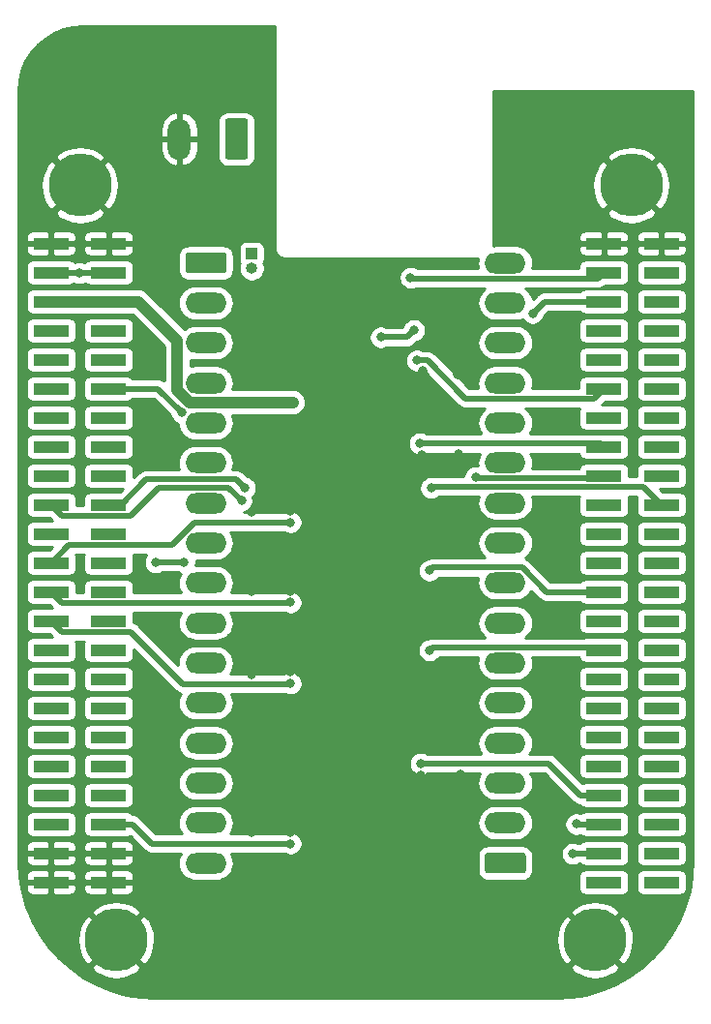
<source format=gbl>
%TF.GenerationSoftware,KiCad,Pcbnew,5.1.10*%
%TF.CreationDate,2021-06-14T02:10:03+02:00*%
%TF.ProjectId,output-cape-v1,6f757470-7574-42d6-9361-70652d76312e,1*%
%TF.SameCoordinates,Original*%
%TF.FileFunction,Copper,L2,Bot*%
%TF.FilePolarity,Positive*%
%FSLAX46Y46*%
G04 Gerber Fmt 4.6, Leading zero omitted, Abs format (unit mm)*
G04 Created by KiCad (PCBNEW 5.1.10) date 2021-06-14 02:10:03*
%MOMM*%
%LPD*%
G01*
G04 APERTURE LIST*
%TA.AperFunction,ComponentPad*%
%ADD10O,1.000000X1.000000*%
%TD*%
%TA.AperFunction,ComponentPad*%
%ADD11R,1.000000X1.000000*%
%TD*%
%TA.AperFunction,SMDPad,CuDef*%
%ADD12R,3.150000X1.000000*%
%TD*%
%TA.AperFunction,ComponentPad*%
%ADD13O,3.600000X1.800000*%
%TD*%
%TA.AperFunction,ComponentPad*%
%ADD14O,2.000000X3.600000*%
%TD*%
%TA.AperFunction,ComponentPad*%
%ADD15C,5.500000*%
%TD*%
%TA.AperFunction,ViaPad*%
%ADD16C,0.800000*%
%TD*%
%TA.AperFunction,Conductor*%
%ADD17C,0.500000*%
%TD*%
%TA.AperFunction,Conductor*%
%ADD18C,1.000000*%
%TD*%
%TA.AperFunction,Conductor*%
%ADD19C,0.254000*%
%TD*%
%TA.AperFunction,Conductor*%
%ADD20C,0.100000*%
%TD*%
G04 APERTURE END LIST*
D10*
%TO.P,JP101,2*%
%TO.N,Net-(C101-Pad1)*%
X97100000Y-81270000D03*
D11*
%TO.P,JP101,1*%
%TO.N,+24V*%
X97100000Y-80000000D03*
%TD*%
D12*
%TO.P,U104,46*%
%TO.N,N/C*%
X127925000Y-134987000D03*
%TO.P,U104,45*%
X132975000Y-134987000D03*
%TO.P,U104,44*%
%TO.N,/Ctrl_CH07*%
X127925000Y-132447000D03*
%TO.P,U104,43*%
%TO.N,N/C*%
X132975000Y-132447000D03*
%TO.P,U104,42*%
%TO.N,/Ctrl_CH09*%
X127925000Y-129907000D03*
%TO.P,U104,41*%
%TO.N,N/C*%
X132975000Y-129907000D03*
%TO.P,U104,40*%
%TO.N,/Ctrl_CH10*%
X127925000Y-127367000D03*
%TO.P,U104,39*%
%TO.N,N/C*%
X132975000Y-127367000D03*
%TO.P,U104,38*%
X127925000Y-124827000D03*
%TO.P,U104,37*%
X132975000Y-124827000D03*
%TO.P,U104,36*%
X127925000Y-122287000D03*
%TO.P,U104,35*%
X132975000Y-122287000D03*
%TO.P,U104,34*%
X127925000Y-119747000D03*
%TO.P,U104,33*%
X132975000Y-119747000D03*
%TO.P,U104,32*%
X127925000Y-117207000D03*
%TO.P,U104,31*%
X132975000Y-117207000D03*
%TO.P,U104,30*%
%TO.N,/Ctrl_CH11*%
X127925000Y-114667000D03*
%TO.P,U104,29*%
%TO.N,N/C*%
X132975000Y-114667000D03*
%TO.P,U104,28*%
X127925000Y-112127000D03*
%TO.P,U104,27*%
X132975000Y-112127000D03*
%TO.P,U104,26*%
%TO.N,/Ctrl_CH12*%
X127925000Y-109587000D03*
%TO.P,U104,25*%
%TO.N,N/C*%
X132975000Y-109587000D03*
%TO.P,U104,24*%
X127925000Y-107047000D03*
%TO.P,U104,23*%
X132975000Y-107047000D03*
%TO.P,U104,22*%
X127925000Y-104507000D03*
%TO.P,U104,21*%
X132975000Y-104507000D03*
%TO.P,U104,20*%
X127925000Y-101967000D03*
%TO.P,U104,19*%
%TO.N,/Ctrl_CH13*%
X132975000Y-101967000D03*
%TO.P,U104,18*%
%TO.N,/Ctrl_CH03*%
X127925000Y-99427000D03*
%TO.P,U104,17*%
%TO.N,N/C*%
X132975000Y-99427000D03*
%TO.P,U104,16*%
%TO.N,/Ctrl_CH14*%
X127925000Y-96887000D03*
%TO.P,U104,15*%
%TO.N,N/C*%
X132975000Y-96887000D03*
%TO.P,U104,14*%
X127925000Y-94347000D03*
%TO.P,U104,13*%
X132975000Y-94347000D03*
%TO.P,U104,12*%
%TO.N,/Ctrl_CH15*%
X127925000Y-91807000D03*
%TO.P,U104,11*%
%TO.N,N/C*%
X132975000Y-91807000D03*
%TO.P,U104,10*%
X127925000Y-89267000D03*
%TO.P,U104,9*%
X132975000Y-89267000D03*
%TO.P,U104,8*%
X127925000Y-86727000D03*
%TO.P,U104,7*%
X132975000Y-86727000D03*
%TO.P,U104,6*%
%TO.N,/Ctrl_CH01*%
X127925000Y-84187000D03*
%TO.P,U104,5*%
%TO.N,N/C*%
X132975000Y-84187000D03*
%TO.P,U104,4*%
%TO.N,/Ctrl_CH16*%
X127925000Y-81647000D03*
%TO.P,U104,3*%
%TO.N,N/C*%
X132975000Y-81647000D03*
%TO.P,U104,2*%
%TO.N,GNDD*%
X127925000Y-79107000D03*
%TO.P,U104,1*%
X132975000Y-79107000D03*
%TD*%
D13*
%TO.P,J102,16*%
%TO.N,+24V*%
X119300000Y-80800000D03*
%TO.P,J102,15*%
%TO.N,/Out_CH16*%
X119300000Y-84300000D03*
%TO.P,J102,14*%
%TO.N,+24V*%
X119300000Y-87800000D03*
%TO.P,J102,13*%
%TO.N,/Out_CH15*%
X119300000Y-91300000D03*
%TO.P,J102,12*%
%TO.N,+24V*%
X119300000Y-94800000D03*
%TO.P,J102,11*%
%TO.N,/Out_CH14*%
X119300000Y-98300000D03*
%TO.P,J102,10*%
%TO.N,+24V*%
X119300000Y-101800000D03*
%TO.P,J102,9*%
%TO.N,/Out_CH13*%
X119300000Y-105300000D03*
%TO.P,J102,8*%
%TO.N,+24V*%
X119300000Y-108800000D03*
%TO.P,J102,7*%
%TO.N,/Out_CH12*%
X119300000Y-112300000D03*
%TO.P,J102,6*%
%TO.N,+24V*%
X119300000Y-115800000D03*
%TO.P,J102,5*%
%TO.N,/Out_CH11*%
X119300000Y-119300000D03*
%TO.P,J102,4*%
%TO.N,+24V*%
X119300000Y-122800000D03*
%TO.P,J102,3*%
%TO.N,/Out_CH10*%
X119300000Y-126300000D03*
%TO.P,J102,2*%
%TO.N,+24V*%
X119300000Y-129800000D03*
%TO.P,J102,1*%
%TO.N,/Out_CH09*%
%TA.AperFunction,ComponentPad*%
G36*
G01*
X120850000Y-134200000D02*
X117750000Y-134200000D01*
G75*
G02*
X117500000Y-133950000I0J250000D01*
G01*
X117500000Y-132650000D01*
G75*
G02*
X117750000Y-132400000I250000J0D01*
G01*
X120850000Y-132400000D01*
G75*
G02*
X121100000Y-132650000I0J-250000D01*
G01*
X121100000Y-133950000D01*
G75*
G02*
X120850000Y-134200000I-250000J0D01*
G01*
G37*
%TD.AperFunction*%
%TD*%
%TO.P,J101,16*%
%TO.N,+24V*%
X93100000Y-133300000D03*
%TO.P,J101,15*%
%TO.N,/Out_CH08*%
X93100000Y-129800000D03*
%TO.P,J101,14*%
%TO.N,+24V*%
X93100000Y-126300000D03*
%TO.P,J101,13*%
%TO.N,/Out_CH07*%
X93100000Y-122800000D03*
%TO.P,J101,12*%
%TO.N,+24V*%
X93100000Y-119300000D03*
%TO.P,J101,11*%
%TO.N,/Out_CH06*%
X93100000Y-115800000D03*
%TO.P,J101,10*%
%TO.N,+24V*%
X93100000Y-112300000D03*
%TO.P,J101,9*%
%TO.N,/Out_CH05*%
X93100000Y-108800000D03*
%TO.P,J101,8*%
%TO.N,+24V*%
X93100000Y-105300000D03*
%TO.P,J101,7*%
%TO.N,/Out_CH04*%
X93100000Y-101800000D03*
%TO.P,J101,6*%
%TO.N,+24V*%
X93100000Y-98300000D03*
%TO.P,J101,5*%
%TO.N,/Out_CH03*%
X93100000Y-94800000D03*
%TO.P,J101,4*%
%TO.N,+24V*%
X93100000Y-91300000D03*
%TO.P,J101,3*%
%TO.N,/Out_CH02*%
X93100000Y-87800000D03*
%TO.P,J101,2*%
%TO.N,+24V*%
X93100000Y-84300000D03*
%TO.P,J101,1*%
%TO.N,/Out_CH01*%
%TA.AperFunction,ComponentPad*%
G36*
G01*
X91550000Y-79900000D02*
X94650000Y-79900000D01*
G75*
G02*
X94900000Y-80150000I0J-250000D01*
G01*
X94900000Y-81450000D01*
G75*
G02*
X94650000Y-81700000I-250000J0D01*
G01*
X91550000Y-81700000D01*
G75*
G02*
X91300000Y-81450000I0J250000D01*
G01*
X91300000Y-80150000D01*
G75*
G02*
X91550000Y-79900000I250000J0D01*
G01*
G37*
%TD.AperFunction*%
%TD*%
D12*
%TO.P,U103,46*%
%TO.N,GNDD*%
X79538000Y-134987000D03*
%TO.P,U103,45*%
X84588000Y-134987000D03*
%TO.P,U103,44*%
X79538000Y-132447000D03*
%TO.P,U103,43*%
X84588000Y-132447000D03*
%TO.P,U103,42*%
%TO.N,N/C*%
X79538000Y-129907000D03*
%TO.P,U103,41*%
%TO.N,/Ctrl_CH08*%
X84588000Y-129907000D03*
%TO.P,U103,40*%
%TO.N,N/C*%
X79538000Y-127367000D03*
%TO.P,U103,39*%
X84588000Y-127367000D03*
%TO.P,U103,38*%
X79538000Y-124827000D03*
%TO.P,U103,37*%
X84588000Y-124827000D03*
%TO.P,U103,36*%
X79538000Y-122287000D03*
%TO.P,U103,35*%
X84588000Y-122287000D03*
%TO.P,U103,34*%
X79538000Y-119747000D03*
%TO.P,U103,33*%
X84588000Y-119747000D03*
%TO.P,U103,32*%
X79538000Y-117207000D03*
%TO.P,U103,31*%
X84588000Y-117207000D03*
%TO.P,U103,30*%
X79538000Y-114667000D03*
%TO.P,U103,29*%
X84588000Y-114667000D03*
%TO.P,U103,28*%
%TO.N,/Ctrl_CH06*%
X79538000Y-112127000D03*
%TO.P,U103,27*%
%TO.N,N/C*%
X84588000Y-112127000D03*
%TO.P,U103,26*%
%TO.N,/Ctrl_CH05*%
X79538000Y-109587000D03*
%TO.P,U103,25*%
%TO.N,N/C*%
X84588000Y-109587000D03*
%TO.P,U103,24*%
%TO.N,/Ctrl_CH04*%
X79538000Y-107047000D03*
%TO.P,U103,23*%
%TO.N,N/C*%
X84588000Y-107047000D03*
%TO.P,U103,22*%
X79538000Y-104507000D03*
%TO.P,U103,21*%
X84588000Y-104507000D03*
%TO.P,U103,20*%
%TO.N,/I2C2_SCL*%
X79538000Y-101967000D03*
%TO.P,U103,19*%
%TO.N,/I2C2_SDA*%
X84588000Y-101967000D03*
%TO.P,U103,18*%
%TO.N,N/C*%
X79538000Y-99427000D03*
%TO.P,U103,17*%
X84588000Y-99427000D03*
%TO.P,U103,16*%
X79538000Y-96887000D03*
%TO.P,U103,15*%
X84588000Y-96887000D03*
%TO.P,U103,14*%
X79538000Y-94347000D03*
%TO.P,U103,13*%
X84588000Y-94347000D03*
%TO.P,U103,12*%
X79538000Y-91807000D03*
%TO.P,U103,11*%
%TO.N,/Ctrl_CH02*%
X84588000Y-91807000D03*
%TO.P,U103,10*%
%TO.N,N/C*%
X79538000Y-89267000D03*
%TO.P,U103,9*%
X84588000Y-89267000D03*
%TO.P,U103,8*%
X79538000Y-86727000D03*
%TO.P,U103,7*%
X84588000Y-86727000D03*
%TO.P,U103,6*%
%TO.N,+5V*%
X79538000Y-84187000D03*
%TO.P,U103,5*%
X84588000Y-84187000D03*
%TO.P,U103,4*%
%TO.N,+3V3*%
X79538000Y-81647000D03*
%TO.P,U103,3*%
X84588000Y-81647000D03*
%TO.P,U103,2*%
%TO.N,GNDD*%
X79538000Y-79107000D03*
%TO.P,U103,1*%
X84588000Y-79107000D03*
%TD*%
D14*
%TO.P,J103,2*%
%TO.N,GNDD*%
X90779000Y-69963000D03*
%TO.P,J103,1*%
%TO.N,Net-(D103-Pad2)*%
%TA.AperFunction,ComponentPad*%
G36*
G01*
X96779000Y-68413000D02*
X96779000Y-71513000D01*
G75*
G02*
X96529000Y-71763000I-250000J0D01*
G01*
X95029000Y-71763000D01*
G75*
G02*
X94779000Y-71513000I0J250000D01*
G01*
X94779000Y-68413000D01*
G75*
G02*
X95029000Y-68163000I250000J0D01*
G01*
X96529000Y-68163000D01*
G75*
G02*
X96779000Y-68413000I0J-250000D01*
G01*
G37*
%TD.AperFunction*%
%TD*%
D15*
%TO.P,H104,1*%
%TO.N,GNDD*%
X127153080Y-140046680D03*
%TD*%
%TO.P,H103,1*%
%TO.N,GNDD*%
X85243080Y-140046680D03*
%TD*%
%TO.P,H102,1*%
%TO.N,GNDD*%
X130328080Y-74006680D03*
%TD*%
%TO.P,H101,1*%
%TO.N,GNDD*%
X82068080Y-74009220D03*
%TD*%
D16*
%TO.N,+3V3*%
X82000000Y-81700000D03*
X88700000Y-107000000D03*
X91200000Y-107000000D03*
%TO.N,GNDD*%
X102000000Y-91100000D03*
X96600000Y-91000000D03*
X96200000Y-85700000D03*
X97100000Y-83400000D03*
X101141523Y-84109432D03*
X97100000Y-88500000D03*
X97200000Y-95500000D03*
X100500000Y-95500000D03*
X97000000Y-97700000D03*
X97100000Y-102600000D03*
X97000000Y-105000000D03*
X100500000Y-102500000D03*
X97100000Y-109500000D03*
X100500000Y-109500000D03*
X97000000Y-112000000D03*
X100500000Y-116600000D03*
X97107848Y-116793367D03*
X97000000Y-119000000D03*
X97000000Y-126000000D03*
X97100000Y-123600000D03*
X100500000Y-123500000D03*
X97100000Y-130600000D03*
X100500000Y-130600000D03*
X97100000Y-132900000D03*
X105100000Y-84600000D03*
X105000000Y-82200000D03*
X104200000Y-82600000D03*
X115300000Y-83600000D03*
X113900000Y-84800000D03*
X115600000Y-88300000D03*
X115100000Y-90600000D03*
X112100000Y-90200000D03*
X116800000Y-94000000D03*
X115200000Y-97500000D03*
X112000000Y-97600000D03*
X115800000Y-102200000D03*
X115400000Y-104500000D03*
X112000000Y-104500000D03*
X115800000Y-109300000D03*
X115400000Y-111600000D03*
X111900000Y-111600000D03*
X115800000Y-116500000D03*
X115300000Y-118600000D03*
X112000000Y-118600000D03*
X115800000Y-123400000D03*
X115400000Y-125500000D03*
X111900000Y-125600000D03*
X115800000Y-130400000D03*
X115300000Y-132600000D03*
X111900000Y-132600000D03*
X106300000Y-120800000D03*
X108200000Y-111600000D03*
X104200000Y-110200000D03*
X100225504Y-88258614D03*
%TO.N,/I2C2_SDA*%
X96500000Y-100500000D03*
%TO.N,/I2C2_SCL*%
X96200000Y-101600000D03*
%TO.N,+5V*%
X100700000Y-93000000D03*
%TO.N,/Ctrl_CH01*%
X108400000Y-87300000D03*
X111300000Y-86700000D03*
X121700000Y-85200000D03*
%TO.N,/Ctrl_CH02*%
X91001659Y-93897792D03*
%TO.N,/Ctrl_CH03*%
X116700000Y-99527001D03*
%TO.N,/Ctrl_CH04*%
X100500000Y-103500000D03*
%TO.N,/Ctrl_CH05*%
X100500000Y-110500003D03*
%TO.N,/Ctrl_CH06*%
X100500000Y-117600000D03*
%TO.N,/Ctrl_CH07*%
X125200000Y-132500000D03*
%TO.N,/Ctrl_CH09*%
X125500000Y-129900000D03*
%TO.N,/Ctrl_CH10*%
X111900000Y-124599997D03*
%TO.N,/Ctrl_CH12*%
X112647635Y-107708650D03*
%TO.N,/Ctrl_CH08*%
X100500000Y-131600003D03*
%TO.N,/Ctrl_CH11*%
X112686184Y-114689581D03*
%TO.N,/Ctrl_CH13*%
X112800000Y-100500000D03*
%TO.N,/Ctrl_CH14*%
X111800000Y-96600000D03*
%TO.N,/Ctrl_CH15*%
X111563420Y-89338366D03*
%TO.N,/Ctrl_CH16*%
X111000000Y-82100000D03*
%TD*%
D17*
%TO.N,+3V3*%
X81947000Y-81647000D02*
X82000000Y-81700000D01*
X79538000Y-81647000D02*
X81947000Y-81647000D01*
X82053000Y-81647000D02*
X82000000Y-81700000D01*
X84588000Y-81647000D02*
X82053000Y-81647000D01*
X88700000Y-107000000D02*
X91200000Y-107000000D01*
%TO.N,/I2C2_SDA*%
X85663000Y-101967000D02*
X84588000Y-101967000D01*
X87880020Y-99749980D02*
X85663000Y-101967000D01*
X95749980Y-99749980D02*
X87880020Y-99749980D01*
X96500000Y-100500000D02*
X95749980Y-99749980D01*
%TO.N,/I2C2_SCL*%
X80488001Y-102917001D02*
X79538000Y-101967000D01*
X86523001Y-102917001D02*
X80488001Y-102917001D01*
X88990012Y-100449990D02*
X86523001Y-102917001D01*
X95049990Y-100449990D02*
X88990012Y-100449990D01*
X96200000Y-101600000D02*
X95049990Y-100449990D01*
D18*
%TO.N,+5V*%
X79538000Y-84187000D02*
X84588000Y-84187000D01*
X91637245Y-93000000D02*
X100700000Y-93000000D01*
X90599990Y-91962745D02*
X91637245Y-93000000D01*
X90599990Y-87623990D02*
X90599990Y-91962745D01*
X87163000Y-84187000D02*
X90599990Y-87623990D01*
X84588000Y-84187000D02*
X87163000Y-84187000D01*
D17*
%TO.N,/Ctrl_CH01*%
X110700000Y-87300000D02*
X111300000Y-86700000D01*
X108400000Y-87300000D02*
X110700000Y-87300000D01*
X122713000Y-84187000D02*
X127925000Y-84187000D01*
X121700000Y-85200000D02*
X122713000Y-84187000D01*
%TO.N,/Ctrl_CH02*%
X88910867Y-91807000D02*
X84588000Y-91807000D01*
X91001659Y-93897792D02*
X88910867Y-91807000D01*
%TO.N,/Ctrl_CH03*%
X116823009Y-99650010D02*
X116700000Y-99527001D01*
X127701990Y-99650010D02*
X116823009Y-99650010D01*
X127925000Y-99427000D02*
X127701990Y-99650010D01*
%TO.N,/Ctrl_CH04*%
X92090798Y-103500000D02*
X100500000Y-103500000D01*
X90133797Y-105457001D02*
X92090798Y-103500000D01*
X81127999Y-105457001D02*
X90133797Y-105457001D01*
X79538000Y-107047000D02*
X81127999Y-105457001D01*
%TO.N,/Ctrl_CH05*%
X100463002Y-110537001D02*
X100500000Y-110500003D01*
X80488001Y-110537001D02*
X100463002Y-110537001D01*
X79538000Y-109587000D02*
X80488001Y-110537001D01*
%TO.N,/Ctrl_CH06*%
X100456632Y-117643368D02*
X100500000Y-117600000D01*
X91089368Y-117643368D02*
X100456632Y-117643368D01*
X86523001Y-113077001D02*
X91089368Y-117643368D01*
X80488001Y-113077001D02*
X86523001Y-113077001D01*
X79538000Y-112127000D02*
X80488001Y-113077001D01*
%TO.N,/Ctrl_CH07*%
X125253000Y-132447000D02*
X125200000Y-132500000D01*
X127925000Y-132447000D02*
X125253000Y-132447000D01*
%TO.N,/Ctrl_CH09*%
X125507000Y-129907000D02*
X125500000Y-129900000D01*
X127925000Y-129907000D02*
X125507000Y-129907000D01*
%TO.N,/Ctrl_CH10*%
X111910051Y-124610048D02*
X111900000Y-124599997D01*
X123093048Y-124610048D02*
X111910051Y-124610048D01*
X125850000Y-127367000D02*
X123093048Y-124610048D01*
X127925000Y-127367000D02*
X125850000Y-127367000D01*
%TO.N,/Ctrl_CH12*%
X112906295Y-107449990D02*
X112647635Y-107708650D01*
X120759192Y-107449990D02*
X112906295Y-107449990D01*
X122896202Y-109587000D02*
X120759192Y-107449990D01*
X127925000Y-109587000D02*
X122896202Y-109587000D01*
%TO.N,/Ctrl_CH08*%
X88356003Y-131600003D02*
X100500000Y-131600003D01*
X86663000Y-129907000D02*
X88356003Y-131600003D01*
X84588000Y-129907000D02*
X86663000Y-129907000D01*
%TO.N,/Ctrl_CH11*%
X112925775Y-114449990D02*
X112686184Y-114689581D01*
X127707990Y-114449990D02*
X112925775Y-114449990D01*
X127925000Y-114667000D02*
X127707990Y-114449990D01*
%TO.N,/Ctrl_CH13*%
X112922999Y-100377001D02*
X112800000Y-100500000D01*
X131385001Y-100377001D02*
X112922999Y-100377001D01*
X132975000Y-101967000D02*
X131385001Y-100377001D01*
%TO.N,/Ctrl_CH14*%
X127638000Y-96600000D02*
X111800000Y-96600000D01*
X127925000Y-96887000D02*
X127638000Y-96600000D01*
%TO.N,/Ctrl_CH15*%
X112496368Y-89338366D02*
X111563420Y-89338366D01*
X115808012Y-92650010D02*
X112496368Y-89338366D01*
X127081990Y-92650010D02*
X115808012Y-92650010D01*
X127925000Y-91807000D02*
X127081990Y-92650010D01*
%TO.N,/Ctrl_CH16*%
X111050010Y-82150010D02*
X111000000Y-82100000D01*
X127421990Y-82150010D02*
X111050010Y-82150010D01*
X127925000Y-81647000D02*
X127421990Y-82150010D01*
%TD*%
D19*
%TO.N,GNDD*%
X99161173Y-60084285D02*
X99161174Y-79686856D01*
X99157980Y-79719285D01*
X99170723Y-79848668D01*
X99208463Y-79973078D01*
X99269748Y-80087735D01*
X99352225Y-80188233D01*
X99452723Y-80270710D01*
X99567380Y-80331995D01*
X99691790Y-80369735D01*
X99788754Y-80379285D01*
X99821173Y-80382478D01*
X99853592Y-80379285D01*
X116923552Y-80379285D01*
X116887210Y-80499087D01*
X116857573Y-80800000D01*
X116887210Y-81100913D01*
X116936988Y-81265010D01*
X111613300Y-81265010D01*
X111490256Y-81182795D01*
X111301898Y-81104774D01*
X111101939Y-81065000D01*
X110898061Y-81065000D01*
X110698102Y-81104774D01*
X110509744Y-81182795D01*
X110340226Y-81296063D01*
X110196063Y-81440226D01*
X110082795Y-81609744D01*
X110004774Y-81798102D01*
X109965000Y-81998061D01*
X109965000Y-82201939D01*
X110004774Y-82401898D01*
X110082795Y-82590256D01*
X110196063Y-82759774D01*
X110340226Y-82903937D01*
X110509744Y-83017205D01*
X110698102Y-83095226D01*
X110898061Y-83135000D01*
X111101939Y-83135000D01*
X111301898Y-83095226D01*
X111447271Y-83035010D01*
X117521760Y-83035010D01*
X117309339Y-83209339D01*
X117117519Y-83443073D01*
X116974983Y-83709739D01*
X116887210Y-83999087D01*
X116857573Y-84300000D01*
X116887210Y-84600913D01*
X116974983Y-84890261D01*
X117117519Y-85156927D01*
X117309339Y-85390661D01*
X117543073Y-85582481D01*
X117809739Y-85725017D01*
X118099087Y-85812790D01*
X118324592Y-85835000D01*
X120275408Y-85835000D01*
X120500913Y-85812790D01*
X120790261Y-85725017D01*
X120801874Y-85718810D01*
X120896063Y-85859774D01*
X121040226Y-86003937D01*
X121209744Y-86117205D01*
X121398102Y-86195226D01*
X121598061Y-86235000D01*
X121801939Y-86235000D01*
X121842158Y-86227000D01*
X125711928Y-86227000D01*
X125711928Y-87227000D01*
X125724188Y-87351482D01*
X125760498Y-87471180D01*
X125819463Y-87581494D01*
X125898815Y-87678185D01*
X125995506Y-87757537D01*
X126105820Y-87816502D01*
X126225518Y-87852812D01*
X126350000Y-87865072D01*
X129500000Y-87865072D01*
X129624482Y-87852812D01*
X129744180Y-87816502D01*
X129854494Y-87757537D01*
X129951185Y-87678185D01*
X130030537Y-87581494D01*
X130089502Y-87471180D01*
X130125812Y-87351482D01*
X130138072Y-87227000D01*
X130138072Y-86227000D01*
X130761928Y-86227000D01*
X130761928Y-87227000D01*
X130774188Y-87351482D01*
X130810498Y-87471180D01*
X130869463Y-87581494D01*
X130948815Y-87678185D01*
X131045506Y-87757537D01*
X131155820Y-87816502D01*
X131275518Y-87852812D01*
X131400000Y-87865072D01*
X134550000Y-87865072D01*
X134674482Y-87852812D01*
X134794180Y-87816502D01*
X134904494Y-87757537D01*
X135001185Y-87678185D01*
X135080537Y-87581494D01*
X135139502Y-87471180D01*
X135175812Y-87351482D01*
X135188072Y-87227000D01*
X135188072Y-86227000D01*
X135175812Y-86102518D01*
X135139502Y-85982820D01*
X135080537Y-85872506D01*
X135001185Y-85775815D01*
X134904494Y-85696463D01*
X134794180Y-85637498D01*
X134674482Y-85601188D01*
X134550000Y-85588928D01*
X131400000Y-85588928D01*
X131275518Y-85601188D01*
X131155820Y-85637498D01*
X131045506Y-85696463D01*
X130948815Y-85775815D01*
X130869463Y-85872506D01*
X130810498Y-85982820D01*
X130774188Y-86102518D01*
X130761928Y-86227000D01*
X130138072Y-86227000D01*
X130125812Y-86102518D01*
X130089502Y-85982820D01*
X130030537Y-85872506D01*
X129951185Y-85775815D01*
X129854494Y-85696463D01*
X129744180Y-85637498D01*
X129624482Y-85601188D01*
X129500000Y-85588928D01*
X126350000Y-85588928D01*
X126225518Y-85601188D01*
X126105820Y-85637498D01*
X125995506Y-85696463D01*
X125898815Y-85775815D01*
X125819463Y-85872506D01*
X125760498Y-85982820D01*
X125724188Y-86102518D01*
X125711928Y-86227000D01*
X121842158Y-86227000D01*
X122001898Y-86195226D01*
X122190256Y-86117205D01*
X122359774Y-86003937D01*
X122503937Y-85859774D01*
X122617205Y-85690256D01*
X122695226Y-85501898D01*
X122706535Y-85445043D01*
X123079579Y-85072000D01*
X125844499Y-85072000D01*
X125898815Y-85138185D01*
X125995506Y-85217537D01*
X126105820Y-85276502D01*
X126225518Y-85312812D01*
X126350000Y-85325072D01*
X129500000Y-85325072D01*
X129624482Y-85312812D01*
X129744180Y-85276502D01*
X129854494Y-85217537D01*
X129951185Y-85138185D01*
X130030537Y-85041494D01*
X130089502Y-84931180D01*
X130125812Y-84811482D01*
X130138072Y-84687000D01*
X130138072Y-83687000D01*
X130761928Y-83687000D01*
X130761928Y-84687000D01*
X130774188Y-84811482D01*
X130810498Y-84931180D01*
X130869463Y-85041494D01*
X130948815Y-85138185D01*
X131045506Y-85217537D01*
X131155820Y-85276502D01*
X131275518Y-85312812D01*
X131400000Y-85325072D01*
X134550000Y-85325072D01*
X134674482Y-85312812D01*
X134794180Y-85276502D01*
X134904494Y-85217537D01*
X135001185Y-85138185D01*
X135080537Y-85041494D01*
X135139502Y-84931180D01*
X135175812Y-84811482D01*
X135188072Y-84687000D01*
X135188072Y-83687000D01*
X135175812Y-83562518D01*
X135139502Y-83442820D01*
X135080537Y-83332506D01*
X135001185Y-83235815D01*
X134904494Y-83156463D01*
X134794180Y-83097498D01*
X134674482Y-83061188D01*
X134550000Y-83048928D01*
X131400000Y-83048928D01*
X131275518Y-83061188D01*
X131155820Y-83097498D01*
X131045506Y-83156463D01*
X130948815Y-83235815D01*
X130869463Y-83332506D01*
X130810498Y-83442820D01*
X130774188Y-83562518D01*
X130761928Y-83687000D01*
X130138072Y-83687000D01*
X130125812Y-83562518D01*
X130089502Y-83442820D01*
X130030537Y-83332506D01*
X129951185Y-83235815D01*
X129854494Y-83156463D01*
X129744180Y-83097498D01*
X129624482Y-83061188D01*
X129500000Y-83048928D01*
X126350000Y-83048928D01*
X126225518Y-83061188D01*
X126105820Y-83097498D01*
X125995506Y-83156463D01*
X125898815Y-83235815D01*
X125844499Y-83302000D01*
X122756465Y-83302000D01*
X122712999Y-83297719D01*
X122669533Y-83302000D01*
X122669523Y-83302000D01*
X122539510Y-83314805D01*
X122372687Y-83365411D01*
X122218941Y-83447589D01*
X122218939Y-83447590D01*
X122218940Y-83447590D01*
X122117953Y-83530468D01*
X122117951Y-83530470D01*
X122084183Y-83558183D01*
X122056470Y-83591951D01*
X121698021Y-83950400D01*
X121625017Y-83709739D01*
X121482481Y-83443073D01*
X121290661Y-83209339D01*
X121078240Y-83035010D01*
X127378521Y-83035010D01*
X127421990Y-83039291D01*
X127465459Y-83035010D01*
X127465467Y-83035010D01*
X127595480Y-83022205D01*
X127762303Y-82971599D01*
X127916049Y-82889421D01*
X128043198Y-82785072D01*
X129500000Y-82785072D01*
X129624482Y-82772812D01*
X129744180Y-82736502D01*
X129854494Y-82677537D01*
X129951185Y-82598185D01*
X130030537Y-82501494D01*
X130089502Y-82391180D01*
X130125812Y-82271482D01*
X130138072Y-82147000D01*
X130138072Y-81147000D01*
X130761928Y-81147000D01*
X130761928Y-82147000D01*
X130774188Y-82271482D01*
X130810498Y-82391180D01*
X130869463Y-82501494D01*
X130948815Y-82598185D01*
X131045506Y-82677537D01*
X131155820Y-82736502D01*
X131275518Y-82772812D01*
X131400000Y-82785072D01*
X134550000Y-82785072D01*
X134674482Y-82772812D01*
X134794180Y-82736502D01*
X134904494Y-82677537D01*
X135001185Y-82598185D01*
X135080537Y-82501494D01*
X135139502Y-82391180D01*
X135175812Y-82271482D01*
X135188072Y-82147000D01*
X135188072Y-81147000D01*
X135175812Y-81022518D01*
X135139502Y-80902820D01*
X135080537Y-80792506D01*
X135001185Y-80695815D01*
X134904494Y-80616463D01*
X134794180Y-80557498D01*
X134674482Y-80521188D01*
X134550000Y-80508928D01*
X131400000Y-80508928D01*
X131275518Y-80521188D01*
X131155820Y-80557498D01*
X131045506Y-80616463D01*
X130948815Y-80695815D01*
X130869463Y-80792506D01*
X130810498Y-80902820D01*
X130774188Y-81022518D01*
X130761928Y-81147000D01*
X130138072Y-81147000D01*
X130125812Y-81022518D01*
X130089502Y-80902820D01*
X130030537Y-80792506D01*
X129951185Y-80695815D01*
X129854494Y-80616463D01*
X129744180Y-80557498D01*
X129624482Y-80521188D01*
X129500000Y-80508928D01*
X126350000Y-80508928D01*
X126225518Y-80521188D01*
X126105820Y-80557498D01*
X125995506Y-80616463D01*
X125898815Y-80695815D01*
X125819463Y-80792506D01*
X125760498Y-80902820D01*
X125724188Y-81022518D01*
X125711928Y-81147000D01*
X125711928Y-81265010D01*
X121663012Y-81265010D01*
X121712790Y-81100913D01*
X121742427Y-80800000D01*
X121712790Y-80499087D01*
X121625017Y-80209739D01*
X121482481Y-79943073D01*
X121290661Y-79709339D01*
X121165961Y-79607000D01*
X125711928Y-79607000D01*
X125724188Y-79731482D01*
X125760498Y-79851180D01*
X125819463Y-79961494D01*
X125898815Y-80058185D01*
X125995506Y-80137537D01*
X126105820Y-80196502D01*
X126225518Y-80232812D01*
X126350000Y-80245072D01*
X127639250Y-80242000D01*
X127798000Y-80083250D01*
X127798000Y-79234000D01*
X128052000Y-79234000D01*
X128052000Y-80083250D01*
X128210750Y-80242000D01*
X129500000Y-80245072D01*
X129624482Y-80232812D01*
X129744180Y-80196502D01*
X129854494Y-80137537D01*
X129951185Y-80058185D01*
X130030537Y-79961494D01*
X130089502Y-79851180D01*
X130125812Y-79731482D01*
X130138072Y-79607000D01*
X130761928Y-79607000D01*
X130774188Y-79731482D01*
X130810498Y-79851180D01*
X130869463Y-79961494D01*
X130948815Y-80058185D01*
X131045506Y-80137537D01*
X131155820Y-80196502D01*
X131275518Y-80232812D01*
X131400000Y-80245072D01*
X132689250Y-80242000D01*
X132848000Y-80083250D01*
X132848000Y-79234000D01*
X133102000Y-79234000D01*
X133102000Y-80083250D01*
X133260750Y-80242000D01*
X134550000Y-80245072D01*
X134674482Y-80232812D01*
X134794180Y-80196502D01*
X134904494Y-80137537D01*
X135001185Y-80058185D01*
X135080537Y-79961494D01*
X135139502Y-79851180D01*
X135175812Y-79731482D01*
X135188072Y-79607000D01*
X135185000Y-79392750D01*
X135026250Y-79234000D01*
X133102000Y-79234000D01*
X132848000Y-79234000D01*
X130923750Y-79234000D01*
X130765000Y-79392750D01*
X130761928Y-79607000D01*
X130138072Y-79607000D01*
X130135000Y-79392750D01*
X129976250Y-79234000D01*
X128052000Y-79234000D01*
X127798000Y-79234000D01*
X125873750Y-79234000D01*
X125715000Y-79392750D01*
X125711928Y-79607000D01*
X121165961Y-79607000D01*
X121056927Y-79517519D01*
X120790261Y-79374983D01*
X120500913Y-79287210D01*
X120275408Y-79265000D01*
X118324592Y-79265000D01*
X118261173Y-79271246D01*
X118261173Y-78607000D01*
X125711928Y-78607000D01*
X125715000Y-78821250D01*
X125873750Y-78980000D01*
X127798000Y-78980000D01*
X127798000Y-78130750D01*
X128052000Y-78130750D01*
X128052000Y-78980000D01*
X129976250Y-78980000D01*
X130135000Y-78821250D01*
X130138072Y-78607000D01*
X130761928Y-78607000D01*
X130765000Y-78821250D01*
X130923750Y-78980000D01*
X132848000Y-78980000D01*
X132848000Y-78130750D01*
X133102000Y-78130750D01*
X133102000Y-78980000D01*
X135026250Y-78980000D01*
X135185000Y-78821250D01*
X135188072Y-78607000D01*
X135175812Y-78482518D01*
X135139502Y-78362820D01*
X135080537Y-78252506D01*
X135001185Y-78155815D01*
X134904494Y-78076463D01*
X134794180Y-78017498D01*
X134674482Y-77981188D01*
X134550000Y-77968928D01*
X133260750Y-77972000D01*
X133102000Y-78130750D01*
X132848000Y-78130750D01*
X132689250Y-77972000D01*
X131400000Y-77968928D01*
X131275518Y-77981188D01*
X131155820Y-78017498D01*
X131045506Y-78076463D01*
X130948815Y-78155815D01*
X130869463Y-78252506D01*
X130810498Y-78362820D01*
X130774188Y-78482518D01*
X130761928Y-78607000D01*
X130138072Y-78607000D01*
X130125812Y-78482518D01*
X130089502Y-78362820D01*
X130030537Y-78252506D01*
X129951185Y-78155815D01*
X129854494Y-78076463D01*
X129744180Y-78017498D01*
X129624482Y-77981188D01*
X129500000Y-77968928D01*
X128210750Y-77972000D01*
X128052000Y-78130750D01*
X127798000Y-78130750D01*
X127639250Y-77972000D01*
X126350000Y-77968928D01*
X126225518Y-77981188D01*
X126105820Y-78017498D01*
X125995506Y-78076463D01*
X125898815Y-78155815D01*
X125819463Y-78252506D01*
X125760498Y-78362820D01*
X125724188Y-78482518D01*
X125711928Y-78607000D01*
X118261173Y-78607000D01*
X118261173Y-76387608D01*
X128126757Y-76387608D01*
X128432939Y-76831183D01*
X129020386Y-77146634D01*
X129658088Y-77341420D01*
X130321537Y-77408052D01*
X130985238Y-77343972D01*
X131623685Y-77151642D01*
X132212342Y-76838452D01*
X132223221Y-76831183D01*
X132529403Y-76387608D01*
X130328080Y-74186285D01*
X128126757Y-76387608D01*
X118261173Y-76387608D01*
X118261173Y-74000137D01*
X126926708Y-74000137D01*
X126990788Y-74663838D01*
X127183118Y-75302285D01*
X127496308Y-75890942D01*
X127503577Y-75901821D01*
X127947152Y-76208003D01*
X130148475Y-74006680D01*
X130507685Y-74006680D01*
X132709008Y-76208003D01*
X133152583Y-75901821D01*
X133468034Y-75314374D01*
X133662820Y-74676672D01*
X133729452Y-74013223D01*
X133665372Y-73349522D01*
X133473042Y-72711075D01*
X133159852Y-72122418D01*
X133152583Y-72111539D01*
X132709008Y-71805357D01*
X130507685Y-74006680D01*
X130148475Y-74006680D01*
X127947152Y-71805357D01*
X127503577Y-72111539D01*
X127188126Y-72698986D01*
X126993340Y-73336688D01*
X126926708Y-74000137D01*
X118261173Y-74000137D01*
X118261173Y-71625752D01*
X128126757Y-71625752D01*
X130328080Y-73827075D01*
X132529403Y-71625752D01*
X132223221Y-71182177D01*
X131635774Y-70866726D01*
X130998072Y-70671940D01*
X130334623Y-70605308D01*
X129670922Y-70669388D01*
X129032475Y-70861718D01*
X128443818Y-71174908D01*
X128432939Y-71182177D01*
X128126757Y-71625752D01*
X118261173Y-71625752D01*
X118261173Y-65774285D01*
X135715000Y-65774285D01*
X135715001Y-133065492D01*
X135635489Y-134428966D01*
X135407597Y-135756969D01*
X135033092Y-137051291D01*
X134516643Y-138295809D01*
X133864691Y-139474996D01*
X133085356Y-140574168D01*
X132188359Y-141579611D01*
X131184871Y-142478807D01*
X130087402Y-143260541D01*
X128909638Y-143915068D01*
X127666256Y-144434232D01*
X126372755Y-144811560D01*
X125045249Y-145042353D01*
X123681540Y-145124866D01*
X123673584Y-145124894D01*
X88729764Y-145124896D01*
X87369139Y-145047262D01*
X86044182Y-144821602D01*
X84752629Y-144449654D01*
X83510587Y-143936057D01*
X82333541Y-143287215D01*
X81236145Y-142511204D01*
X81142206Y-142427608D01*
X83041757Y-142427608D01*
X83347939Y-142871183D01*
X83935386Y-143186634D01*
X84573088Y-143381420D01*
X85236537Y-143448052D01*
X85900238Y-143383972D01*
X86538685Y-143191642D01*
X87127342Y-142878452D01*
X87138221Y-142871183D01*
X87444403Y-142427608D01*
X124951757Y-142427608D01*
X125257939Y-142871183D01*
X125845386Y-143186634D01*
X126483088Y-143381420D01*
X127146537Y-143448052D01*
X127810238Y-143383972D01*
X128448685Y-143191642D01*
X129037342Y-142878452D01*
X129048221Y-142871183D01*
X129354403Y-142427608D01*
X127153080Y-140226285D01*
X124951757Y-142427608D01*
X87444403Y-142427608D01*
X85243080Y-140226285D01*
X83041757Y-142427608D01*
X81142206Y-142427608D01*
X80232097Y-141617709D01*
X79333903Y-140617864D01*
X78921291Y-140040137D01*
X81841708Y-140040137D01*
X81905788Y-140703838D01*
X82098118Y-141342285D01*
X82411308Y-141930942D01*
X82418577Y-141941821D01*
X82862152Y-142248003D01*
X85063475Y-140046680D01*
X85422685Y-140046680D01*
X87624008Y-142248003D01*
X88067583Y-141941821D01*
X88383034Y-141354374D01*
X88577820Y-140716672D01*
X88644452Y-140053223D01*
X88643189Y-140040137D01*
X123751708Y-140040137D01*
X123815788Y-140703838D01*
X124008118Y-141342285D01*
X124321308Y-141930942D01*
X124328577Y-141941821D01*
X124772152Y-142248003D01*
X126973475Y-140046680D01*
X127332685Y-140046680D01*
X129534008Y-142248003D01*
X129977583Y-141941821D01*
X130293034Y-141354374D01*
X130487820Y-140716672D01*
X130554452Y-140053223D01*
X130490372Y-139389522D01*
X130298042Y-138751075D01*
X129984852Y-138162418D01*
X129977583Y-138151539D01*
X129534008Y-137845357D01*
X127332685Y-140046680D01*
X126973475Y-140046680D01*
X124772152Y-137845357D01*
X124328577Y-138151539D01*
X124013126Y-138738986D01*
X123818340Y-139376688D01*
X123751708Y-140040137D01*
X88643189Y-140040137D01*
X88580372Y-139389522D01*
X88388042Y-138751075D01*
X88074852Y-138162418D01*
X88067583Y-138151539D01*
X87624008Y-137845357D01*
X85422685Y-140046680D01*
X85063475Y-140046680D01*
X82862152Y-137845357D01*
X82418577Y-138151539D01*
X82103126Y-138738986D01*
X81908340Y-139376688D01*
X81841708Y-140040137D01*
X78921291Y-140040137D01*
X78552761Y-139524133D01*
X77898400Y-138350138D01*
X77611633Y-137665752D01*
X83041757Y-137665752D01*
X85243080Y-139867075D01*
X87444403Y-137665752D01*
X124951757Y-137665752D01*
X127153080Y-139867075D01*
X129354403Y-137665752D01*
X129048221Y-137222177D01*
X128460774Y-136906726D01*
X127823072Y-136711940D01*
X127159623Y-136645308D01*
X126495922Y-136709388D01*
X125857475Y-136901718D01*
X125268818Y-137214908D01*
X125257939Y-137222177D01*
X124951757Y-137665752D01*
X87444403Y-137665752D01*
X87138221Y-137222177D01*
X86550774Y-136906726D01*
X85913072Y-136711940D01*
X85249623Y-136645308D01*
X84585922Y-136709388D01*
X83947475Y-136901718D01*
X83358818Y-137214908D01*
X83347939Y-137222177D01*
X83041757Y-137665752D01*
X77611633Y-137665752D01*
X77378980Y-137110516D01*
X77000979Y-135820728D01*
X76942528Y-135487000D01*
X77324928Y-135487000D01*
X77337188Y-135611482D01*
X77373498Y-135731180D01*
X77432463Y-135841494D01*
X77511815Y-135938185D01*
X77608506Y-136017537D01*
X77718820Y-136076502D01*
X77838518Y-136112812D01*
X77963000Y-136125072D01*
X79252250Y-136122000D01*
X79411000Y-135963250D01*
X79411000Y-135114000D01*
X79665000Y-135114000D01*
X79665000Y-135963250D01*
X79823750Y-136122000D01*
X81113000Y-136125072D01*
X81237482Y-136112812D01*
X81357180Y-136076502D01*
X81467494Y-136017537D01*
X81564185Y-135938185D01*
X81643537Y-135841494D01*
X81702502Y-135731180D01*
X81738812Y-135611482D01*
X81751072Y-135487000D01*
X82374928Y-135487000D01*
X82387188Y-135611482D01*
X82423498Y-135731180D01*
X82482463Y-135841494D01*
X82561815Y-135938185D01*
X82658506Y-136017537D01*
X82768820Y-136076502D01*
X82888518Y-136112812D01*
X83013000Y-136125072D01*
X84302250Y-136122000D01*
X84461000Y-135963250D01*
X84461000Y-135114000D01*
X84715000Y-135114000D01*
X84715000Y-135963250D01*
X84873750Y-136122000D01*
X86163000Y-136125072D01*
X86287482Y-136112812D01*
X86407180Y-136076502D01*
X86517494Y-136017537D01*
X86614185Y-135938185D01*
X86693537Y-135841494D01*
X86752502Y-135731180D01*
X86788812Y-135611482D01*
X86801072Y-135487000D01*
X86798000Y-135272750D01*
X86639250Y-135114000D01*
X84715000Y-135114000D01*
X84461000Y-135114000D01*
X82536750Y-135114000D01*
X82378000Y-135272750D01*
X82374928Y-135487000D01*
X81751072Y-135487000D01*
X81748000Y-135272750D01*
X81589250Y-135114000D01*
X79665000Y-135114000D01*
X79411000Y-135114000D01*
X77486750Y-135114000D01*
X77328000Y-135272750D01*
X77324928Y-135487000D01*
X76942528Y-135487000D01*
X76769104Y-134496839D01*
X76768497Y-134487000D01*
X77324928Y-134487000D01*
X77328000Y-134701250D01*
X77486750Y-134860000D01*
X79411000Y-134860000D01*
X79411000Y-134010750D01*
X79665000Y-134010750D01*
X79665000Y-134860000D01*
X81589250Y-134860000D01*
X81748000Y-134701250D01*
X81751072Y-134487000D01*
X82374928Y-134487000D01*
X82378000Y-134701250D01*
X82536750Y-134860000D01*
X84461000Y-134860000D01*
X84461000Y-134010750D01*
X84715000Y-134010750D01*
X84715000Y-134860000D01*
X86639250Y-134860000D01*
X86798000Y-134701250D01*
X86801072Y-134487000D01*
X86788812Y-134362518D01*
X86752502Y-134242820D01*
X86693537Y-134132506D01*
X86614185Y-134035815D01*
X86517494Y-133956463D01*
X86407180Y-133897498D01*
X86287482Y-133861188D01*
X86163000Y-133848928D01*
X84873750Y-133852000D01*
X84715000Y-134010750D01*
X84461000Y-134010750D01*
X84302250Y-133852000D01*
X83013000Y-133848928D01*
X82888518Y-133861188D01*
X82768820Y-133897498D01*
X82658506Y-133956463D01*
X82561815Y-134035815D01*
X82482463Y-134132506D01*
X82423498Y-134242820D01*
X82387188Y-134362518D01*
X82374928Y-134487000D01*
X81751072Y-134487000D01*
X81738812Y-134362518D01*
X81702502Y-134242820D01*
X81643537Y-134132506D01*
X81564185Y-134035815D01*
X81467494Y-133956463D01*
X81357180Y-133897498D01*
X81237482Y-133861188D01*
X81113000Y-133848928D01*
X79823750Y-133852000D01*
X79665000Y-134010750D01*
X79411000Y-134010750D01*
X79252250Y-133852000D01*
X77963000Y-133848928D01*
X77838518Y-133861188D01*
X77718820Y-133897498D01*
X77608506Y-133956463D01*
X77511815Y-134035815D01*
X77432463Y-134132506D01*
X77373498Y-134242820D01*
X77337188Y-134362518D01*
X77324928Y-134487000D01*
X76768497Y-134487000D01*
X76685150Y-133137587D01*
X76685000Y-133058032D01*
X76685000Y-132947000D01*
X77324928Y-132947000D01*
X77337188Y-133071482D01*
X77373498Y-133191180D01*
X77432463Y-133301494D01*
X77511815Y-133398185D01*
X77608506Y-133477537D01*
X77718820Y-133536502D01*
X77838518Y-133572812D01*
X77963000Y-133585072D01*
X79252250Y-133582000D01*
X79411000Y-133423250D01*
X79411000Y-132574000D01*
X79665000Y-132574000D01*
X79665000Y-133423250D01*
X79823750Y-133582000D01*
X81113000Y-133585072D01*
X81237482Y-133572812D01*
X81357180Y-133536502D01*
X81467494Y-133477537D01*
X81564185Y-133398185D01*
X81643537Y-133301494D01*
X81702502Y-133191180D01*
X81738812Y-133071482D01*
X81751072Y-132947000D01*
X82374928Y-132947000D01*
X82387188Y-133071482D01*
X82423498Y-133191180D01*
X82482463Y-133301494D01*
X82561815Y-133398185D01*
X82658506Y-133477537D01*
X82768820Y-133536502D01*
X82888518Y-133572812D01*
X83013000Y-133585072D01*
X84302250Y-133582000D01*
X84461000Y-133423250D01*
X84461000Y-132574000D01*
X84715000Y-132574000D01*
X84715000Y-133423250D01*
X84873750Y-133582000D01*
X86163000Y-133585072D01*
X86287482Y-133572812D01*
X86407180Y-133536502D01*
X86517494Y-133477537D01*
X86614185Y-133398185D01*
X86693537Y-133301494D01*
X86752502Y-133191180D01*
X86788812Y-133071482D01*
X86801072Y-132947000D01*
X86798000Y-132732750D01*
X86639250Y-132574000D01*
X84715000Y-132574000D01*
X84461000Y-132574000D01*
X82536750Y-132574000D01*
X82378000Y-132732750D01*
X82374928Y-132947000D01*
X81751072Y-132947000D01*
X81748000Y-132732750D01*
X81589250Y-132574000D01*
X79665000Y-132574000D01*
X79411000Y-132574000D01*
X77486750Y-132574000D01*
X77328000Y-132732750D01*
X77324928Y-132947000D01*
X76685000Y-132947000D01*
X76685000Y-131947000D01*
X77324928Y-131947000D01*
X77328000Y-132161250D01*
X77486750Y-132320000D01*
X79411000Y-132320000D01*
X79411000Y-131470750D01*
X79665000Y-131470750D01*
X79665000Y-132320000D01*
X81589250Y-132320000D01*
X81748000Y-132161250D01*
X81751072Y-131947000D01*
X82374928Y-131947000D01*
X82378000Y-132161250D01*
X82536750Y-132320000D01*
X84461000Y-132320000D01*
X84461000Y-131470750D01*
X84715000Y-131470750D01*
X84715000Y-132320000D01*
X86639250Y-132320000D01*
X86798000Y-132161250D01*
X86801072Y-131947000D01*
X86788812Y-131822518D01*
X86752502Y-131702820D01*
X86693537Y-131592506D01*
X86614185Y-131495815D01*
X86517494Y-131416463D01*
X86407180Y-131357498D01*
X86287482Y-131321188D01*
X86163000Y-131308928D01*
X84873750Y-131312000D01*
X84715000Y-131470750D01*
X84461000Y-131470750D01*
X84302250Y-131312000D01*
X83013000Y-131308928D01*
X82888518Y-131321188D01*
X82768820Y-131357498D01*
X82658506Y-131416463D01*
X82561815Y-131495815D01*
X82482463Y-131592506D01*
X82423498Y-131702820D01*
X82387188Y-131822518D01*
X82374928Y-131947000D01*
X81751072Y-131947000D01*
X81738812Y-131822518D01*
X81702502Y-131702820D01*
X81643537Y-131592506D01*
X81564185Y-131495815D01*
X81467494Y-131416463D01*
X81357180Y-131357498D01*
X81237482Y-131321188D01*
X81113000Y-131308928D01*
X79823750Y-131312000D01*
X79665000Y-131470750D01*
X79411000Y-131470750D01*
X79252250Y-131312000D01*
X77963000Y-131308928D01*
X77838518Y-131321188D01*
X77718820Y-131357498D01*
X77608506Y-131416463D01*
X77511815Y-131495815D01*
X77432463Y-131592506D01*
X77373498Y-131702820D01*
X77337188Y-131822518D01*
X77324928Y-131947000D01*
X76685000Y-131947000D01*
X76685000Y-129407000D01*
X77324928Y-129407000D01*
X77324928Y-130407000D01*
X77337188Y-130531482D01*
X77373498Y-130651180D01*
X77432463Y-130761494D01*
X77511815Y-130858185D01*
X77608506Y-130937537D01*
X77718820Y-130996502D01*
X77838518Y-131032812D01*
X77963000Y-131045072D01*
X81113000Y-131045072D01*
X81237482Y-131032812D01*
X81357180Y-130996502D01*
X81467494Y-130937537D01*
X81564185Y-130858185D01*
X81643537Y-130761494D01*
X81702502Y-130651180D01*
X81738812Y-130531482D01*
X81751072Y-130407000D01*
X81751072Y-129407000D01*
X82374928Y-129407000D01*
X82374928Y-130407000D01*
X82387188Y-130531482D01*
X82423498Y-130651180D01*
X82482463Y-130761494D01*
X82561815Y-130858185D01*
X82658506Y-130937537D01*
X82768820Y-130996502D01*
X82888518Y-131032812D01*
X83013000Y-131045072D01*
X86163000Y-131045072D01*
X86287482Y-131032812D01*
X86407180Y-130996502D01*
X86468270Y-130963848D01*
X87699473Y-132195052D01*
X87727186Y-132228820D01*
X87760954Y-132256533D01*
X87760956Y-132256535D01*
X87861944Y-132339414D01*
X88015690Y-132421592D01*
X88182513Y-132472198D01*
X88312526Y-132485003D01*
X88312534Y-132485003D01*
X88356003Y-132489284D01*
X88399472Y-132485003D01*
X90895107Y-132485003D01*
X90774983Y-132709739D01*
X90687210Y-132999087D01*
X90657573Y-133300000D01*
X90687210Y-133600913D01*
X90774983Y-133890261D01*
X90917519Y-134156927D01*
X91109339Y-134390661D01*
X91343073Y-134582481D01*
X91609739Y-134725017D01*
X91899087Y-134812790D01*
X92124592Y-134835000D01*
X94075408Y-134835000D01*
X94300913Y-134812790D01*
X94590261Y-134725017D01*
X94856927Y-134582481D01*
X95090661Y-134390661D01*
X95282481Y-134156927D01*
X95425017Y-133890261D01*
X95512790Y-133600913D01*
X95542427Y-133300000D01*
X95512790Y-132999087D01*
X95425017Y-132709739D01*
X95393086Y-132650000D01*
X116861928Y-132650000D01*
X116861928Y-133950000D01*
X116878992Y-134123254D01*
X116929528Y-134289850D01*
X117011595Y-134443386D01*
X117122038Y-134577962D01*
X117256614Y-134688405D01*
X117410150Y-134770472D01*
X117576746Y-134821008D01*
X117750000Y-134838072D01*
X120850000Y-134838072D01*
X121023254Y-134821008D01*
X121189850Y-134770472D01*
X121343386Y-134688405D01*
X121477962Y-134577962D01*
X121552612Y-134487000D01*
X125711928Y-134487000D01*
X125711928Y-135487000D01*
X125724188Y-135611482D01*
X125760498Y-135731180D01*
X125819463Y-135841494D01*
X125898815Y-135938185D01*
X125995506Y-136017537D01*
X126105820Y-136076502D01*
X126225518Y-136112812D01*
X126350000Y-136125072D01*
X129500000Y-136125072D01*
X129624482Y-136112812D01*
X129744180Y-136076502D01*
X129854494Y-136017537D01*
X129951185Y-135938185D01*
X130030537Y-135841494D01*
X130089502Y-135731180D01*
X130125812Y-135611482D01*
X130138072Y-135487000D01*
X130138072Y-134487000D01*
X130761928Y-134487000D01*
X130761928Y-135487000D01*
X130774188Y-135611482D01*
X130810498Y-135731180D01*
X130869463Y-135841494D01*
X130948815Y-135938185D01*
X131045506Y-136017537D01*
X131155820Y-136076502D01*
X131275518Y-136112812D01*
X131400000Y-136125072D01*
X134550000Y-136125072D01*
X134674482Y-136112812D01*
X134794180Y-136076502D01*
X134904494Y-136017537D01*
X135001185Y-135938185D01*
X135080537Y-135841494D01*
X135139502Y-135731180D01*
X135175812Y-135611482D01*
X135188072Y-135487000D01*
X135188072Y-134487000D01*
X135175812Y-134362518D01*
X135139502Y-134242820D01*
X135080537Y-134132506D01*
X135001185Y-134035815D01*
X134904494Y-133956463D01*
X134794180Y-133897498D01*
X134674482Y-133861188D01*
X134550000Y-133848928D01*
X131400000Y-133848928D01*
X131275518Y-133861188D01*
X131155820Y-133897498D01*
X131045506Y-133956463D01*
X130948815Y-134035815D01*
X130869463Y-134132506D01*
X130810498Y-134242820D01*
X130774188Y-134362518D01*
X130761928Y-134487000D01*
X130138072Y-134487000D01*
X130125812Y-134362518D01*
X130089502Y-134242820D01*
X130030537Y-134132506D01*
X129951185Y-134035815D01*
X129854494Y-133956463D01*
X129744180Y-133897498D01*
X129624482Y-133861188D01*
X129500000Y-133848928D01*
X126350000Y-133848928D01*
X126225518Y-133861188D01*
X126105820Y-133897498D01*
X125995506Y-133956463D01*
X125898815Y-134035815D01*
X125819463Y-134132506D01*
X125760498Y-134242820D01*
X125724188Y-134362518D01*
X125711928Y-134487000D01*
X121552612Y-134487000D01*
X121588405Y-134443386D01*
X121670472Y-134289850D01*
X121721008Y-134123254D01*
X121738072Y-133950000D01*
X121738072Y-132650000D01*
X121721008Y-132476746D01*
X121697140Y-132398061D01*
X124165000Y-132398061D01*
X124165000Y-132601939D01*
X124204774Y-132801898D01*
X124282795Y-132990256D01*
X124396063Y-133159774D01*
X124540226Y-133303937D01*
X124709744Y-133417205D01*
X124898102Y-133495226D01*
X125098061Y-133535000D01*
X125301939Y-133535000D01*
X125501898Y-133495226D01*
X125690256Y-133417205D01*
X125817775Y-133332000D01*
X125844499Y-133332000D01*
X125898815Y-133398185D01*
X125995506Y-133477537D01*
X126105820Y-133536502D01*
X126225518Y-133572812D01*
X126350000Y-133585072D01*
X129500000Y-133585072D01*
X129624482Y-133572812D01*
X129744180Y-133536502D01*
X129854494Y-133477537D01*
X129951185Y-133398185D01*
X130030537Y-133301494D01*
X130089502Y-133191180D01*
X130125812Y-133071482D01*
X130138072Y-132947000D01*
X130138072Y-131947000D01*
X130761928Y-131947000D01*
X130761928Y-132947000D01*
X130774188Y-133071482D01*
X130810498Y-133191180D01*
X130869463Y-133301494D01*
X130948815Y-133398185D01*
X131045506Y-133477537D01*
X131155820Y-133536502D01*
X131275518Y-133572812D01*
X131400000Y-133585072D01*
X134550000Y-133585072D01*
X134674482Y-133572812D01*
X134794180Y-133536502D01*
X134904494Y-133477537D01*
X135001185Y-133398185D01*
X135080537Y-133301494D01*
X135139502Y-133191180D01*
X135175812Y-133071482D01*
X135188072Y-132947000D01*
X135188072Y-131947000D01*
X135175812Y-131822518D01*
X135139502Y-131702820D01*
X135080537Y-131592506D01*
X135001185Y-131495815D01*
X134904494Y-131416463D01*
X134794180Y-131357498D01*
X134674482Y-131321188D01*
X134550000Y-131308928D01*
X131400000Y-131308928D01*
X131275518Y-131321188D01*
X131155820Y-131357498D01*
X131045506Y-131416463D01*
X130948815Y-131495815D01*
X130869463Y-131592506D01*
X130810498Y-131702820D01*
X130774188Y-131822518D01*
X130761928Y-131947000D01*
X130138072Y-131947000D01*
X130125812Y-131822518D01*
X130089502Y-131702820D01*
X130030537Y-131592506D01*
X129951185Y-131495815D01*
X129854494Y-131416463D01*
X129744180Y-131357498D01*
X129624482Y-131321188D01*
X129500000Y-131308928D01*
X126350000Y-131308928D01*
X126225518Y-131321188D01*
X126105820Y-131357498D01*
X125995506Y-131416463D01*
X125898815Y-131495815D01*
X125844499Y-131562000D01*
X125640053Y-131562000D01*
X125501898Y-131504774D01*
X125301939Y-131465000D01*
X125098061Y-131465000D01*
X124898102Y-131504774D01*
X124709744Y-131582795D01*
X124540226Y-131696063D01*
X124396063Y-131840226D01*
X124282795Y-132009744D01*
X124204774Y-132198102D01*
X124165000Y-132398061D01*
X121697140Y-132398061D01*
X121670472Y-132310150D01*
X121588405Y-132156614D01*
X121477962Y-132022038D01*
X121343386Y-131911595D01*
X121189850Y-131829528D01*
X121023254Y-131778992D01*
X120850000Y-131761928D01*
X117750000Y-131761928D01*
X117576746Y-131778992D01*
X117410150Y-131829528D01*
X117256614Y-131911595D01*
X117122038Y-132022038D01*
X117011595Y-132156614D01*
X116929528Y-132310150D01*
X116878992Y-132476746D01*
X116861928Y-132650000D01*
X95393086Y-132650000D01*
X95304893Y-132485003D01*
X99961546Y-132485003D01*
X100009744Y-132517208D01*
X100198102Y-132595229D01*
X100398061Y-132635003D01*
X100601939Y-132635003D01*
X100801898Y-132595229D01*
X100990256Y-132517208D01*
X101159774Y-132403940D01*
X101303937Y-132259777D01*
X101417205Y-132090259D01*
X101495226Y-131901901D01*
X101535000Y-131701942D01*
X101535000Y-131498064D01*
X101495226Y-131298105D01*
X101417205Y-131109747D01*
X101303937Y-130940229D01*
X101159774Y-130796066D01*
X100990256Y-130682798D01*
X100801898Y-130604777D01*
X100601939Y-130565003D01*
X100398061Y-130565003D01*
X100198102Y-130604777D01*
X100009744Y-130682798D01*
X99961546Y-130715003D01*
X95234819Y-130715003D01*
X95282481Y-130656927D01*
X95425017Y-130390261D01*
X95512790Y-130100913D01*
X95542427Y-129800000D01*
X116857573Y-129800000D01*
X116887210Y-130100913D01*
X116974983Y-130390261D01*
X117117519Y-130656927D01*
X117309339Y-130890661D01*
X117543073Y-131082481D01*
X117809739Y-131225017D01*
X118099087Y-131312790D01*
X118324592Y-131335000D01*
X120275408Y-131335000D01*
X120500913Y-131312790D01*
X120790261Y-131225017D01*
X121056927Y-131082481D01*
X121290661Y-130890661D01*
X121482481Y-130656927D01*
X121625017Y-130390261D01*
X121712790Y-130100913D01*
X121742427Y-129800000D01*
X121742237Y-129798061D01*
X124465000Y-129798061D01*
X124465000Y-130001939D01*
X124504774Y-130201898D01*
X124582795Y-130390256D01*
X124696063Y-130559774D01*
X124840226Y-130703937D01*
X125009744Y-130817205D01*
X125198102Y-130895226D01*
X125398061Y-130935000D01*
X125601939Y-130935000D01*
X125801898Y-130895226D01*
X125896914Y-130855869D01*
X125898815Y-130858185D01*
X125995506Y-130937537D01*
X126105820Y-130996502D01*
X126225518Y-131032812D01*
X126350000Y-131045072D01*
X129500000Y-131045072D01*
X129624482Y-131032812D01*
X129744180Y-130996502D01*
X129854494Y-130937537D01*
X129951185Y-130858185D01*
X130030537Y-130761494D01*
X130089502Y-130651180D01*
X130125812Y-130531482D01*
X130138072Y-130407000D01*
X130138072Y-129407000D01*
X130761928Y-129407000D01*
X130761928Y-130407000D01*
X130774188Y-130531482D01*
X130810498Y-130651180D01*
X130869463Y-130761494D01*
X130948815Y-130858185D01*
X131045506Y-130937537D01*
X131155820Y-130996502D01*
X131275518Y-131032812D01*
X131400000Y-131045072D01*
X134550000Y-131045072D01*
X134674482Y-131032812D01*
X134794180Y-130996502D01*
X134904494Y-130937537D01*
X135001185Y-130858185D01*
X135080537Y-130761494D01*
X135139502Y-130651180D01*
X135175812Y-130531482D01*
X135188072Y-130407000D01*
X135188072Y-129407000D01*
X135175812Y-129282518D01*
X135139502Y-129162820D01*
X135080537Y-129052506D01*
X135001185Y-128955815D01*
X134904494Y-128876463D01*
X134794180Y-128817498D01*
X134674482Y-128781188D01*
X134550000Y-128768928D01*
X131400000Y-128768928D01*
X131275518Y-128781188D01*
X131155820Y-128817498D01*
X131045506Y-128876463D01*
X130948815Y-128955815D01*
X130869463Y-129052506D01*
X130810498Y-129162820D01*
X130774188Y-129282518D01*
X130761928Y-129407000D01*
X130138072Y-129407000D01*
X130125812Y-129282518D01*
X130089502Y-129162820D01*
X130030537Y-129052506D01*
X129951185Y-128955815D01*
X129854494Y-128876463D01*
X129744180Y-128817498D01*
X129624482Y-128781188D01*
X129500000Y-128768928D01*
X126350000Y-128768928D01*
X126225518Y-128781188D01*
X126105820Y-128817498D01*
X125995506Y-128876463D01*
X125907639Y-128948574D01*
X125801898Y-128904774D01*
X125601939Y-128865000D01*
X125398061Y-128865000D01*
X125198102Y-128904774D01*
X125009744Y-128982795D01*
X124840226Y-129096063D01*
X124696063Y-129240226D01*
X124582795Y-129409744D01*
X124504774Y-129598102D01*
X124465000Y-129798061D01*
X121742237Y-129798061D01*
X121712790Y-129499087D01*
X121625017Y-129209739D01*
X121482481Y-128943073D01*
X121290661Y-128709339D01*
X121056927Y-128517519D01*
X120790261Y-128374983D01*
X120500913Y-128287210D01*
X120275408Y-128265000D01*
X118324592Y-128265000D01*
X118099087Y-128287210D01*
X117809739Y-128374983D01*
X117543073Y-128517519D01*
X117309339Y-128709339D01*
X117117519Y-128943073D01*
X116974983Y-129209739D01*
X116887210Y-129499087D01*
X116857573Y-129800000D01*
X95542427Y-129800000D01*
X95512790Y-129499087D01*
X95425017Y-129209739D01*
X95282481Y-128943073D01*
X95090661Y-128709339D01*
X94856927Y-128517519D01*
X94590261Y-128374983D01*
X94300913Y-128287210D01*
X94075408Y-128265000D01*
X92124592Y-128265000D01*
X91899087Y-128287210D01*
X91609739Y-128374983D01*
X91343073Y-128517519D01*
X91109339Y-128709339D01*
X90917519Y-128943073D01*
X90774983Y-129209739D01*
X90687210Y-129499087D01*
X90657573Y-129800000D01*
X90687210Y-130100913D01*
X90774983Y-130390261D01*
X90917519Y-130656927D01*
X90965181Y-130715003D01*
X88722582Y-130715003D01*
X87319532Y-129311954D01*
X87291817Y-129278183D01*
X87157059Y-129167589D01*
X87003313Y-129085411D01*
X86836490Y-129034805D01*
X86706477Y-129022000D01*
X86706469Y-129022000D01*
X86665163Y-129017932D01*
X86614185Y-128955815D01*
X86517494Y-128876463D01*
X86407180Y-128817498D01*
X86287482Y-128781188D01*
X86163000Y-128768928D01*
X83013000Y-128768928D01*
X82888518Y-128781188D01*
X82768820Y-128817498D01*
X82658506Y-128876463D01*
X82561815Y-128955815D01*
X82482463Y-129052506D01*
X82423498Y-129162820D01*
X82387188Y-129282518D01*
X82374928Y-129407000D01*
X81751072Y-129407000D01*
X81738812Y-129282518D01*
X81702502Y-129162820D01*
X81643537Y-129052506D01*
X81564185Y-128955815D01*
X81467494Y-128876463D01*
X81357180Y-128817498D01*
X81237482Y-128781188D01*
X81113000Y-128768928D01*
X77963000Y-128768928D01*
X77838518Y-128781188D01*
X77718820Y-128817498D01*
X77608506Y-128876463D01*
X77511815Y-128955815D01*
X77432463Y-129052506D01*
X77373498Y-129162820D01*
X77337188Y-129282518D01*
X77324928Y-129407000D01*
X76685000Y-129407000D01*
X76685000Y-126867000D01*
X77324928Y-126867000D01*
X77324928Y-127867000D01*
X77337188Y-127991482D01*
X77373498Y-128111180D01*
X77432463Y-128221494D01*
X77511815Y-128318185D01*
X77608506Y-128397537D01*
X77718820Y-128456502D01*
X77838518Y-128492812D01*
X77963000Y-128505072D01*
X81113000Y-128505072D01*
X81237482Y-128492812D01*
X81357180Y-128456502D01*
X81467494Y-128397537D01*
X81564185Y-128318185D01*
X81643537Y-128221494D01*
X81702502Y-128111180D01*
X81738812Y-127991482D01*
X81751072Y-127867000D01*
X81751072Y-126867000D01*
X82374928Y-126867000D01*
X82374928Y-127867000D01*
X82387188Y-127991482D01*
X82423498Y-128111180D01*
X82482463Y-128221494D01*
X82561815Y-128318185D01*
X82658506Y-128397537D01*
X82768820Y-128456502D01*
X82888518Y-128492812D01*
X83013000Y-128505072D01*
X86163000Y-128505072D01*
X86287482Y-128492812D01*
X86407180Y-128456502D01*
X86517494Y-128397537D01*
X86614185Y-128318185D01*
X86693537Y-128221494D01*
X86752502Y-128111180D01*
X86788812Y-127991482D01*
X86801072Y-127867000D01*
X86801072Y-126867000D01*
X86788812Y-126742518D01*
X86752502Y-126622820D01*
X86693537Y-126512506D01*
X86614185Y-126415815D01*
X86517494Y-126336463D01*
X86449278Y-126300000D01*
X90657573Y-126300000D01*
X90687210Y-126600913D01*
X90774983Y-126890261D01*
X90917519Y-127156927D01*
X91109339Y-127390661D01*
X91343073Y-127582481D01*
X91609739Y-127725017D01*
X91899087Y-127812790D01*
X92124592Y-127835000D01*
X94075408Y-127835000D01*
X94300913Y-127812790D01*
X94590261Y-127725017D01*
X94856927Y-127582481D01*
X95090661Y-127390661D01*
X95282481Y-127156927D01*
X95425017Y-126890261D01*
X95512790Y-126600913D01*
X95542427Y-126300000D01*
X95512790Y-125999087D01*
X95425017Y-125709739D01*
X95282481Y-125443073D01*
X95090661Y-125209339D01*
X94856927Y-125017519D01*
X94590261Y-124874983D01*
X94300913Y-124787210D01*
X94075408Y-124765000D01*
X92124592Y-124765000D01*
X91899087Y-124787210D01*
X91609739Y-124874983D01*
X91343073Y-125017519D01*
X91109339Y-125209339D01*
X90917519Y-125443073D01*
X90774983Y-125709739D01*
X90687210Y-125999087D01*
X90657573Y-126300000D01*
X86449278Y-126300000D01*
X86407180Y-126277498D01*
X86287482Y-126241188D01*
X86163000Y-126228928D01*
X83013000Y-126228928D01*
X82888518Y-126241188D01*
X82768820Y-126277498D01*
X82658506Y-126336463D01*
X82561815Y-126415815D01*
X82482463Y-126512506D01*
X82423498Y-126622820D01*
X82387188Y-126742518D01*
X82374928Y-126867000D01*
X81751072Y-126867000D01*
X81738812Y-126742518D01*
X81702502Y-126622820D01*
X81643537Y-126512506D01*
X81564185Y-126415815D01*
X81467494Y-126336463D01*
X81357180Y-126277498D01*
X81237482Y-126241188D01*
X81113000Y-126228928D01*
X77963000Y-126228928D01*
X77838518Y-126241188D01*
X77718820Y-126277498D01*
X77608506Y-126336463D01*
X77511815Y-126415815D01*
X77432463Y-126512506D01*
X77373498Y-126622820D01*
X77337188Y-126742518D01*
X77324928Y-126867000D01*
X76685000Y-126867000D01*
X76685000Y-124327000D01*
X77324928Y-124327000D01*
X77324928Y-125327000D01*
X77337188Y-125451482D01*
X77373498Y-125571180D01*
X77432463Y-125681494D01*
X77511815Y-125778185D01*
X77608506Y-125857537D01*
X77718820Y-125916502D01*
X77838518Y-125952812D01*
X77963000Y-125965072D01*
X81113000Y-125965072D01*
X81237482Y-125952812D01*
X81357180Y-125916502D01*
X81467494Y-125857537D01*
X81564185Y-125778185D01*
X81643537Y-125681494D01*
X81702502Y-125571180D01*
X81738812Y-125451482D01*
X81751072Y-125327000D01*
X81751072Y-124327000D01*
X82374928Y-124327000D01*
X82374928Y-125327000D01*
X82387188Y-125451482D01*
X82423498Y-125571180D01*
X82482463Y-125681494D01*
X82561815Y-125778185D01*
X82658506Y-125857537D01*
X82768820Y-125916502D01*
X82888518Y-125952812D01*
X83013000Y-125965072D01*
X86163000Y-125965072D01*
X86287482Y-125952812D01*
X86407180Y-125916502D01*
X86517494Y-125857537D01*
X86614185Y-125778185D01*
X86693537Y-125681494D01*
X86752502Y-125571180D01*
X86788812Y-125451482D01*
X86801072Y-125327000D01*
X86801072Y-124498058D01*
X110865000Y-124498058D01*
X110865000Y-124701936D01*
X110904774Y-124901895D01*
X110982795Y-125090253D01*
X111096063Y-125259771D01*
X111240226Y-125403934D01*
X111409744Y-125517202D01*
X111598102Y-125595223D01*
X111798061Y-125634997D01*
X112001939Y-125634997D01*
X112201898Y-125595223D01*
X112390256Y-125517202D01*
X112423412Y-125495048D01*
X117089738Y-125495048D01*
X116974983Y-125709739D01*
X116887210Y-125999087D01*
X116857573Y-126300000D01*
X116887210Y-126600913D01*
X116974983Y-126890261D01*
X117117519Y-127156927D01*
X117309339Y-127390661D01*
X117543073Y-127582481D01*
X117809739Y-127725017D01*
X118099087Y-127812790D01*
X118324592Y-127835000D01*
X120275408Y-127835000D01*
X120500913Y-127812790D01*
X120790261Y-127725017D01*
X121056927Y-127582481D01*
X121290661Y-127390661D01*
X121482481Y-127156927D01*
X121625017Y-126890261D01*
X121712790Y-126600913D01*
X121742427Y-126300000D01*
X121712790Y-125999087D01*
X121625017Y-125709739D01*
X121510262Y-125495048D01*
X122726470Y-125495048D01*
X125193470Y-127962049D01*
X125221183Y-127995817D01*
X125254951Y-128023530D01*
X125254953Y-128023532D01*
X125355941Y-128106411D01*
X125509687Y-128188589D01*
X125676510Y-128239195D01*
X125806523Y-128252000D01*
X125806531Y-128252000D01*
X125847837Y-128256068D01*
X125898815Y-128318185D01*
X125995506Y-128397537D01*
X126105820Y-128456502D01*
X126225518Y-128492812D01*
X126350000Y-128505072D01*
X129500000Y-128505072D01*
X129624482Y-128492812D01*
X129744180Y-128456502D01*
X129854494Y-128397537D01*
X129951185Y-128318185D01*
X130030537Y-128221494D01*
X130089502Y-128111180D01*
X130125812Y-127991482D01*
X130138072Y-127867000D01*
X130138072Y-126867000D01*
X130761928Y-126867000D01*
X130761928Y-127867000D01*
X130774188Y-127991482D01*
X130810498Y-128111180D01*
X130869463Y-128221494D01*
X130948815Y-128318185D01*
X131045506Y-128397537D01*
X131155820Y-128456502D01*
X131275518Y-128492812D01*
X131400000Y-128505072D01*
X134550000Y-128505072D01*
X134674482Y-128492812D01*
X134794180Y-128456502D01*
X134904494Y-128397537D01*
X135001185Y-128318185D01*
X135080537Y-128221494D01*
X135139502Y-128111180D01*
X135175812Y-127991482D01*
X135188072Y-127867000D01*
X135188072Y-126867000D01*
X135175812Y-126742518D01*
X135139502Y-126622820D01*
X135080537Y-126512506D01*
X135001185Y-126415815D01*
X134904494Y-126336463D01*
X134794180Y-126277498D01*
X134674482Y-126241188D01*
X134550000Y-126228928D01*
X131400000Y-126228928D01*
X131275518Y-126241188D01*
X131155820Y-126277498D01*
X131045506Y-126336463D01*
X130948815Y-126415815D01*
X130869463Y-126512506D01*
X130810498Y-126622820D01*
X130774188Y-126742518D01*
X130761928Y-126867000D01*
X130138072Y-126867000D01*
X130125812Y-126742518D01*
X130089502Y-126622820D01*
X130030537Y-126512506D01*
X129951185Y-126415815D01*
X129854494Y-126336463D01*
X129744180Y-126277498D01*
X129624482Y-126241188D01*
X129500000Y-126228928D01*
X126350000Y-126228928D01*
X126225518Y-126241188D01*
X126105820Y-126277498D01*
X126044730Y-126310152D01*
X124061578Y-124327000D01*
X125711928Y-124327000D01*
X125711928Y-125327000D01*
X125724188Y-125451482D01*
X125760498Y-125571180D01*
X125819463Y-125681494D01*
X125898815Y-125778185D01*
X125995506Y-125857537D01*
X126105820Y-125916502D01*
X126225518Y-125952812D01*
X126350000Y-125965072D01*
X129500000Y-125965072D01*
X129624482Y-125952812D01*
X129744180Y-125916502D01*
X129854494Y-125857537D01*
X129951185Y-125778185D01*
X130030537Y-125681494D01*
X130089502Y-125571180D01*
X130125812Y-125451482D01*
X130138072Y-125327000D01*
X130138072Y-124327000D01*
X130761928Y-124327000D01*
X130761928Y-125327000D01*
X130774188Y-125451482D01*
X130810498Y-125571180D01*
X130869463Y-125681494D01*
X130948815Y-125778185D01*
X131045506Y-125857537D01*
X131155820Y-125916502D01*
X131275518Y-125952812D01*
X131400000Y-125965072D01*
X134550000Y-125965072D01*
X134674482Y-125952812D01*
X134794180Y-125916502D01*
X134904494Y-125857537D01*
X135001185Y-125778185D01*
X135080537Y-125681494D01*
X135139502Y-125571180D01*
X135175812Y-125451482D01*
X135188072Y-125327000D01*
X135188072Y-124327000D01*
X135175812Y-124202518D01*
X135139502Y-124082820D01*
X135080537Y-123972506D01*
X135001185Y-123875815D01*
X134904494Y-123796463D01*
X134794180Y-123737498D01*
X134674482Y-123701188D01*
X134550000Y-123688928D01*
X131400000Y-123688928D01*
X131275518Y-123701188D01*
X131155820Y-123737498D01*
X131045506Y-123796463D01*
X130948815Y-123875815D01*
X130869463Y-123972506D01*
X130810498Y-124082820D01*
X130774188Y-124202518D01*
X130761928Y-124327000D01*
X130138072Y-124327000D01*
X130125812Y-124202518D01*
X130089502Y-124082820D01*
X130030537Y-123972506D01*
X129951185Y-123875815D01*
X129854494Y-123796463D01*
X129744180Y-123737498D01*
X129624482Y-123701188D01*
X129500000Y-123688928D01*
X126350000Y-123688928D01*
X126225518Y-123701188D01*
X126105820Y-123737498D01*
X125995506Y-123796463D01*
X125898815Y-123875815D01*
X125819463Y-123972506D01*
X125760498Y-124082820D01*
X125724188Y-124202518D01*
X125711928Y-124327000D01*
X124061578Y-124327000D01*
X123749580Y-124015002D01*
X123721865Y-123981231D01*
X123587107Y-123870637D01*
X123433361Y-123788459D01*
X123266538Y-123737853D01*
X123136525Y-123725048D01*
X123136517Y-123725048D01*
X123093048Y-123720767D01*
X123049579Y-123725048D01*
X121426576Y-123725048D01*
X121482481Y-123656927D01*
X121625017Y-123390261D01*
X121712790Y-123100913D01*
X121742427Y-122800000D01*
X121712790Y-122499087D01*
X121625017Y-122209739D01*
X121482481Y-121943073D01*
X121354396Y-121787000D01*
X125711928Y-121787000D01*
X125711928Y-122787000D01*
X125724188Y-122911482D01*
X125760498Y-123031180D01*
X125819463Y-123141494D01*
X125898815Y-123238185D01*
X125995506Y-123317537D01*
X126105820Y-123376502D01*
X126225518Y-123412812D01*
X126350000Y-123425072D01*
X129500000Y-123425072D01*
X129624482Y-123412812D01*
X129744180Y-123376502D01*
X129854494Y-123317537D01*
X129951185Y-123238185D01*
X130030537Y-123141494D01*
X130089502Y-123031180D01*
X130125812Y-122911482D01*
X130138072Y-122787000D01*
X130138072Y-121787000D01*
X130761928Y-121787000D01*
X130761928Y-122787000D01*
X130774188Y-122911482D01*
X130810498Y-123031180D01*
X130869463Y-123141494D01*
X130948815Y-123238185D01*
X131045506Y-123317537D01*
X131155820Y-123376502D01*
X131275518Y-123412812D01*
X131400000Y-123425072D01*
X134550000Y-123425072D01*
X134674482Y-123412812D01*
X134794180Y-123376502D01*
X134904494Y-123317537D01*
X135001185Y-123238185D01*
X135080537Y-123141494D01*
X135139502Y-123031180D01*
X135175812Y-122911482D01*
X135188072Y-122787000D01*
X135188072Y-121787000D01*
X135175812Y-121662518D01*
X135139502Y-121542820D01*
X135080537Y-121432506D01*
X135001185Y-121335815D01*
X134904494Y-121256463D01*
X134794180Y-121197498D01*
X134674482Y-121161188D01*
X134550000Y-121148928D01*
X131400000Y-121148928D01*
X131275518Y-121161188D01*
X131155820Y-121197498D01*
X131045506Y-121256463D01*
X130948815Y-121335815D01*
X130869463Y-121432506D01*
X130810498Y-121542820D01*
X130774188Y-121662518D01*
X130761928Y-121787000D01*
X130138072Y-121787000D01*
X130125812Y-121662518D01*
X130089502Y-121542820D01*
X130030537Y-121432506D01*
X129951185Y-121335815D01*
X129854494Y-121256463D01*
X129744180Y-121197498D01*
X129624482Y-121161188D01*
X129500000Y-121148928D01*
X126350000Y-121148928D01*
X126225518Y-121161188D01*
X126105820Y-121197498D01*
X125995506Y-121256463D01*
X125898815Y-121335815D01*
X125819463Y-121432506D01*
X125760498Y-121542820D01*
X125724188Y-121662518D01*
X125711928Y-121787000D01*
X121354396Y-121787000D01*
X121290661Y-121709339D01*
X121056927Y-121517519D01*
X120790261Y-121374983D01*
X120500913Y-121287210D01*
X120275408Y-121265000D01*
X118324592Y-121265000D01*
X118099087Y-121287210D01*
X117809739Y-121374983D01*
X117543073Y-121517519D01*
X117309339Y-121709339D01*
X117117519Y-121943073D01*
X116974983Y-122209739D01*
X116887210Y-122499087D01*
X116857573Y-122800000D01*
X116887210Y-123100913D01*
X116974983Y-123390261D01*
X117117519Y-123656927D01*
X117173424Y-123725048D01*
X112453497Y-123725048D01*
X112390256Y-123682792D01*
X112201898Y-123604771D01*
X112001939Y-123564997D01*
X111798061Y-123564997D01*
X111598102Y-123604771D01*
X111409744Y-123682792D01*
X111240226Y-123796060D01*
X111096063Y-123940223D01*
X110982795Y-124109741D01*
X110904774Y-124298099D01*
X110865000Y-124498058D01*
X86801072Y-124498058D01*
X86801072Y-124327000D01*
X86788812Y-124202518D01*
X86752502Y-124082820D01*
X86693537Y-123972506D01*
X86614185Y-123875815D01*
X86517494Y-123796463D01*
X86407180Y-123737498D01*
X86287482Y-123701188D01*
X86163000Y-123688928D01*
X83013000Y-123688928D01*
X82888518Y-123701188D01*
X82768820Y-123737498D01*
X82658506Y-123796463D01*
X82561815Y-123875815D01*
X82482463Y-123972506D01*
X82423498Y-124082820D01*
X82387188Y-124202518D01*
X82374928Y-124327000D01*
X81751072Y-124327000D01*
X81738812Y-124202518D01*
X81702502Y-124082820D01*
X81643537Y-123972506D01*
X81564185Y-123875815D01*
X81467494Y-123796463D01*
X81357180Y-123737498D01*
X81237482Y-123701188D01*
X81113000Y-123688928D01*
X77963000Y-123688928D01*
X77838518Y-123701188D01*
X77718820Y-123737498D01*
X77608506Y-123796463D01*
X77511815Y-123875815D01*
X77432463Y-123972506D01*
X77373498Y-124082820D01*
X77337188Y-124202518D01*
X77324928Y-124327000D01*
X76685000Y-124327000D01*
X76685000Y-121787000D01*
X77324928Y-121787000D01*
X77324928Y-122787000D01*
X77337188Y-122911482D01*
X77373498Y-123031180D01*
X77432463Y-123141494D01*
X77511815Y-123238185D01*
X77608506Y-123317537D01*
X77718820Y-123376502D01*
X77838518Y-123412812D01*
X77963000Y-123425072D01*
X81113000Y-123425072D01*
X81237482Y-123412812D01*
X81357180Y-123376502D01*
X81467494Y-123317537D01*
X81564185Y-123238185D01*
X81643537Y-123141494D01*
X81702502Y-123031180D01*
X81738812Y-122911482D01*
X81751072Y-122787000D01*
X81751072Y-121787000D01*
X82374928Y-121787000D01*
X82374928Y-122787000D01*
X82387188Y-122911482D01*
X82423498Y-123031180D01*
X82482463Y-123141494D01*
X82561815Y-123238185D01*
X82658506Y-123317537D01*
X82768820Y-123376502D01*
X82888518Y-123412812D01*
X83013000Y-123425072D01*
X86163000Y-123425072D01*
X86287482Y-123412812D01*
X86407180Y-123376502D01*
X86517494Y-123317537D01*
X86614185Y-123238185D01*
X86693537Y-123141494D01*
X86752502Y-123031180D01*
X86788812Y-122911482D01*
X86799791Y-122800000D01*
X90657573Y-122800000D01*
X90687210Y-123100913D01*
X90774983Y-123390261D01*
X90917519Y-123656927D01*
X91109339Y-123890661D01*
X91343073Y-124082481D01*
X91609739Y-124225017D01*
X91899087Y-124312790D01*
X92124592Y-124335000D01*
X94075408Y-124335000D01*
X94300913Y-124312790D01*
X94590261Y-124225017D01*
X94856927Y-124082481D01*
X95090661Y-123890661D01*
X95282481Y-123656927D01*
X95425017Y-123390261D01*
X95512790Y-123100913D01*
X95542427Y-122800000D01*
X95512790Y-122499087D01*
X95425017Y-122209739D01*
X95282481Y-121943073D01*
X95090661Y-121709339D01*
X94856927Y-121517519D01*
X94590261Y-121374983D01*
X94300913Y-121287210D01*
X94075408Y-121265000D01*
X92124592Y-121265000D01*
X91899087Y-121287210D01*
X91609739Y-121374983D01*
X91343073Y-121517519D01*
X91109339Y-121709339D01*
X90917519Y-121943073D01*
X90774983Y-122209739D01*
X90687210Y-122499087D01*
X90657573Y-122800000D01*
X86799791Y-122800000D01*
X86801072Y-122787000D01*
X86801072Y-121787000D01*
X86788812Y-121662518D01*
X86752502Y-121542820D01*
X86693537Y-121432506D01*
X86614185Y-121335815D01*
X86517494Y-121256463D01*
X86407180Y-121197498D01*
X86287482Y-121161188D01*
X86163000Y-121148928D01*
X83013000Y-121148928D01*
X82888518Y-121161188D01*
X82768820Y-121197498D01*
X82658506Y-121256463D01*
X82561815Y-121335815D01*
X82482463Y-121432506D01*
X82423498Y-121542820D01*
X82387188Y-121662518D01*
X82374928Y-121787000D01*
X81751072Y-121787000D01*
X81738812Y-121662518D01*
X81702502Y-121542820D01*
X81643537Y-121432506D01*
X81564185Y-121335815D01*
X81467494Y-121256463D01*
X81357180Y-121197498D01*
X81237482Y-121161188D01*
X81113000Y-121148928D01*
X77963000Y-121148928D01*
X77838518Y-121161188D01*
X77718820Y-121197498D01*
X77608506Y-121256463D01*
X77511815Y-121335815D01*
X77432463Y-121432506D01*
X77373498Y-121542820D01*
X77337188Y-121662518D01*
X77324928Y-121787000D01*
X76685000Y-121787000D01*
X76685000Y-119247000D01*
X77324928Y-119247000D01*
X77324928Y-120247000D01*
X77337188Y-120371482D01*
X77373498Y-120491180D01*
X77432463Y-120601494D01*
X77511815Y-120698185D01*
X77608506Y-120777537D01*
X77718820Y-120836502D01*
X77838518Y-120872812D01*
X77963000Y-120885072D01*
X81113000Y-120885072D01*
X81237482Y-120872812D01*
X81357180Y-120836502D01*
X81467494Y-120777537D01*
X81564185Y-120698185D01*
X81643537Y-120601494D01*
X81702502Y-120491180D01*
X81738812Y-120371482D01*
X81751072Y-120247000D01*
X81751072Y-119247000D01*
X82374928Y-119247000D01*
X82374928Y-120247000D01*
X82387188Y-120371482D01*
X82423498Y-120491180D01*
X82482463Y-120601494D01*
X82561815Y-120698185D01*
X82658506Y-120777537D01*
X82768820Y-120836502D01*
X82888518Y-120872812D01*
X83013000Y-120885072D01*
X86163000Y-120885072D01*
X86287482Y-120872812D01*
X86407180Y-120836502D01*
X86517494Y-120777537D01*
X86614185Y-120698185D01*
X86693537Y-120601494D01*
X86752502Y-120491180D01*
X86788812Y-120371482D01*
X86801072Y-120247000D01*
X86801072Y-119247000D01*
X86788812Y-119122518D01*
X86752502Y-119002820D01*
X86693537Y-118892506D01*
X86614185Y-118795815D01*
X86517494Y-118716463D01*
X86407180Y-118657498D01*
X86287482Y-118621188D01*
X86163000Y-118608928D01*
X83013000Y-118608928D01*
X82888518Y-118621188D01*
X82768820Y-118657498D01*
X82658506Y-118716463D01*
X82561815Y-118795815D01*
X82482463Y-118892506D01*
X82423498Y-119002820D01*
X82387188Y-119122518D01*
X82374928Y-119247000D01*
X81751072Y-119247000D01*
X81738812Y-119122518D01*
X81702502Y-119002820D01*
X81643537Y-118892506D01*
X81564185Y-118795815D01*
X81467494Y-118716463D01*
X81357180Y-118657498D01*
X81237482Y-118621188D01*
X81113000Y-118608928D01*
X77963000Y-118608928D01*
X77838518Y-118621188D01*
X77718820Y-118657498D01*
X77608506Y-118716463D01*
X77511815Y-118795815D01*
X77432463Y-118892506D01*
X77373498Y-119002820D01*
X77337188Y-119122518D01*
X77324928Y-119247000D01*
X76685000Y-119247000D01*
X76685000Y-116707000D01*
X77324928Y-116707000D01*
X77324928Y-117707000D01*
X77337188Y-117831482D01*
X77373498Y-117951180D01*
X77432463Y-118061494D01*
X77511815Y-118158185D01*
X77608506Y-118237537D01*
X77718820Y-118296502D01*
X77838518Y-118332812D01*
X77963000Y-118345072D01*
X81113000Y-118345072D01*
X81237482Y-118332812D01*
X81357180Y-118296502D01*
X81467494Y-118237537D01*
X81564185Y-118158185D01*
X81643537Y-118061494D01*
X81702502Y-117951180D01*
X81738812Y-117831482D01*
X81751072Y-117707000D01*
X81751072Y-116707000D01*
X82374928Y-116707000D01*
X82374928Y-117707000D01*
X82387188Y-117831482D01*
X82423498Y-117951180D01*
X82482463Y-118061494D01*
X82561815Y-118158185D01*
X82658506Y-118237537D01*
X82768820Y-118296502D01*
X82888518Y-118332812D01*
X83013000Y-118345072D01*
X86163000Y-118345072D01*
X86287482Y-118332812D01*
X86407180Y-118296502D01*
X86517494Y-118237537D01*
X86614185Y-118158185D01*
X86693537Y-118061494D01*
X86752502Y-117951180D01*
X86788812Y-117831482D01*
X86801072Y-117707000D01*
X86801072Y-116707000D01*
X86788812Y-116582518D01*
X86752502Y-116462820D01*
X86693537Y-116352506D01*
X86614185Y-116255815D01*
X86517494Y-116176463D01*
X86407180Y-116117498D01*
X86287482Y-116081188D01*
X86163000Y-116068928D01*
X83013000Y-116068928D01*
X82888518Y-116081188D01*
X82768820Y-116117498D01*
X82658506Y-116176463D01*
X82561815Y-116255815D01*
X82482463Y-116352506D01*
X82423498Y-116462820D01*
X82387188Y-116582518D01*
X82374928Y-116707000D01*
X81751072Y-116707000D01*
X81738812Y-116582518D01*
X81702502Y-116462820D01*
X81643537Y-116352506D01*
X81564185Y-116255815D01*
X81467494Y-116176463D01*
X81357180Y-116117498D01*
X81237482Y-116081188D01*
X81113000Y-116068928D01*
X77963000Y-116068928D01*
X77838518Y-116081188D01*
X77718820Y-116117498D01*
X77608506Y-116176463D01*
X77511815Y-116255815D01*
X77432463Y-116352506D01*
X77373498Y-116462820D01*
X77337188Y-116582518D01*
X77324928Y-116707000D01*
X76685000Y-116707000D01*
X76685000Y-101467000D01*
X77324928Y-101467000D01*
X77324928Y-102467000D01*
X77337188Y-102591482D01*
X77373498Y-102711180D01*
X77432463Y-102821494D01*
X77511815Y-102918185D01*
X77608506Y-102997537D01*
X77718820Y-103056502D01*
X77838518Y-103092812D01*
X77963000Y-103105072D01*
X79424493Y-103105072D01*
X79688349Y-103368928D01*
X77963000Y-103368928D01*
X77838518Y-103381188D01*
X77718820Y-103417498D01*
X77608506Y-103476463D01*
X77511815Y-103555815D01*
X77432463Y-103652506D01*
X77373498Y-103762820D01*
X77337188Y-103882518D01*
X77324928Y-104007000D01*
X77324928Y-105007000D01*
X77337188Y-105131482D01*
X77373498Y-105251180D01*
X77432463Y-105361494D01*
X77511815Y-105458185D01*
X77608506Y-105537537D01*
X77718820Y-105596502D01*
X77838518Y-105632812D01*
X77963000Y-105645072D01*
X79688350Y-105645072D01*
X79424494Y-105908928D01*
X77963000Y-105908928D01*
X77838518Y-105921188D01*
X77718820Y-105957498D01*
X77608506Y-106016463D01*
X77511815Y-106095815D01*
X77432463Y-106192506D01*
X77373498Y-106302820D01*
X77337188Y-106422518D01*
X77324928Y-106547000D01*
X77324928Y-107547000D01*
X77337188Y-107671482D01*
X77373498Y-107791180D01*
X77432463Y-107901494D01*
X77511815Y-107998185D01*
X77608506Y-108077537D01*
X77718820Y-108136502D01*
X77838518Y-108172812D01*
X77963000Y-108185072D01*
X81113000Y-108185072D01*
X81237482Y-108172812D01*
X81357180Y-108136502D01*
X81467494Y-108077537D01*
X81564185Y-107998185D01*
X81643537Y-107901494D01*
X81702502Y-107791180D01*
X81738812Y-107671482D01*
X81751072Y-107547000D01*
X81751072Y-106547000D01*
X81738812Y-106422518D01*
X81714387Y-106342001D01*
X82411613Y-106342001D01*
X82387188Y-106422518D01*
X82374928Y-106547000D01*
X82374928Y-107547000D01*
X82387188Y-107671482D01*
X82423498Y-107791180D01*
X82482463Y-107901494D01*
X82561815Y-107998185D01*
X82658506Y-108077537D01*
X82768820Y-108136502D01*
X82888518Y-108172812D01*
X83013000Y-108185072D01*
X86163000Y-108185072D01*
X86287482Y-108172812D01*
X86407180Y-108136502D01*
X86517494Y-108077537D01*
X86614185Y-107998185D01*
X86693537Y-107901494D01*
X86752502Y-107791180D01*
X86788812Y-107671482D01*
X86801072Y-107547000D01*
X86801072Y-106547000D01*
X86788812Y-106422518D01*
X86764387Y-106342001D01*
X87894877Y-106342001D01*
X87782795Y-106509744D01*
X87704774Y-106698102D01*
X87665000Y-106898061D01*
X87665000Y-107101939D01*
X87704774Y-107301898D01*
X87782795Y-107490256D01*
X87896063Y-107659774D01*
X88040226Y-107803937D01*
X88209744Y-107917205D01*
X88398102Y-107995226D01*
X88598061Y-108035000D01*
X88801939Y-108035000D01*
X89001898Y-107995226D01*
X89190256Y-107917205D01*
X89238454Y-107885000D01*
X90661546Y-107885000D01*
X90709744Y-107917205D01*
X90891176Y-107992357D01*
X90774983Y-108209739D01*
X90687210Y-108499087D01*
X90657573Y-108800000D01*
X90687210Y-109100913D01*
X90774983Y-109390261D01*
X90914886Y-109652001D01*
X86801072Y-109652001D01*
X86801072Y-109087000D01*
X86788812Y-108962518D01*
X86752502Y-108842820D01*
X86693537Y-108732506D01*
X86614185Y-108635815D01*
X86517494Y-108556463D01*
X86407180Y-108497498D01*
X86287482Y-108461188D01*
X86163000Y-108448928D01*
X83013000Y-108448928D01*
X82888518Y-108461188D01*
X82768820Y-108497498D01*
X82658506Y-108556463D01*
X82561815Y-108635815D01*
X82482463Y-108732506D01*
X82423498Y-108842820D01*
X82387188Y-108962518D01*
X82374928Y-109087000D01*
X82374928Y-109652001D01*
X81751072Y-109652001D01*
X81751072Y-109087000D01*
X81738812Y-108962518D01*
X81702502Y-108842820D01*
X81643537Y-108732506D01*
X81564185Y-108635815D01*
X81467494Y-108556463D01*
X81357180Y-108497498D01*
X81237482Y-108461188D01*
X81113000Y-108448928D01*
X77963000Y-108448928D01*
X77838518Y-108461188D01*
X77718820Y-108497498D01*
X77608506Y-108556463D01*
X77511815Y-108635815D01*
X77432463Y-108732506D01*
X77373498Y-108842820D01*
X77337188Y-108962518D01*
X77324928Y-109087000D01*
X77324928Y-110087000D01*
X77337188Y-110211482D01*
X77373498Y-110331180D01*
X77432463Y-110441494D01*
X77511815Y-110538185D01*
X77608506Y-110617537D01*
X77718820Y-110676502D01*
X77838518Y-110712812D01*
X77963000Y-110725072D01*
X79424493Y-110725072D01*
X79688349Y-110988928D01*
X77963000Y-110988928D01*
X77838518Y-111001188D01*
X77718820Y-111037498D01*
X77608506Y-111096463D01*
X77511815Y-111175815D01*
X77432463Y-111272506D01*
X77373498Y-111382820D01*
X77337188Y-111502518D01*
X77324928Y-111627000D01*
X77324928Y-112627000D01*
X77337188Y-112751482D01*
X77373498Y-112871180D01*
X77432463Y-112981494D01*
X77511815Y-113078185D01*
X77608506Y-113157537D01*
X77718820Y-113216502D01*
X77838518Y-113252812D01*
X77963000Y-113265072D01*
X79424493Y-113265072D01*
X79688349Y-113528928D01*
X77963000Y-113528928D01*
X77838518Y-113541188D01*
X77718820Y-113577498D01*
X77608506Y-113636463D01*
X77511815Y-113715815D01*
X77432463Y-113812506D01*
X77373498Y-113922820D01*
X77337188Y-114042518D01*
X77324928Y-114167000D01*
X77324928Y-115167000D01*
X77337188Y-115291482D01*
X77373498Y-115411180D01*
X77432463Y-115521494D01*
X77511815Y-115618185D01*
X77608506Y-115697537D01*
X77718820Y-115756502D01*
X77838518Y-115792812D01*
X77963000Y-115805072D01*
X81113000Y-115805072D01*
X81237482Y-115792812D01*
X81357180Y-115756502D01*
X81467494Y-115697537D01*
X81564185Y-115618185D01*
X81643537Y-115521494D01*
X81702502Y-115411180D01*
X81738812Y-115291482D01*
X81751072Y-115167000D01*
X81751072Y-114167000D01*
X81738812Y-114042518D01*
X81714387Y-113962001D01*
X82411613Y-113962001D01*
X82387188Y-114042518D01*
X82374928Y-114167000D01*
X82374928Y-115167000D01*
X82387188Y-115291482D01*
X82423498Y-115411180D01*
X82482463Y-115521494D01*
X82561815Y-115618185D01*
X82658506Y-115697537D01*
X82768820Y-115756502D01*
X82888518Y-115792812D01*
X83013000Y-115805072D01*
X86163000Y-115805072D01*
X86287482Y-115792812D01*
X86407180Y-115756502D01*
X86517494Y-115697537D01*
X86614185Y-115618185D01*
X86693537Y-115521494D01*
X86752502Y-115411180D01*
X86788812Y-115291482D01*
X86801072Y-115167000D01*
X86801072Y-114606650D01*
X90432838Y-118238417D01*
X90460551Y-118272185D01*
X90494319Y-118299898D01*
X90494321Y-118299900D01*
X90549363Y-118345072D01*
X90595309Y-118382779D01*
X90749055Y-118464957D01*
X90883949Y-118505877D01*
X90774983Y-118709739D01*
X90687210Y-118999087D01*
X90657573Y-119300000D01*
X90687210Y-119600913D01*
X90774983Y-119890261D01*
X90917519Y-120156927D01*
X91109339Y-120390661D01*
X91343073Y-120582481D01*
X91609739Y-120725017D01*
X91899087Y-120812790D01*
X92124592Y-120835000D01*
X94075408Y-120835000D01*
X94300913Y-120812790D01*
X94590261Y-120725017D01*
X94856927Y-120582481D01*
X95090661Y-120390661D01*
X95282481Y-120156927D01*
X95425017Y-119890261D01*
X95512790Y-119600913D01*
X95542427Y-119300000D01*
X116857573Y-119300000D01*
X116887210Y-119600913D01*
X116974983Y-119890261D01*
X117117519Y-120156927D01*
X117309339Y-120390661D01*
X117543073Y-120582481D01*
X117809739Y-120725017D01*
X118099087Y-120812790D01*
X118324592Y-120835000D01*
X120275408Y-120835000D01*
X120500913Y-120812790D01*
X120790261Y-120725017D01*
X121056927Y-120582481D01*
X121290661Y-120390661D01*
X121482481Y-120156927D01*
X121625017Y-119890261D01*
X121712790Y-119600913D01*
X121742427Y-119300000D01*
X121737208Y-119247000D01*
X125711928Y-119247000D01*
X125711928Y-120247000D01*
X125724188Y-120371482D01*
X125760498Y-120491180D01*
X125819463Y-120601494D01*
X125898815Y-120698185D01*
X125995506Y-120777537D01*
X126105820Y-120836502D01*
X126225518Y-120872812D01*
X126350000Y-120885072D01*
X129500000Y-120885072D01*
X129624482Y-120872812D01*
X129744180Y-120836502D01*
X129854494Y-120777537D01*
X129951185Y-120698185D01*
X130030537Y-120601494D01*
X130089502Y-120491180D01*
X130125812Y-120371482D01*
X130138072Y-120247000D01*
X130138072Y-119247000D01*
X130761928Y-119247000D01*
X130761928Y-120247000D01*
X130774188Y-120371482D01*
X130810498Y-120491180D01*
X130869463Y-120601494D01*
X130948815Y-120698185D01*
X131045506Y-120777537D01*
X131155820Y-120836502D01*
X131275518Y-120872812D01*
X131400000Y-120885072D01*
X134550000Y-120885072D01*
X134674482Y-120872812D01*
X134794180Y-120836502D01*
X134904494Y-120777537D01*
X135001185Y-120698185D01*
X135080537Y-120601494D01*
X135139502Y-120491180D01*
X135175812Y-120371482D01*
X135188072Y-120247000D01*
X135188072Y-119247000D01*
X135175812Y-119122518D01*
X135139502Y-119002820D01*
X135080537Y-118892506D01*
X135001185Y-118795815D01*
X134904494Y-118716463D01*
X134794180Y-118657498D01*
X134674482Y-118621188D01*
X134550000Y-118608928D01*
X131400000Y-118608928D01*
X131275518Y-118621188D01*
X131155820Y-118657498D01*
X131045506Y-118716463D01*
X130948815Y-118795815D01*
X130869463Y-118892506D01*
X130810498Y-119002820D01*
X130774188Y-119122518D01*
X130761928Y-119247000D01*
X130138072Y-119247000D01*
X130125812Y-119122518D01*
X130089502Y-119002820D01*
X130030537Y-118892506D01*
X129951185Y-118795815D01*
X129854494Y-118716463D01*
X129744180Y-118657498D01*
X129624482Y-118621188D01*
X129500000Y-118608928D01*
X126350000Y-118608928D01*
X126225518Y-118621188D01*
X126105820Y-118657498D01*
X125995506Y-118716463D01*
X125898815Y-118795815D01*
X125819463Y-118892506D01*
X125760498Y-119002820D01*
X125724188Y-119122518D01*
X125711928Y-119247000D01*
X121737208Y-119247000D01*
X121712790Y-118999087D01*
X121625017Y-118709739D01*
X121482481Y-118443073D01*
X121290661Y-118209339D01*
X121056927Y-118017519D01*
X120790261Y-117874983D01*
X120500913Y-117787210D01*
X120275408Y-117765000D01*
X118324592Y-117765000D01*
X118099087Y-117787210D01*
X117809739Y-117874983D01*
X117543073Y-118017519D01*
X117309339Y-118209339D01*
X117117519Y-118443073D01*
X116974983Y-118709739D01*
X116887210Y-118999087D01*
X116857573Y-119300000D01*
X95542427Y-119300000D01*
X95512790Y-118999087D01*
X95425017Y-118709739D01*
X95328072Y-118528368D01*
X100036694Y-118528368D01*
X100198102Y-118595226D01*
X100398061Y-118635000D01*
X100601939Y-118635000D01*
X100801898Y-118595226D01*
X100990256Y-118517205D01*
X101159774Y-118403937D01*
X101303937Y-118259774D01*
X101417205Y-118090256D01*
X101495226Y-117901898D01*
X101535000Y-117701939D01*
X101535000Y-117498061D01*
X101495226Y-117298102D01*
X101417205Y-117109744D01*
X101303937Y-116940226D01*
X101159774Y-116796063D01*
X100990256Y-116682795D01*
X100801898Y-116604774D01*
X100601939Y-116565000D01*
X100398061Y-116565000D01*
X100198102Y-116604774D01*
X100009744Y-116682795D01*
X99896641Y-116758368D01*
X95199231Y-116758368D01*
X95282481Y-116656927D01*
X95425017Y-116390261D01*
X95512790Y-116100913D01*
X95542427Y-115800000D01*
X95512790Y-115499087D01*
X95425017Y-115209739D01*
X95282481Y-114943073D01*
X95090661Y-114709339D01*
X94942373Y-114587642D01*
X111651184Y-114587642D01*
X111651184Y-114791520D01*
X111690958Y-114991479D01*
X111768979Y-115179837D01*
X111882247Y-115349355D01*
X112026410Y-115493518D01*
X112195928Y-115606786D01*
X112384286Y-115684807D01*
X112584245Y-115724581D01*
X112788123Y-115724581D01*
X112988082Y-115684807D01*
X113176440Y-115606786D01*
X113345958Y-115493518D01*
X113490121Y-115349355D01*
X113499719Y-115334990D01*
X116936988Y-115334990D01*
X116887210Y-115499087D01*
X116857573Y-115800000D01*
X116887210Y-116100913D01*
X116974983Y-116390261D01*
X117117519Y-116656927D01*
X117309339Y-116890661D01*
X117543073Y-117082481D01*
X117809739Y-117225017D01*
X118099087Y-117312790D01*
X118324592Y-117335000D01*
X120275408Y-117335000D01*
X120500913Y-117312790D01*
X120790261Y-117225017D01*
X121056927Y-117082481D01*
X121290661Y-116890661D01*
X121441387Y-116707000D01*
X125711928Y-116707000D01*
X125711928Y-117707000D01*
X125724188Y-117831482D01*
X125760498Y-117951180D01*
X125819463Y-118061494D01*
X125898815Y-118158185D01*
X125995506Y-118237537D01*
X126105820Y-118296502D01*
X126225518Y-118332812D01*
X126350000Y-118345072D01*
X129500000Y-118345072D01*
X129624482Y-118332812D01*
X129744180Y-118296502D01*
X129854494Y-118237537D01*
X129951185Y-118158185D01*
X130030537Y-118061494D01*
X130089502Y-117951180D01*
X130125812Y-117831482D01*
X130138072Y-117707000D01*
X130138072Y-116707000D01*
X130761928Y-116707000D01*
X130761928Y-117707000D01*
X130774188Y-117831482D01*
X130810498Y-117951180D01*
X130869463Y-118061494D01*
X130948815Y-118158185D01*
X131045506Y-118237537D01*
X131155820Y-118296502D01*
X131275518Y-118332812D01*
X131400000Y-118345072D01*
X134550000Y-118345072D01*
X134674482Y-118332812D01*
X134794180Y-118296502D01*
X134904494Y-118237537D01*
X135001185Y-118158185D01*
X135080537Y-118061494D01*
X135139502Y-117951180D01*
X135175812Y-117831482D01*
X135188072Y-117707000D01*
X135188072Y-116707000D01*
X135175812Y-116582518D01*
X135139502Y-116462820D01*
X135080537Y-116352506D01*
X135001185Y-116255815D01*
X134904494Y-116176463D01*
X134794180Y-116117498D01*
X134674482Y-116081188D01*
X134550000Y-116068928D01*
X131400000Y-116068928D01*
X131275518Y-116081188D01*
X131155820Y-116117498D01*
X131045506Y-116176463D01*
X130948815Y-116255815D01*
X130869463Y-116352506D01*
X130810498Y-116462820D01*
X130774188Y-116582518D01*
X130761928Y-116707000D01*
X130138072Y-116707000D01*
X130125812Y-116582518D01*
X130089502Y-116462820D01*
X130030537Y-116352506D01*
X129951185Y-116255815D01*
X129854494Y-116176463D01*
X129744180Y-116117498D01*
X129624482Y-116081188D01*
X129500000Y-116068928D01*
X126350000Y-116068928D01*
X126225518Y-116081188D01*
X126105820Y-116117498D01*
X125995506Y-116176463D01*
X125898815Y-116255815D01*
X125819463Y-116352506D01*
X125760498Y-116462820D01*
X125724188Y-116582518D01*
X125711928Y-116707000D01*
X121441387Y-116707000D01*
X121482481Y-116656927D01*
X121625017Y-116390261D01*
X121712790Y-116100913D01*
X121742427Y-115800000D01*
X121712790Y-115499087D01*
X121663012Y-115334990D01*
X125737386Y-115334990D01*
X125760498Y-115411180D01*
X125819463Y-115521494D01*
X125898815Y-115618185D01*
X125995506Y-115697537D01*
X126105820Y-115756502D01*
X126225518Y-115792812D01*
X126350000Y-115805072D01*
X129500000Y-115805072D01*
X129624482Y-115792812D01*
X129744180Y-115756502D01*
X129854494Y-115697537D01*
X129951185Y-115618185D01*
X130030537Y-115521494D01*
X130089502Y-115411180D01*
X130125812Y-115291482D01*
X130138072Y-115167000D01*
X130138072Y-114167000D01*
X130761928Y-114167000D01*
X130761928Y-115167000D01*
X130774188Y-115291482D01*
X130810498Y-115411180D01*
X130869463Y-115521494D01*
X130948815Y-115618185D01*
X131045506Y-115697537D01*
X131155820Y-115756502D01*
X131275518Y-115792812D01*
X131400000Y-115805072D01*
X134550000Y-115805072D01*
X134674482Y-115792812D01*
X134794180Y-115756502D01*
X134904494Y-115697537D01*
X135001185Y-115618185D01*
X135080537Y-115521494D01*
X135139502Y-115411180D01*
X135175812Y-115291482D01*
X135188072Y-115167000D01*
X135188072Y-114167000D01*
X135175812Y-114042518D01*
X135139502Y-113922820D01*
X135080537Y-113812506D01*
X135001185Y-113715815D01*
X134904494Y-113636463D01*
X134794180Y-113577498D01*
X134674482Y-113541188D01*
X134550000Y-113528928D01*
X131400000Y-113528928D01*
X131275518Y-113541188D01*
X131155820Y-113577498D01*
X131045506Y-113636463D01*
X130948815Y-113715815D01*
X130869463Y-113812506D01*
X130810498Y-113922820D01*
X130774188Y-114042518D01*
X130761928Y-114167000D01*
X130138072Y-114167000D01*
X130125812Y-114042518D01*
X130089502Y-113922820D01*
X130030537Y-113812506D01*
X129951185Y-113715815D01*
X129854494Y-113636463D01*
X129744180Y-113577498D01*
X129624482Y-113541188D01*
X129500000Y-113528928D01*
X126350000Y-113528928D01*
X126225518Y-113541188D01*
X126147053Y-113564990D01*
X121078240Y-113564990D01*
X121290661Y-113390661D01*
X121482481Y-113156927D01*
X121625017Y-112890261D01*
X121712790Y-112600913D01*
X121742427Y-112300000D01*
X121712790Y-111999087D01*
X121625017Y-111709739D01*
X121580793Y-111627000D01*
X125711928Y-111627000D01*
X125711928Y-112627000D01*
X125724188Y-112751482D01*
X125760498Y-112871180D01*
X125819463Y-112981494D01*
X125898815Y-113078185D01*
X125995506Y-113157537D01*
X126105820Y-113216502D01*
X126225518Y-113252812D01*
X126350000Y-113265072D01*
X129500000Y-113265072D01*
X129624482Y-113252812D01*
X129744180Y-113216502D01*
X129854494Y-113157537D01*
X129951185Y-113078185D01*
X130030537Y-112981494D01*
X130089502Y-112871180D01*
X130125812Y-112751482D01*
X130138072Y-112627000D01*
X130138072Y-111627000D01*
X130761928Y-111627000D01*
X130761928Y-112627000D01*
X130774188Y-112751482D01*
X130810498Y-112871180D01*
X130869463Y-112981494D01*
X130948815Y-113078185D01*
X131045506Y-113157537D01*
X131155820Y-113216502D01*
X131275518Y-113252812D01*
X131400000Y-113265072D01*
X134550000Y-113265072D01*
X134674482Y-113252812D01*
X134794180Y-113216502D01*
X134904494Y-113157537D01*
X135001185Y-113078185D01*
X135080537Y-112981494D01*
X135139502Y-112871180D01*
X135175812Y-112751482D01*
X135188072Y-112627000D01*
X135188072Y-111627000D01*
X135175812Y-111502518D01*
X135139502Y-111382820D01*
X135080537Y-111272506D01*
X135001185Y-111175815D01*
X134904494Y-111096463D01*
X134794180Y-111037498D01*
X134674482Y-111001188D01*
X134550000Y-110988928D01*
X131400000Y-110988928D01*
X131275518Y-111001188D01*
X131155820Y-111037498D01*
X131045506Y-111096463D01*
X130948815Y-111175815D01*
X130869463Y-111272506D01*
X130810498Y-111382820D01*
X130774188Y-111502518D01*
X130761928Y-111627000D01*
X130138072Y-111627000D01*
X130125812Y-111502518D01*
X130089502Y-111382820D01*
X130030537Y-111272506D01*
X129951185Y-111175815D01*
X129854494Y-111096463D01*
X129744180Y-111037498D01*
X129624482Y-111001188D01*
X129500000Y-110988928D01*
X126350000Y-110988928D01*
X126225518Y-111001188D01*
X126105820Y-111037498D01*
X125995506Y-111096463D01*
X125898815Y-111175815D01*
X125819463Y-111272506D01*
X125760498Y-111382820D01*
X125724188Y-111502518D01*
X125711928Y-111627000D01*
X121580793Y-111627000D01*
X121482481Y-111443073D01*
X121290661Y-111209339D01*
X121056927Y-111017519D01*
X120790261Y-110874983D01*
X120500913Y-110787210D01*
X120275408Y-110765000D01*
X118324592Y-110765000D01*
X118099087Y-110787210D01*
X117809739Y-110874983D01*
X117543073Y-111017519D01*
X117309339Y-111209339D01*
X117117519Y-111443073D01*
X116974983Y-111709739D01*
X116887210Y-111999087D01*
X116857573Y-112300000D01*
X116887210Y-112600913D01*
X116974983Y-112890261D01*
X117117519Y-113156927D01*
X117309339Y-113390661D01*
X117521760Y-113564990D01*
X112969244Y-113564990D01*
X112925775Y-113560709D01*
X112882306Y-113564990D01*
X112882298Y-113564990D01*
X112752285Y-113577795D01*
X112585462Y-113628401D01*
X112508172Y-113669713D01*
X112384286Y-113694355D01*
X112195928Y-113772376D01*
X112026410Y-113885644D01*
X111882247Y-114029807D01*
X111768979Y-114199325D01*
X111690958Y-114387683D01*
X111651184Y-114587642D01*
X94942373Y-114587642D01*
X94856927Y-114517519D01*
X94590261Y-114374983D01*
X94300913Y-114287210D01*
X94075408Y-114265000D01*
X92124592Y-114265000D01*
X91899087Y-114287210D01*
X91609739Y-114374983D01*
X91343073Y-114517519D01*
X91109339Y-114709339D01*
X90917519Y-114943073D01*
X90774983Y-115209739D01*
X90687210Y-115499087D01*
X90657573Y-115800000D01*
X90675052Y-115977474D01*
X87179535Y-112481957D01*
X87151818Y-112448184D01*
X87017060Y-112337590D01*
X86863314Y-112255412D01*
X86801072Y-112236531D01*
X86801072Y-111627000D01*
X86788812Y-111502518D01*
X86764387Y-111422001D01*
X90934812Y-111422001D01*
X90917519Y-111443073D01*
X90774983Y-111709739D01*
X90687210Y-111999087D01*
X90657573Y-112300000D01*
X90687210Y-112600913D01*
X90774983Y-112890261D01*
X90917519Y-113156927D01*
X91109339Y-113390661D01*
X91343073Y-113582481D01*
X91609739Y-113725017D01*
X91899087Y-113812790D01*
X92124592Y-113835000D01*
X94075408Y-113835000D01*
X94300913Y-113812790D01*
X94590261Y-113725017D01*
X94856927Y-113582481D01*
X95090661Y-113390661D01*
X95282481Y-113156927D01*
X95425017Y-112890261D01*
X95512790Y-112600913D01*
X95542427Y-112300000D01*
X95512790Y-111999087D01*
X95425017Y-111709739D01*
X95282481Y-111443073D01*
X95265188Y-111422001D01*
X100021315Y-111422001D01*
X100198102Y-111495229D01*
X100398061Y-111535003D01*
X100601939Y-111535003D01*
X100801898Y-111495229D01*
X100990256Y-111417208D01*
X101159774Y-111303940D01*
X101303937Y-111159777D01*
X101417205Y-110990259D01*
X101495226Y-110801901D01*
X101535000Y-110601942D01*
X101535000Y-110398064D01*
X101495226Y-110198105D01*
X101417205Y-110009747D01*
X101303937Y-109840229D01*
X101159774Y-109696066D01*
X100990256Y-109582798D01*
X100801898Y-109504777D01*
X100601939Y-109465003D01*
X100398061Y-109465003D01*
X100198102Y-109504777D01*
X100009744Y-109582798D01*
X99906174Y-109652001D01*
X95285114Y-109652001D01*
X95425017Y-109390261D01*
X95512790Y-109100913D01*
X95542427Y-108800000D01*
X95512790Y-108499087D01*
X95425017Y-108209739D01*
X95282481Y-107943073D01*
X95090661Y-107709339D01*
X94965609Y-107606711D01*
X111612635Y-107606711D01*
X111612635Y-107810589D01*
X111652409Y-108010548D01*
X111730430Y-108198906D01*
X111843698Y-108368424D01*
X111987861Y-108512587D01*
X112157379Y-108625855D01*
X112345737Y-108703876D01*
X112545696Y-108743650D01*
X112749574Y-108743650D01*
X112949533Y-108703876D01*
X113137891Y-108625855D01*
X113307409Y-108512587D01*
X113451572Y-108368424D01*
X113473912Y-108334990D01*
X116936988Y-108334990D01*
X116887210Y-108499087D01*
X116857573Y-108800000D01*
X116887210Y-109100913D01*
X116974983Y-109390261D01*
X117117519Y-109656927D01*
X117309339Y-109890661D01*
X117543073Y-110082481D01*
X117809739Y-110225017D01*
X118099087Y-110312790D01*
X118324592Y-110335000D01*
X120275408Y-110335000D01*
X120500913Y-110312790D01*
X120790261Y-110225017D01*
X121056927Y-110082481D01*
X121290661Y-109890661D01*
X121482481Y-109656927D01*
X121563317Y-109505694D01*
X122239672Y-110182049D01*
X122267385Y-110215817D01*
X122301153Y-110243530D01*
X122301155Y-110243532D01*
X122402143Y-110326411D01*
X122555888Y-110408589D01*
X122722712Y-110459195D01*
X122852725Y-110472000D01*
X122852733Y-110472000D01*
X122896202Y-110476281D01*
X122939671Y-110472000D01*
X125844499Y-110472000D01*
X125898815Y-110538185D01*
X125995506Y-110617537D01*
X126105820Y-110676502D01*
X126225518Y-110712812D01*
X126350000Y-110725072D01*
X129500000Y-110725072D01*
X129624482Y-110712812D01*
X129744180Y-110676502D01*
X129854494Y-110617537D01*
X129951185Y-110538185D01*
X130030537Y-110441494D01*
X130089502Y-110331180D01*
X130125812Y-110211482D01*
X130138072Y-110087000D01*
X130138072Y-109087000D01*
X130761928Y-109087000D01*
X130761928Y-110087000D01*
X130774188Y-110211482D01*
X130810498Y-110331180D01*
X130869463Y-110441494D01*
X130948815Y-110538185D01*
X131045506Y-110617537D01*
X131155820Y-110676502D01*
X131275518Y-110712812D01*
X131400000Y-110725072D01*
X134550000Y-110725072D01*
X134674482Y-110712812D01*
X134794180Y-110676502D01*
X134904494Y-110617537D01*
X135001185Y-110538185D01*
X135080537Y-110441494D01*
X135139502Y-110331180D01*
X135175812Y-110211482D01*
X135188072Y-110087000D01*
X135188072Y-109087000D01*
X135175812Y-108962518D01*
X135139502Y-108842820D01*
X135080537Y-108732506D01*
X135001185Y-108635815D01*
X134904494Y-108556463D01*
X134794180Y-108497498D01*
X134674482Y-108461188D01*
X134550000Y-108448928D01*
X131400000Y-108448928D01*
X131275518Y-108461188D01*
X131155820Y-108497498D01*
X131045506Y-108556463D01*
X130948815Y-108635815D01*
X130869463Y-108732506D01*
X130810498Y-108842820D01*
X130774188Y-108962518D01*
X130761928Y-109087000D01*
X130138072Y-109087000D01*
X130125812Y-108962518D01*
X130089502Y-108842820D01*
X130030537Y-108732506D01*
X129951185Y-108635815D01*
X129854494Y-108556463D01*
X129744180Y-108497498D01*
X129624482Y-108461188D01*
X129500000Y-108448928D01*
X126350000Y-108448928D01*
X126225518Y-108461188D01*
X126105820Y-108497498D01*
X125995506Y-108556463D01*
X125898815Y-108635815D01*
X125844499Y-108702000D01*
X123262781Y-108702000D01*
X121415726Y-106854946D01*
X121388009Y-106821173D01*
X121253251Y-106710579D01*
X121099505Y-106628401D01*
X121017536Y-106603536D01*
X121056927Y-106582481D01*
X121100160Y-106547000D01*
X125711928Y-106547000D01*
X125711928Y-107547000D01*
X125724188Y-107671482D01*
X125760498Y-107791180D01*
X125819463Y-107901494D01*
X125898815Y-107998185D01*
X125995506Y-108077537D01*
X126105820Y-108136502D01*
X126225518Y-108172812D01*
X126350000Y-108185072D01*
X129500000Y-108185072D01*
X129624482Y-108172812D01*
X129744180Y-108136502D01*
X129854494Y-108077537D01*
X129951185Y-107998185D01*
X130030537Y-107901494D01*
X130089502Y-107791180D01*
X130125812Y-107671482D01*
X130138072Y-107547000D01*
X130138072Y-106547000D01*
X130761928Y-106547000D01*
X130761928Y-107547000D01*
X130774188Y-107671482D01*
X130810498Y-107791180D01*
X130869463Y-107901494D01*
X130948815Y-107998185D01*
X131045506Y-108077537D01*
X131155820Y-108136502D01*
X131275518Y-108172812D01*
X131400000Y-108185072D01*
X134550000Y-108185072D01*
X134674482Y-108172812D01*
X134794180Y-108136502D01*
X134904494Y-108077537D01*
X135001185Y-107998185D01*
X135080537Y-107901494D01*
X135139502Y-107791180D01*
X135175812Y-107671482D01*
X135188072Y-107547000D01*
X135188072Y-106547000D01*
X135175812Y-106422518D01*
X135139502Y-106302820D01*
X135080537Y-106192506D01*
X135001185Y-106095815D01*
X134904494Y-106016463D01*
X134794180Y-105957498D01*
X134674482Y-105921188D01*
X134550000Y-105908928D01*
X131400000Y-105908928D01*
X131275518Y-105921188D01*
X131155820Y-105957498D01*
X131045506Y-106016463D01*
X130948815Y-106095815D01*
X130869463Y-106192506D01*
X130810498Y-106302820D01*
X130774188Y-106422518D01*
X130761928Y-106547000D01*
X130138072Y-106547000D01*
X130125812Y-106422518D01*
X130089502Y-106302820D01*
X130030537Y-106192506D01*
X129951185Y-106095815D01*
X129854494Y-106016463D01*
X129744180Y-105957498D01*
X129624482Y-105921188D01*
X129500000Y-105908928D01*
X126350000Y-105908928D01*
X126225518Y-105921188D01*
X126105820Y-105957498D01*
X125995506Y-106016463D01*
X125898815Y-106095815D01*
X125819463Y-106192506D01*
X125760498Y-106302820D01*
X125724188Y-106422518D01*
X125711928Y-106547000D01*
X121100160Y-106547000D01*
X121290661Y-106390661D01*
X121482481Y-106156927D01*
X121625017Y-105890261D01*
X121712790Y-105600913D01*
X121742427Y-105300000D01*
X121712790Y-104999087D01*
X121625017Y-104709739D01*
X121482481Y-104443073D01*
X121290661Y-104209339D01*
X121056927Y-104017519D01*
X121037248Y-104007000D01*
X125711928Y-104007000D01*
X125711928Y-105007000D01*
X125724188Y-105131482D01*
X125760498Y-105251180D01*
X125819463Y-105361494D01*
X125898815Y-105458185D01*
X125995506Y-105537537D01*
X126105820Y-105596502D01*
X126225518Y-105632812D01*
X126350000Y-105645072D01*
X129500000Y-105645072D01*
X129624482Y-105632812D01*
X129744180Y-105596502D01*
X129854494Y-105537537D01*
X129951185Y-105458185D01*
X130030537Y-105361494D01*
X130089502Y-105251180D01*
X130125812Y-105131482D01*
X130138072Y-105007000D01*
X130138072Y-104007000D01*
X130761928Y-104007000D01*
X130761928Y-105007000D01*
X130774188Y-105131482D01*
X130810498Y-105251180D01*
X130869463Y-105361494D01*
X130948815Y-105458185D01*
X131045506Y-105537537D01*
X131155820Y-105596502D01*
X131275518Y-105632812D01*
X131400000Y-105645072D01*
X134550000Y-105645072D01*
X134674482Y-105632812D01*
X134794180Y-105596502D01*
X134904494Y-105537537D01*
X135001185Y-105458185D01*
X135080537Y-105361494D01*
X135139502Y-105251180D01*
X135175812Y-105131482D01*
X135188072Y-105007000D01*
X135188072Y-104007000D01*
X135175812Y-103882518D01*
X135139502Y-103762820D01*
X135080537Y-103652506D01*
X135001185Y-103555815D01*
X134904494Y-103476463D01*
X134794180Y-103417498D01*
X134674482Y-103381188D01*
X134550000Y-103368928D01*
X131400000Y-103368928D01*
X131275518Y-103381188D01*
X131155820Y-103417498D01*
X131045506Y-103476463D01*
X130948815Y-103555815D01*
X130869463Y-103652506D01*
X130810498Y-103762820D01*
X130774188Y-103882518D01*
X130761928Y-104007000D01*
X130138072Y-104007000D01*
X130125812Y-103882518D01*
X130089502Y-103762820D01*
X130030537Y-103652506D01*
X129951185Y-103555815D01*
X129854494Y-103476463D01*
X129744180Y-103417498D01*
X129624482Y-103381188D01*
X129500000Y-103368928D01*
X126350000Y-103368928D01*
X126225518Y-103381188D01*
X126105820Y-103417498D01*
X125995506Y-103476463D01*
X125898815Y-103555815D01*
X125819463Y-103652506D01*
X125760498Y-103762820D01*
X125724188Y-103882518D01*
X125711928Y-104007000D01*
X121037248Y-104007000D01*
X120790261Y-103874983D01*
X120500913Y-103787210D01*
X120275408Y-103765000D01*
X118324592Y-103765000D01*
X118099087Y-103787210D01*
X117809739Y-103874983D01*
X117543073Y-104017519D01*
X117309339Y-104209339D01*
X117117519Y-104443073D01*
X116974983Y-104709739D01*
X116887210Y-104999087D01*
X116857573Y-105300000D01*
X116887210Y-105600913D01*
X116974983Y-105890261D01*
X117117519Y-106156927D01*
X117309339Y-106390661D01*
X117521760Y-106564990D01*
X112949760Y-106564990D01*
X112906294Y-106560709D01*
X112862828Y-106564990D01*
X112862818Y-106564990D01*
X112732805Y-106577795D01*
X112565982Y-106628401D01*
X112443173Y-106694043D01*
X112345737Y-106713424D01*
X112157379Y-106791445D01*
X111987861Y-106904713D01*
X111843698Y-107048876D01*
X111730430Y-107218394D01*
X111652409Y-107406752D01*
X111612635Y-107606711D01*
X94965609Y-107606711D01*
X94856927Y-107517519D01*
X94590261Y-107374983D01*
X94300913Y-107287210D01*
X94075408Y-107265000D01*
X92202565Y-107265000D01*
X92235000Y-107101939D01*
X92235000Y-106898061D01*
X92222456Y-106835000D01*
X94075408Y-106835000D01*
X94300913Y-106812790D01*
X94590261Y-106725017D01*
X94856927Y-106582481D01*
X95090661Y-106390661D01*
X95282481Y-106156927D01*
X95425017Y-105890261D01*
X95512790Y-105600913D01*
X95542427Y-105300000D01*
X95512790Y-104999087D01*
X95425017Y-104709739D01*
X95282481Y-104443073D01*
X95234822Y-104385000D01*
X99961546Y-104385000D01*
X100009744Y-104417205D01*
X100198102Y-104495226D01*
X100398061Y-104535000D01*
X100601939Y-104535000D01*
X100801898Y-104495226D01*
X100990256Y-104417205D01*
X101159774Y-104303937D01*
X101303937Y-104159774D01*
X101417205Y-103990256D01*
X101495226Y-103801898D01*
X101535000Y-103601939D01*
X101535000Y-103398061D01*
X101495226Y-103198102D01*
X101417205Y-103009744D01*
X101303937Y-102840226D01*
X101159774Y-102696063D01*
X100990256Y-102582795D01*
X100801898Y-102504774D01*
X100601939Y-102465000D01*
X100398061Y-102465000D01*
X100198102Y-102504774D01*
X100009744Y-102582795D01*
X99961546Y-102615000D01*
X96402487Y-102615000D01*
X96501898Y-102595226D01*
X96690256Y-102517205D01*
X96859774Y-102403937D01*
X97003937Y-102259774D01*
X97117205Y-102090256D01*
X97195226Y-101901898D01*
X97235000Y-101701939D01*
X97235000Y-101498061D01*
X97195226Y-101298102D01*
X97186551Y-101277160D01*
X97303937Y-101159774D01*
X97417205Y-100990256D01*
X97495226Y-100801898D01*
X97535000Y-100601939D01*
X97535000Y-100398061D01*
X97495226Y-100198102D01*
X97417205Y-100009744D01*
X97303937Y-99840226D01*
X97159774Y-99696063D01*
X96990256Y-99582795D01*
X96801898Y-99504774D01*
X96745044Y-99493465D01*
X96406514Y-99154936D01*
X96378797Y-99121163D01*
X96244039Y-99010569D01*
X96090293Y-98928391D01*
X95923470Y-98877785D01*
X95793457Y-98864980D01*
X95793449Y-98864980D01*
X95749980Y-98860699D01*
X95706511Y-98864980D01*
X95432686Y-98864980D01*
X95512790Y-98600913D01*
X95542427Y-98300000D01*
X95512790Y-97999087D01*
X95425017Y-97709739D01*
X95282481Y-97443073D01*
X95090661Y-97209339D01*
X94856927Y-97017519D01*
X94590261Y-96874983D01*
X94300913Y-96787210D01*
X94075408Y-96765000D01*
X92124592Y-96765000D01*
X91899087Y-96787210D01*
X91609739Y-96874983D01*
X91343073Y-97017519D01*
X91109339Y-97209339D01*
X90917519Y-97443073D01*
X90774983Y-97709739D01*
X90687210Y-97999087D01*
X90657573Y-98300000D01*
X90687210Y-98600913D01*
X90767314Y-98864980D01*
X87923489Y-98864980D01*
X87880020Y-98860699D01*
X87836551Y-98864980D01*
X87836543Y-98864980D01*
X87706530Y-98877785D01*
X87539707Y-98928391D01*
X87385961Y-99010569D01*
X87284973Y-99093448D01*
X87284971Y-99093450D01*
X87251203Y-99121163D01*
X87223490Y-99154931D01*
X86801072Y-99577349D01*
X86801072Y-98927000D01*
X86788812Y-98802518D01*
X86752502Y-98682820D01*
X86693537Y-98572506D01*
X86614185Y-98475815D01*
X86517494Y-98396463D01*
X86407180Y-98337498D01*
X86287482Y-98301188D01*
X86163000Y-98288928D01*
X83013000Y-98288928D01*
X82888518Y-98301188D01*
X82768820Y-98337498D01*
X82658506Y-98396463D01*
X82561815Y-98475815D01*
X82482463Y-98572506D01*
X82423498Y-98682820D01*
X82387188Y-98802518D01*
X82374928Y-98927000D01*
X82374928Y-99927000D01*
X82387188Y-100051482D01*
X82423498Y-100171180D01*
X82482463Y-100281494D01*
X82561815Y-100378185D01*
X82658506Y-100457537D01*
X82768820Y-100516502D01*
X82888518Y-100552812D01*
X83013000Y-100565072D01*
X85813350Y-100565072D01*
X85549494Y-100828928D01*
X83013000Y-100828928D01*
X82888518Y-100841188D01*
X82768820Y-100877498D01*
X82658506Y-100936463D01*
X82561815Y-101015815D01*
X82482463Y-101112506D01*
X82423498Y-101222820D01*
X82387188Y-101342518D01*
X82374928Y-101467000D01*
X82374928Y-102032001D01*
X81751072Y-102032001D01*
X81751072Y-101467000D01*
X81738812Y-101342518D01*
X81702502Y-101222820D01*
X81643537Y-101112506D01*
X81564185Y-101015815D01*
X81467494Y-100936463D01*
X81357180Y-100877498D01*
X81237482Y-100841188D01*
X81113000Y-100828928D01*
X77963000Y-100828928D01*
X77838518Y-100841188D01*
X77718820Y-100877498D01*
X77608506Y-100936463D01*
X77511815Y-101015815D01*
X77432463Y-101112506D01*
X77373498Y-101222820D01*
X77337188Y-101342518D01*
X77324928Y-101467000D01*
X76685000Y-101467000D01*
X76685000Y-98927000D01*
X77324928Y-98927000D01*
X77324928Y-99927000D01*
X77337188Y-100051482D01*
X77373498Y-100171180D01*
X77432463Y-100281494D01*
X77511815Y-100378185D01*
X77608506Y-100457537D01*
X77718820Y-100516502D01*
X77838518Y-100552812D01*
X77963000Y-100565072D01*
X81113000Y-100565072D01*
X81237482Y-100552812D01*
X81357180Y-100516502D01*
X81467494Y-100457537D01*
X81564185Y-100378185D01*
X81643537Y-100281494D01*
X81702502Y-100171180D01*
X81738812Y-100051482D01*
X81751072Y-99927000D01*
X81751072Y-98927000D01*
X81738812Y-98802518D01*
X81702502Y-98682820D01*
X81643537Y-98572506D01*
X81564185Y-98475815D01*
X81467494Y-98396463D01*
X81357180Y-98337498D01*
X81237482Y-98301188D01*
X81113000Y-98288928D01*
X77963000Y-98288928D01*
X77838518Y-98301188D01*
X77718820Y-98337498D01*
X77608506Y-98396463D01*
X77511815Y-98475815D01*
X77432463Y-98572506D01*
X77373498Y-98682820D01*
X77337188Y-98802518D01*
X77324928Y-98927000D01*
X76685000Y-98927000D01*
X76685000Y-96387000D01*
X77324928Y-96387000D01*
X77324928Y-97387000D01*
X77337188Y-97511482D01*
X77373498Y-97631180D01*
X77432463Y-97741494D01*
X77511815Y-97838185D01*
X77608506Y-97917537D01*
X77718820Y-97976502D01*
X77838518Y-98012812D01*
X77963000Y-98025072D01*
X81113000Y-98025072D01*
X81237482Y-98012812D01*
X81357180Y-97976502D01*
X81467494Y-97917537D01*
X81564185Y-97838185D01*
X81643537Y-97741494D01*
X81702502Y-97631180D01*
X81738812Y-97511482D01*
X81751072Y-97387000D01*
X81751072Y-96387000D01*
X82374928Y-96387000D01*
X82374928Y-97387000D01*
X82387188Y-97511482D01*
X82423498Y-97631180D01*
X82482463Y-97741494D01*
X82561815Y-97838185D01*
X82658506Y-97917537D01*
X82768820Y-97976502D01*
X82888518Y-98012812D01*
X83013000Y-98025072D01*
X86163000Y-98025072D01*
X86287482Y-98012812D01*
X86407180Y-97976502D01*
X86517494Y-97917537D01*
X86614185Y-97838185D01*
X86693537Y-97741494D01*
X86752502Y-97631180D01*
X86788812Y-97511482D01*
X86801072Y-97387000D01*
X86801072Y-96387000D01*
X86788812Y-96262518D01*
X86752502Y-96142820D01*
X86693537Y-96032506D01*
X86614185Y-95935815D01*
X86517494Y-95856463D01*
X86407180Y-95797498D01*
X86287482Y-95761188D01*
X86163000Y-95748928D01*
X83013000Y-95748928D01*
X82888518Y-95761188D01*
X82768820Y-95797498D01*
X82658506Y-95856463D01*
X82561815Y-95935815D01*
X82482463Y-96032506D01*
X82423498Y-96142820D01*
X82387188Y-96262518D01*
X82374928Y-96387000D01*
X81751072Y-96387000D01*
X81738812Y-96262518D01*
X81702502Y-96142820D01*
X81643537Y-96032506D01*
X81564185Y-95935815D01*
X81467494Y-95856463D01*
X81357180Y-95797498D01*
X81237482Y-95761188D01*
X81113000Y-95748928D01*
X77963000Y-95748928D01*
X77838518Y-95761188D01*
X77718820Y-95797498D01*
X77608506Y-95856463D01*
X77511815Y-95935815D01*
X77432463Y-96032506D01*
X77373498Y-96142820D01*
X77337188Y-96262518D01*
X77324928Y-96387000D01*
X76685000Y-96387000D01*
X76685000Y-93847000D01*
X77324928Y-93847000D01*
X77324928Y-94847000D01*
X77337188Y-94971482D01*
X77373498Y-95091180D01*
X77432463Y-95201494D01*
X77511815Y-95298185D01*
X77608506Y-95377537D01*
X77718820Y-95436502D01*
X77838518Y-95472812D01*
X77963000Y-95485072D01*
X81113000Y-95485072D01*
X81237482Y-95472812D01*
X81357180Y-95436502D01*
X81467494Y-95377537D01*
X81564185Y-95298185D01*
X81643537Y-95201494D01*
X81702502Y-95091180D01*
X81738812Y-94971482D01*
X81751072Y-94847000D01*
X81751072Y-93847000D01*
X82374928Y-93847000D01*
X82374928Y-94847000D01*
X82387188Y-94971482D01*
X82423498Y-95091180D01*
X82482463Y-95201494D01*
X82561815Y-95298185D01*
X82658506Y-95377537D01*
X82768820Y-95436502D01*
X82888518Y-95472812D01*
X83013000Y-95485072D01*
X86163000Y-95485072D01*
X86287482Y-95472812D01*
X86407180Y-95436502D01*
X86517494Y-95377537D01*
X86614185Y-95298185D01*
X86693537Y-95201494D01*
X86752502Y-95091180D01*
X86788812Y-94971482D01*
X86801072Y-94847000D01*
X86801072Y-93847000D01*
X86788812Y-93722518D01*
X86752502Y-93602820D01*
X86693537Y-93492506D01*
X86614185Y-93395815D01*
X86517494Y-93316463D01*
X86407180Y-93257498D01*
X86287482Y-93221188D01*
X86163000Y-93208928D01*
X83013000Y-93208928D01*
X82888518Y-93221188D01*
X82768820Y-93257498D01*
X82658506Y-93316463D01*
X82561815Y-93395815D01*
X82482463Y-93492506D01*
X82423498Y-93602820D01*
X82387188Y-93722518D01*
X82374928Y-93847000D01*
X81751072Y-93847000D01*
X81738812Y-93722518D01*
X81702502Y-93602820D01*
X81643537Y-93492506D01*
X81564185Y-93395815D01*
X81467494Y-93316463D01*
X81357180Y-93257498D01*
X81237482Y-93221188D01*
X81113000Y-93208928D01*
X77963000Y-93208928D01*
X77838518Y-93221188D01*
X77718820Y-93257498D01*
X77608506Y-93316463D01*
X77511815Y-93395815D01*
X77432463Y-93492506D01*
X77373498Y-93602820D01*
X77337188Y-93722518D01*
X77324928Y-93847000D01*
X76685000Y-93847000D01*
X76685000Y-91307000D01*
X77324928Y-91307000D01*
X77324928Y-92307000D01*
X77337188Y-92431482D01*
X77373498Y-92551180D01*
X77432463Y-92661494D01*
X77511815Y-92758185D01*
X77608506Y-92837537D01*
X77718820Y-92896502D01*
X77838518Y-92932812D01*
X77963000Y-92945072D01*
X81113000Y-92945072D01*
X81237482Y-92932812D01*
X81357180Y-92896502D01*
X81467494Y-92837537D01*
X81564185Y-92758185D01*
X81643537Y-92661494D01*
X81702502Y-92551180D01*
X81738812Y-92431482D01*
X81751072Y-92307000D01*
X81751072Y-91307000D01*
X81738812Y-91182518D01*
X81702502Y-91062820D01*
X81643537Y-90952506D01*
X81564185Y-90855815D01*
X81467494Y-90776463D01*
X81357180Y-90717498D01*
X81237482Y-90681188D01*
X81113000Y-90668928D01*
X77963000Y-90668928D01*
X77838518Y-90681188D01*
X77718820Y-90717498D01*
X77608506Y-90776463D01*
X77511815Y-90855815D01*
X77432463Y-90952506D01*
X77373498Y-91062820D01*
X77337188Y-91182518D01*
X77324928Y-91307000D01*
X76685000Y-91307000D01*
X76685000Y-88767000D01*
X77324928Y-88767000D01*
X77324928Y-89767000D01*
X77337188Y-89891482D01*
X77373498Y-90011180D01*
X77432463Y-90121494D01*
X77511815Y-90218185D01*
X77608506Y-90297537D01*
X77718820Y-90356502D01*
X77838518Y-90392812D01*
X77963000Y-90405072D01*
X81113000Y-90405072D01*
X81237482Y-90392812D01*
X81357180Y-90356502D01*
X81467494Y-90297537D01*
X81564185Y-90218185D01*
X81643537Y-90121494D01*
X81702502Y-90011180D01*
X81738812Y-89891482D01*
X81751072Y-89767000D01*
X81751072Y-88767000D01*
X82374928Y-88767000D01*
X82374928Y-89767000D01*
X82387188Y-89891482D01*
X82423498Y-90011180D01*
X82482463Y-90121494D01*
X82561815Y-90218185D01*
X82658506Y-90297537D01*
X82768820Y-90356502D01*
X82888518Y-90392812D01*
X83013000Y-90405072D01*
X86163000Y-90405072D01*
X86287482Y-90392812D01*
X86407180Y-90356502D01*
X86517494Y-90297537D01*
X86614185Y-90218185D01*
X86693537Y-90121494D01*
X86752502Y-90011180D01*
X86788812Y-89891482D01*
X86801072Y-89767000D01*
X86801072Y-88767000D01*
X86788812Y-88642518D01*
X86752502Y-88522820D01*
X86693537Y-88412506D01*
X86614185Y-88315815D01*
X86517494Y-88236463D01*
X86407180Y-88177498D01*
X86287482Y-88141188D01*
X86163000Y-88128928D01*
X83013000Y-88128928D01*
X82888518Y-88141188D01*
X82768820Y-88177498D01*
X82658506Y-88236463D01*
X82561815Y-88315815D01*
X82482463Y-88412506D01*
X82423498Y-88522820D01*
X82387188Y-88642518D01*
X82374928Y-88767000D01*
X81751072Y-88767000D01*
X81738812Y-88642518D01*
X81702502Y-88522820D01*
X81643537Y-88412506D01*
X81564185Y-88315815D01*
X81467494Y-88236463D01*
X81357180Y-88177498D01*
X81237482Y-88141188D01*
X81113000Y-88128928D01*
X77963000Y-88128928D01*
X77838518Y-88141188D01*
X77718820Y-88177498D01*
X77608506Y-88236463D01*
X77511815Y-88315815D01*
X77432463Y-88412506D01*
X77373498Y-88522820D01*
X77337188Y-88642518D01*
X77324928Y-88767000D01*
X76685000Y-88767000D01*
X76685000Y-86227000D01*
X77324928Y-86227000D01*
X77324928Y-87227000D01*
X77337188Y-87351482D01*
X77373498Y-87471180D01*
X77432463Y-87581494D01*
X77511815Y-87678185D01*
X77608506Y-87757537D01*
X77718820Y-87816502D01*
X77838518Y-87852812D01*
X77963000Y-87865072D01*
X81113000Y-87865072D01*
X81237482Y-87852812D01*
X81357180Y-87816502D01*
X81467494Y-87757537D01*
X81564185Y-87678185D01*
X81643537Y-87581494D01*
X81702502Y-87471180D01*
X81738812Y-87351482D01*
X81751072Y-87227000D01*
X81751072Y-86227000D01*
X82374928Y-86227000D01*
X82374928Y-87227000D01*
X82387188Y-87351482D01*
X82423498Y-87471180D01*
X82482463Y-87581494D01*
X82561815Y-87678185D01*
X82658506Y-87757537D01*
X82768820Y-87816502D01*
X82888518Y-87852812D01*
X83013000Y-87865072D01*
X86163000Y-87865072D01*
X86287482Y-87852812D01*
X86407180Y-87816502D01*
X86517494Y-87757537D01*
X86614185Y-87678185D01*
X86693537Y-87581494D01*
X86752502Y-87471180D01*
X86788812Y-87351482D01*
X86801072Y-87227000D01*
X86801072Y-86227000D01*
X86788812Y-86102518D01*
X86752502Y-85982820D01*
X86693537Y-85872506D01*
X86614185Y-85775815D01*
X86517494Y-85696463D01*
X86407180Y-85637498D01*
X86287482Y-85601188D01*
X86163000Y-85588928D01*
X83013000Y-85588928D01*
X82888518Y-85601188D01*
X82768820Y-85637498D01*
X82658506Y-85696463D01*
X82561815Y-85775815D01*
X82482463Y-85872506D01*
X82423498Y-85982820D01*
X82387188Y-86102518D01*
X82374928Y-86227000D01*
X81751072Y-86227000D01*
X81738812Y-86102518D01*
X81702502Y-85982820D01*
X81643537Y-85872506D01*
X81564185Y-85775815D01*
X81467494Y-85696463D01*
X81357180Y-85637498D01*
X81237482Y-85601188D01*
X81113000Y-85588928D01*
X77963000Y-85588928D01*
X77838518Y-85601188D01*
X77718820Y-85637498D01*
X77608506Y-85696463D01*
X77511815Y-85775815D01*
X77432463Y-85872506D01*
X77373498Y-85982820D01*
X77337188Y-86102518D01*
X77324928Y-86227000D01*
X76685000Y-86227000D01*
X76685000Y-83687000D01*
X77324928Y-83687000D01*
X77324928Y-84687000D01*
X77337188Y-84811482D01*
X77373498Y-84931180D01*
X77432463Y-85041494D01*
X77511815Y-85138185D01*
X77608506Y-85217537D01*
X77718820Y-85276502D01*
X77838518Y-85312812D01*
X77963000Y-85325072D01*
X81113000Y-85325072D01*
X81144192Y-85322000D01*
X82981808Y-85322000D01*
X83013000Y-85325072D01*
X86163000Y-85325072D01*
X86194192Y-85322000D01*
X86692869Y-85322000D01*
X89464990Y-88094122D01*
X89464991Y-91116883D01*
X89404926Y-91067589D01*
X89251180Y-90985411D01*
X89084357Y-90934805D01*
X88954344Y-90922000D01*
X88954336Y-90922000D01*
X88910867Y-90917719D01*
X88867398Y-90922000D01*
X86668501Y-90922000D01*
X86614185Y-90855815D01*
X86517494Y-90776463D01*
X86407180Y-90717498D01*
X86287482Y-90681188D01*
X86163000Y-90668928D01*
X83013000Y-90668928D01*
X82888518Y-90681188D01*
X82768820Y-90717498D01*
X82658506Y-90776463D01*
X82561815Y-90855815D01*
X82482463Y-90952506D01*
X82423498Y-91062820D01*
X82387188Y-91182518D01*
X82374928Y-91307000D01*
X82374928Y-92307000D01*
X82387188Y-92431482D01*
X82423498Y-92551180D01*
X82482463Y-92661494D01*
X82561815Y-92758185D01*
X82658506Y-92837537D01*
X82768820Y-92896502D01*
X82888518Y-92932812D01*
X83013000Y-92945072D01*
X86163000Y-92945072D01*
X86287482Y-92932812D01*
X86407180Y-92896502D01*
X86517494Y-92837537D01*
X86614185Y-92758185D01*
X86668501Y-92692000D01*
X88544289Y-92692000D01*
X89995124Y-94142836D01*
X90006433Y-94199690D01*
X90084454Y-94388048D01*
X90197722Y-94557566D01*
X90341885Y-94701729D01*
X90511403Y-94814997D01*
X90665330Y-94878756D01*
X90687210Y-95100913D01*
X90774983Y-95390261D01*
X90917519Y-95656927D01*
X91109339Y-95890661D01*
X91343073Y-96082481D01*
X91609739Y-96225017D01*
X91899087Y-96312790D01*
X92124592Y-96335000D01*
X94075408Y-96335000D01*
X94300913Y-96312790D01*
X94590261Y-96225017D01*
X94856927Y-96082481D01*
X95090661Y-95890661D01*
X95282481Y-95656927D01*
X95425017Y-95390261D01*
X95512790Y-95100913D01*
X95542427Y-94800000D01*
X95512790Y-94499087D01*
X95425017Y-94209739D01*
X95385068Y-94135000D01*
X100755752Y-94135000D01*
X100922499Y-94118577D01*
X101136447Y-94053676D01*
X101333623Y-93948284D01*
X101506449Y-93806449D01*
X101648284Y-93633623D01*
X101753676Y-93436447D01*
X101818577Y-93222499D01*
X101840491Y-93000000D01*
X101818577Y-92777501D01*
X101753676Y-92563553D01*
X101648284Y-92366377D01*
X101506449Y-92193551D01*
X101333623Y-92051716D01*
X101136447Y-91946324D01*
X100922499Y-91881423D01*
X100755752Y-91865000D01*
X95432680Y-91865000D01*
X95512790Y-91600913D01*
X95542427Y-91300000D01*
X95512790Y-90999087D01*
X95425017Y-90709739D01*
X95282481Y-90443073D01*
X95090661Y-90209339D01*
X94856927Y-90017519D01*
X94590261Y-89874983D01*
X94300913Y-89787210D01*
X94075408Y-89765000D01*
X92124592Y-89765000D01*
X91899087Y-89787210D01*
X91734990Y-89836988D01*
X91734990Y-89263012D01*
X91899087Y-89312790D01*
X92124592Y-89335000D01*
X94075408Y-89335000D01*
X94300913Y-89312790D01*
X94552647Y-89236427D01*
X110528420Y-89236427D01*
X110528420Y-89440305D01*
X110568194Y-89640264D01*
X110646215Y-89828622D01*
X110759483Y-89998140D01*
X110903646Y-90142303D01*
X111073164Y-90255571D01*
X111261522Y-90333592D01*
X111461481Y-90373366D01*
X111665359Y-90373366D01*
X111865318Y-90333592D01*
X112053676Y-90255571D01*
X112101874Y-90223366D01*
X112129790Y-90223366D01*
X115151482Y-93245059D01*
X115179195Y-93278827D01*
X115212963Y-93306540D01*
X115212965Y-93306542D01*
X115225054Y-93316463D01*
X115313953Y-93389421D01*
X115467699Y-93471599D01*
X115634522Y-93522205D01*
X115764535Y-93535010D01*
X115764543Y-93535010D01*
X115808012Y-93539291D01*
X115851481Y-93535010D01*
X117521760Y-93535010D01*
X117309339Y-93709339D01*
X117117519Y-93943073D01*
X116974983Y-94209739D01*
X116887210Y-94499087D01*
X116857573Y-94800000D01*
X116887210Y-95100913D01*
X116974983Y-95390261D01*
X117117519Y-95656927D01*
X117165178Y-95715000D01*
X112338454Y-95715000D01*
X112290256Y-95682795D01*
X112101898Y-95604774D01*
X111901939Y-95565000D01*
X111698061Y-95565000D01*
X111498102Y-95604774D01*
X111309744Y-95682795D01*
X111140226Y-95796063D01*
X110996063Y-95940226D01*
X110882795Y-96109744D01*
X110804774Y-96298102D01*
X110765000Y-96498061D01*
X110765000Y-96701939D01*
X110804774Y-96901898D01*
X110882795Y-97090256D01*
X110996063Y-97259774D01*
X111140226Y-97403937D01*
X111309744Y-97517205D01*
X111498102Y-97595226D01*
X111698061Y-97635000D01*
X111901939Y-97635000D01*
X112101898Y-97595226D01*
X112290256Y-97517205D01*
X112338454Y-97485000D01*
X117095109Y-97485000D01*
X116974983Y-97709739D01*
X116887210Y-97999087D01*
X116857573Y-98300000D01*
X116877973Y-98507125D01*
X116801939Y-98492001D01*
X116598061Y-98492001D01*
X116398102Y-98531775D01*
X116209744Y-98609796D01*
X116040226Y-98723064D01*
X115896063Y-98867227D01*
X115782795Y-99036745D01*
X115704774Y-99225103D01*
X115665000Y-99425062D01*
X115665000Y-99492001D01*
X113037683Y-99492001D01*
X112901939Y-99465000D01*
X112698061Y-99465000D01*
X112498102Y-99504774D01*
X112309744Y-99582795D01*
X112140226Y-99696063D01*
X111996063Y-99840226D01*
X111882795Y-100009744D01*
X111804774Y-100198102D01*
X111765000Y-100398061D01*
X111765000Y-100601939D01*
X111804774Y-100801898D01*
X111882795Y-100990256D01*
X111996063Y-101159774D01*
X112140226Y-101303937D01*
X112309744Y-101417205D01*
X112498102Y-101495226D01*
X112698061Y-101535000D01*
X112901939Y-101535000D01*
X113101898Y-101495226D01*
X113290256Y-101417205D01*
X113459774Y-101303937D01*
X113501710Y-101262001D01*
X116959129Y-101262001D01*
X116887210Y-101499087D01*
X116857573Y-101800000D01*
X116887210Y-102100913D01*
X116974983Y-102390261D01*
X117117519Y-102656927D01*
X117309339Y-102890661D01*
X117543073Y-103082481D01*
X117809739Y-103225017D01*
X118099087Y-103312790D01*
X118324592Y-103335000D01*
X120275408Y-103335000D01*
X120500913Y-103312790D01*
X120790261Y-103225017D01*
X121056927Y-103082481D01*
X121290661Y-102890661D01*
X121482481Y-102656927D01*
X121625017Y-102390261D01*
X121712790Y-102100913D01*
X121742427Y-101800000D01*
X121712790Y-101499087D01*
X121640871Y-101262001D01*
X125748613Y-101262001D01*
X125724188Y-101342518D01*
X125711928Y-101467000D01*
X125711928Y-102467000D01*
X125724188Y-102591482D01*
X125760498Y-102711180D01*
X125819463Y-102821494D01*
X125898815Y-102918185D01*
X125995506Y-102997537D01*
X126105820Y-103056502D01*
X126225518Y-103092812D01*
X126350000Y-103105072D01*
X129500000Y-103105072D01*
X129624482Y-103092812D01*
X129744180Y-103056502D01*
X129854494Y-102997537D01*
X129951185Y-102918185D01*
X130030537Y-102821494D01*
X130089502Y-102711180D01*
X130125812Y-102591482D01*
X130138072Y-102467000D01*
X130138072Y-101467000D01*
X130125812Y-101342518D01*
X130101387Y-101262001D01*
X130798613Y-101262001D01*
X130774188Y-101342518D01*
X130761928Y-101467000D01*
X130761928Y-102467000D01*
X130774188Y-102591482D01*
X130810498Y-102711180D01*
X130869463Y-102821494D01*
X130948815Y-102918185D01*
X131045506Y-102997537D01*
X131155820Y-103056502D01*
X131275518Y-103092812D01*
X131400000Y-103105072D01*
X134550000Y-103105072D01*
X134674482Y-103092812D01*
X134794180Y-103056502D01*
X134904494Y-102997537D01*
X135001185Y-102918185D01*
X135080537Y-102821494D01*
X135139502Y-102711180D01*
X135175812Y-102591482D01*
X135188072Y-102467000D01*
X135188072Y-101467000D01*
X135175812Y-101342518D01*
X135139502Y-101222820D01*
X135080537Y-101112506D01*
X135001185Y-101015815D01*
X134904494Y-100936463D01*
X134794180Y-100877498D01*
X134674482Y-100841188D01*
X134550000Y-100828928D01*
X133088507Y-100828928D01*
X132824651Y-100565072D01*
X134550000Y-100565072D01*
X134674482Y-100552812D01*
X134794180Y-100516502D01*
X134904494Y-100457537D01*
X135001185Y-100378185D01*
X135080537Y-100281494D01*
X135139502Y-100171180D01*
X135175812Y-100051482D01*
X135188072Y-99927000D01*
X135188072Y-98927000D01*
X135175812Y-98802518D01*
X135139502Y-98682820D01*
X135080537Y-98572506D01*
X135001185Y-98475815D01*
X134904494Y-98396463D01*
X134794180Y-98337498D01*
X134674482Y-98301188D01*
X134550000Y-98288928D01*
X131400000Y-98288928D01*
X131275518Y-98301188D01*
X131155820Y-98337498D01*
X131045506Y-98396463D01*
X130948815Y-98475815D01*
X130869463Y-98572506D01*
X130810498Y-98682820D01*
X130774188Y-98802518D01*
X130761928Y-98927000D01*
X130761928Y-99492001D01*
X130138072Y-99492001D01*
X130138072Y-98927000D01*
X130125812Y-98802518D01*
X130089502Y-98682820D01*
X130030537Y-98572506D01*
X129951185Y-98475815D01*
X129854494Y-98396463D01*
X129744180Y-98337498D01*
X129624482Y-98301188D01*
X129500000Y-98288928D01*
X126350000Y-98288928D01*
X126225518Y-98301188D01*
X126105820Y-98337498D01*
X125995506Y-98396463D01*
X125898815Y-98475815D01*
X125819463Y-98572506D01*
X125760498Y-98682820D01*
X125735566Y-98765010D01*
X121663012Y-98765010D01*
X121712790Y-98600913D01*
X121742427Y-98300000D01*
X121712790Y-97999087D01*
X121625017Y-97709739D01*
X121504891Y-97485000D01*
X125721580Y-97485000D01*
X125724188Y-97511482D01*
X125760498Y-97631180D01*
X125819463Y-97741494D01*
X125898815Y-97838185D01*
X125995506Y-97917537D01*
X126105820Y-97976502D01*
X126225518Y-98012812D01*
X126350000Y-98025072D01*
X129500000Y-98025072D01*
X129624482Y-98012812D01*
X129744180Y-97976502D01*
X129854494Y-97917537D01*
X129951185Y-97838185D01*
X130030537Y-97741494D01*
X130089502Y-97631180D01*
X130125812Y-97511482D01*
X130138072Y-97387000D01*
X130138072Y-96387000D01*
X130761928Y-96387000D01*
X130761928Y-97387000D01*
X130774188Y-97511482D01*
X130810498Y-97631180D01*
X130869463Y-97741494D01*
X130948815Y-97838185D01*
X131045506Y-97917537D01*
X131155820Y-97976502D01*
X131275518Y-98012812D01*
X131400000Y-98025072D01*
X134550000Y-98025072D01*
X134674482Y-98012812D01*
X134794180Y-97976502D01*
X134904494Y-97917537D01*
X135001185Y-97838185D01*
X135080537Y-97741494D01*
X135139502Y-97631180D01*
X135175812Y-97511482D01*
X135188072Y-97387000D01*
X135188072Y-96387000D01*
X135175812Y-96262518D01*
X135139502Y-96142820D01*
X135080537Y-96032506D01*
X135001185Y-95935815D01*
X134904494Y-95856463D01*
X134794180Y-95797498D01*
X134674482Y-95761188D01*
X134550000Y-95748928D01*
X131400000Y-95748928D01*
X131275518Y-95761188D01*
X131155820Y-95797498D01*
X131045506Y-95856463D01*
X130948815Y-95935815D01*
X130869463Y-96032506D01*
X130810498Y-96142820D01*
X130774188Y-96262518D01*
X130761928Y-96387000D01*
X130138072Y-96387000D01*
X130125812Y-96262518D01*
X130089502Y-96142820D01*
X130030537Y-96032506D01*
X129951185Y-95935815D01*
X129854494Y-95856463D01*
X129744180Y-95797498D01*
X129624482Y-95761188D01*
X129500000Y-95748928D01*
X127881122Y-95748928D01*
X127811490Y-95727805D01*
X127681477Y-95715000D01*
X127681469Y-95715000D01*
X127638000Y-95710719D01*
X127594531Y-95715000D01*
X121434822Y-95715000D01*
X121482481Y-95656927D01*
X121625017Y-95390261D01*
X121712790Y-95100913D01*
X121742427Y-94800000D01*
X121712790Y-94499087D01*
X121625017Y-94209739D01*
X121482481Y-93943073D01*
X121290661Y-93709339D01*
X121078240Y-93535010D01*
X125796744Y-93535010D01*
X125760498Y-93602820D01*
X125724188Y-93722518D01*
X125711928Y-93847000D01*
X125711928Y-94847000D01*
X125724188Y-94971482D01*
X125760498Y-95091180D01*
X125819463Y-95201494D01*
X125898815Y-95298185D01*
X125995506Y-95377537D01*
X126105820Y-95436502D01*
X126225518Y-95472812D01*
X126350000Y-95485072D01*
X129500000Y-95485072D01*
X129624482Y-95472812D01*
X129744180Y-95436502D01*
X129854494Y-95377537D01*
X129951185Y-95298185D01*
X130030537Y-95201494D01*
X130089502Y-95091180D01*
X130125812Y-94971482D01*
X130138072Y-94847000D01*
X130138072Y-93847000D01*
X130761928Y-93847000D01*
X130761928Y-94847000D01*
X130774188Y-94971482D01*
X130810498Y-95091180D01*
X130869463Y-95201494D01*
X130948815Y-95298185D01*
X131045506Y-95377537D01*
X131155820Y-95436502D01*
X131275518Y-95472812D01*
X131400000Y-95485072D01*
X134550000Y-95485072D01*
X134674482Y-95472812D01*
X134794180Y-95436502D01*
X134904494Y-95377537D01*
X135001185Y-95298185D01*
X135080537Y-95201494D01*
X135139502Y-95091180D01*
X135175812Y-94971482D01*
X135188072Y-94847000D01*
X135188072Y-93847000D01*
X135175812Y-93722518D01*
X135139502Y-93602820D01*
X135080537Y-93492506D01*
X135001185Y-93395815D01*
X134904494Y-93316463D01*
X134794180Y-93257498D01*
X134674482Y-93221188D01*
X134550000Y-93208928D01*
X131400000Y-93208928D01*
X131275518Y-93221188D01*
X131155820Y-93257498D01*
X131045506Y-93316463D01*
X130948815Y-93395815D01*
X130869463Y-93492506D01*
X130810498Y-93602820D01*
X130774188Y-93722518D01*
X130761928Y-93847000D01*
X130138072Y-93847000D01*
X130125812Y-93722518D01*
X130089502Y-93602820D01*
X130030537Y-93492506D01*
X129951185Y-93395815D01*
X129854494Y-93316463D01*
X129744180Y-93257498D01*
X129624482Y-93221188D01*
X129500000Y-93208928D01*
X127774650Y-93208928D01*
X128038506Y-92945072D01*
X129500000Y-92945072D01*
X129624482Y-92932812D01*
X129744180Y-92896502D01*
X129854494Y-92837537D01*
X129951185Y-92758185D01*
X130030537Y-92661494D01*
X130089502Y-92551180D01*
X130125812Y-92431482D01*
X130138072Y-92307000D01*
X130138072Y-91307000D01*
X130761928Y-91307000D01*
X130761928Y-92307000D01*
X130774188Y-92431482D01*
X130810498Y-92551180D01*
X130869463Y-92661494D01*
X130948815Y-92758185D01*
X131045506Y-92837537D01*
X131155820Y-92896502D01*
X131275518Y-92932812D01*
X131400000Y-92945072D01*
X134550000Y-92945072D01*
X134674482Y-92932812D01*
X134794180Y-92896502D01*
X134904494Y-92837537D01*
X135001185Y-92758185D01*
X135080537Y-92661494D01*
X135139502Y-92551180D01*
X135175812Y-92431482D01*
X135188072Y-92307000D01*
X135188072Y-91307000D01*
X135175812Y-91182518D01*
X135139502Y-91062820D01*
X135080537Y-90952506D01*
X135001185Y-90855815D01*
X134904494Y-90776463D01*
X134794180Y-90717498D01*
X134674482Y-90681188D01*
X134550000Y-90668928D01*
X131400000Y-90668928D01*
X131275518Y-90681188D01*
X131155820Y-90717498D01*
X131045506Y-90776463D01*
X130948815Y-90855815D01*
X130869463Y-90952506D01*
X130810498Y-91062820D01*
X130774188Y-91182518D01*
X130761928Y-91307000D01*
X130138072Y-91307000D01*
X130125812Y-91182518D01*
X130089502Y-91062820D01*
X130030537Y-90952506D01*
X129951185Y-90855815D01*
X129854494Y-90776463D01*
X129744180Y-90717498D01*
X129624482Y-90681188D01*
X129500000Y-90668928D01*
X126350000Y-90668928D01*
X126225518Y-90681188D01*
X126105820Y-90717498D01*
X125995506Y-90776463D01*
X125898815Y-90855815D01*
X125819463Y-90952506D01*
X125760498Y-91062820D01*
X125724188Y-91182518D01*
X125711928Y-91307000D01*
X125711928Y-91765010D01*
X121663012Y-91765010D01*
X121712790Y-91600913D01*
X121742427Y-91300000D01*
X121712790Y-90999087D01*
X121625017Y-90709739D01*
X121482481Y-90443073D01*
X121290661Y-90209339D01*
X121056927Y-90017519D01*
X120790261Y-89874983D01*
X120500913Y-89787210D01*
X120275408Y-89765000D01*
X118324592Y-89765000D01*
X118099087Y-89787210D01*
X117809739Y-89874983D01*
X117543073Y-90017519D01*
X117309339Y-90209339D01*
X117117519Y-90443073D01*
X116974983Y-90709739D01*
X116887210Y-90999087D01*
X116857573Y-91300000D01*
X116887210Y-91600913D01*
X116936988Y-91765010D01*
X116174591Y-91765010D01*
X113152902Y-88743322D01*
X113125185Y-88709549D01*
X112990427Y-88598955D01*
X112836681Y-88516777D01*
X112669858Y-88466171D01*
X112539845Y-88453366D01*
X112539837Y-88453366D01*
X112496368Y-88449085D01*
X112452899Y-88453366D01*
X112101874Y-88453366D01*
X112053676Y-88421161D01*
X111865318Y-88343140D01*
X111665359Y-88303366D01*
X111461481Y-88303366D01*
X111261522Y-88343140D01*
X111073164Y-88421161D01*
X110903646Y-88534429D01*
X110759483Y-88678592D01*
X110646215Y-88848110D01*
X110568194Y-89036468D01*
X110528420Y-89236427D01*
X94552647Y-89236427D01*
X94590261Y-89225017D01*
X94856927Y-89082481D01*
X95090661Y-88890661D01*
X95282481Y-88656927D01*
X95425017Y-88390261D01*
X95512790Y-88100913D01*
X95542427Y-87800000D01*
X95512790Y-87499087D01*
X95425017Y-87209739D01*
X95418775Y-87198061D01*
X107365000Y-87198061D01*
X107365000Y-87401939D01*
X107404774Y-87601898D01*
X107482795Y-87790256D01*
X107596063Y-87959774D01*
X107740226Y-88103937D01*
X107909744Y-88217205D01*
X108098102Y-88295226D01*
X108298061Y-88335000D01*
X108501939Y-88335000D01*
X108701898Y-88295226D01*
X108890256Y-88217205D01*
X108938454Y-88185000D01*
X110656531Y-88185000D01*
X110700000Y-88189281D01*
X110743469Y-88185000D01*
X110743477Y-88185000D01*
X110873490Y-88172195D01*
X111040313Y-88121589D01*
X111194059Y-88039411D01*
X111328817Y-87928817D01*
X111356534Y-87895044D01*
X111451578Y-87800000D01*
X116857573Y-87800000D01*
X116887210Y-88100913D01*
X116974983Y-88390261D01*
X117117519Y-88656927D01*
X117309339Y-88890661D01*
X117543073Y-89082481D01*
X117809739Y-89225017D01*
X118099087Y-89312790D01*
X118324592Y-89335000D01*
X120275408Y-89335000D01*
X120500913Y-89312790D01*
X120790261Y-89225017D01*
X121056927Y-89082481D01*
X121290661Y-88890661D01*
X121392146Y-88767000D01*
X125711928Y-88767000D01*
X125711928Y-89767000D01*
X125724188Y-89891482D01*
X125760498Y-90011180D01*
X125819463Y-90121494D01*
X125898815Y-90218185D01*
X125995506Y-90297537D01*
X126105820Y-90356502D01*
X126225518Y-90392812D01*
X126350000Y-90405072D01*
X129500000Y-90405072D01*
X129624482Y-90392812D01*
X129744180Y-90356502D01*
X129854494Y-90297537D01*
X129951185Y-90218185D01*
X130030537Y-90121494D01*
X130089502Y-90011180D01*
X130125812Y-89891482D01*
X130138072Y-89767000D01*
X130138072Y-88767000D01*
X130761928Y-88767000D01*
X130761928Y-89767000D01*
X130774188Y-89891482D01*
X130810498Y-90011180D01*
X130869463Y-90121494D01*
X130948815Y-90218185D01*
X131045506Y-90297537D01*
X131155820Y-90356502D01*
X131275518Y-90392812D01*
X131400000Y-90405072D01*
X134550000Y-90405072D01*
X134674482Y-90392812D01*
X134794180Y-90356502D01*
X134904494Y-90297537D01*
X135001185Y-90218185D01*
X135080537Y-90121494D01*
X135139502Y-90011180D01*
X135175812Y-89891482D01*
X135188072Y-89767000D01*
X135188072Y-88767000D01*
X135175812Y-88642518D01*
X135139502Y-88522820D01*
X135080537Y-88412506D01*
X135001185Y-88315815D01*
X134904494Y-88236463D01*
X134794180Y-88177498D01*
X134674482Y-88141188D01*
X134550000Y-88128928D01*
X131400000Y-88128928D01*
X131275518Y-88141188D01*
X131155820Y-88177498D01*
X131045506Y-88236463D01*
X130948815Y-88315815D01*
X130869463Y-88412506D01*
X130810498Y-88522820D01*
X130774188Y-88642518D01*
X130761928Y-88767000D01*
X130138072Y-88767000D01*
X130125812Y-88642518D01*
X130089502Y-88522820D01*
X130030537Y-88412506D01*
X129951185Y-88315815D01*
X129854494Y-88236463D01*
X129744180Y-88177498D01*
X129624482Y-88141188D01*
X129500000Y-88128928D01*
X126350000Y-88128928D01*
X126225518Y-88141188D01*
X126105820Y-88177498D01*
X125995506Y-88236463D01*
X125898815Y-88315815D01*
X125819463Y-88412506D01*
X125760498Y-88522820D01*
X125724188Y-88642518D01*
X125711928Y-88767000D01*
X121392146Y-88767000D01*
X121482481Y-88656927D01*
X121625017Y-88390261D01*
X121712790Y-88100913D01*
X121742427Y-87800000D01*
X121712790Y-87499087D01*
X121625017Y-87209739D01*
X121482481Y-86943073D01*
X121290661Y-86709339D01*
X121056927Y-86517519D01*
X120790261Y-86374983D01*
X120500913Y-86287210D01*
X120275408Y-86265000D01*
X118324592Y-86265000D01*
X118099087Y-86287210D01*
X117809739Y-86374983D01*
X117543073Y-86517519D01*
X117309339Y-86709339D01*
X117117519Y-86943073D01*
X116974983Y-87209739D01*
X116887210Y-87499087D01*
X116857573Y-87800000D01*
X111451578Y-87800000D01*
X111545043Y-87706535D01*
X111601898Y-87695226D01*
X111790256Y-87617205D01*
X111959774Y-87503937D01*
X112103937Y-87359774D01*
X112217205Y-87190256D01*
X112295226Y-87001898D01*
X112335000Y-86801939D01*
X112335000Y-86598061D01*
X112295226Y-86398102D01*
X112217205Y-86209744D01*
X112103937Y-86040226D01*
X111959774Y-85896063D01*
X111790256Y-85782795D01*
X111601898Y-85704774D01*
X111401939Y-85665000D01*
X111198061Y-85665000D01*
X110998102Y-85704774D01*
X110809744Y-85782795D01*
X110640226Y-85896063D01*
X110496063Y-86040226D01*
X110382795Y-86209744D01*
X110304774Y-86398102D01*
X110301413Y-86415000D01*
X108938454Y-86415000D01*
X108890256Y-86382795D01*
X108701898Y-86304774D01*
X108501939Y-86265000D01*
X108298061Y-86265000D01*
X108098102Y-86304774D01*
X107909744Y-86382795D01*
X107740226Y-86496063D01*
X107596063Y-86640226D01*
X107482795Y-86809744D01*
X107404774Y-86998102D01*
X107365000Y-87198061D01*
X95418775Y-87198061D01*
X95282481Y-86943073D01*
X95090661Y-86709339D01*
X94856927Y-86517519D01*
X94590261Y-86374983D01*
X94300913Y-86287210D01*
X94075408Y-86265000D01*
X92124592Y-86265000D01*
X91899087Y-86287210D01*
X91609739Y-86374983D01*
X91343073Y-86517519D01*
X91208825Y-86627693D01*
X88881132Y-84300000D01*
X90657573Y-84300000D01*
X90687210Y-84600913D01*
X90774983Y-84890261D01*
X90917519Y-85156927D01*
X91109339Y-85390661D01*
X91343073Y-85582481D01*
X91609739Y-85725017D01*
X91899087Y-85812790D01*
X92124592Y-85835000D01*
X94075408Y-85835000D01*
X94300913Y-85812790D01*
X94590261Y-85725017D01*
X94856927Y-85582481D01*
X95090661Y-85390661D01*
X95282481Y-85156927D01*
X95425017Y-84890261D01*
X95512790Y-84600913D01*
X95542427Y-84300000D01*
X95512790Y-83999087D01*
X95425017Y-83709739D01*
X95282481Y-83443073D01*
X95090661Y-83209339D01*
X94856927Y-83017519D01*
X94590261Y-82874983D01*
X94300913Y-82787210D01*
X94075408Y-82765000D01*
X92124592Y-82765000D01*
X91899087Y-82787210D01*
X91609739Y-82874983D01*
X91343073Y-83017519D01*
X91109339Y-83209339D01*
X90917519Y-83443073D01*
X90774983Y-83709739D01*
X90687210Y-83999087D01*
X90657573Y-84300000D01*
X88881132Y-84300000D01*
X88004996Y-83423865D01*
X87969449Y-83380551D01*
X87796623Y-83238716D01*
X87599447Y-83133324D01*
X87385499Y-83068423D01*
X87218752Y-83052000D01*
X87218751Y-83052000D01*
X87163000Y-83046509D01*
X87107249Y-83052000D01*
X86194192Y-83052000D01*
X86163000Y-83048928D01*
X83013000Y-83048928D01*
X82981808Y-83052000D01*
X81144192Y-83052000D01*
X81113000Y-83048928D01*
X77963000Y-83048928D01*
X77838518Y-83061188D01*
X77718820Y-83097498D01*
X77608506Y-83156463D01*
X77511815Y-83235815D01*
X77432463Y-83332506D01*
X77373498Y-83442820D01*
X77337188Y-83562518D01*
X77324928Y-83687000D01*
X76685000Y-83687000D01*
X76685000Y-81147000D01*
X77324928Y-81147000D01*
X77324928Y-82147000D01*
X77337188Y-82271482D01*
X77373498Y-82391180D01*
X77432463Y-82501494D01*
X77511815Y-82598185D01*
X77608506Y-82677537D01*
X77718820Y-82736502D01*
X77838518Y-82772812D01*
X77963000Y-82785072D01*
X81113000Y-82785072D01*
X81237482Y-82772812D01*
X81357180Y-82736502D01*
X81467494Y-82677537D01*
X81530522Y-82625812D01*
X81698102Y-82695226D01*
X81898061Y-82735000D01*
X82101939Y-82735000D01*
X82301898Y-82695226D01*
X82490256Y-82617205D01*
X82546553Y-82579588D01*
X82561815Y-82598185D01*
X82658506Y-82677537D01*
X82768820Y-82736502D01*
X82888518Y-82772812D01*
X83013000Y-82785072D01*
X86163000Y-82785072D01*
X86287482Y-82772812D01*
X86407180Y-82736502D01*
X86517494Y-82677537D01*
X86614185Y-82598185D01*
X86693537Y-82501494D01*
X86752502Y-82391180D01*
X86788812Y-82271482D01*
X86801072Y-82147000D01*
X86801072Y-81147000D01*
X86788812Y-81022518D01*
X86752502Y-80902820D01*
X86693537Y-80792506D01*
X86614185Y-80695815D01*
X86517494Y-80616463D01*
X86407180Y-80557498D01*
X86287482Y-80521188D01*
X86163000Y-80508928D01*
X83013000Y-80508928D01*
X82888518Y-80521188D01*
X82768820Y-80557498D01*
X82658506Y-80616463D01*
X82561815Y-80695815D01*
X82507499Y-80762000D01*
X82440053Y-80762000D01*
X82301898Y-80704774D01*
X82101939Y-80665000D01*
X81898061Y-80665000D01*
X81698102Y-80704774D01*
X81603646Y-80743899D01*
X81564185Y-80695815D01*
X81467494Y-80616463D01*
X81357180Y-80557498D01*
X81237482Y-80521188D01*
X81113000Y-80508928D01*
X77963000Y-80508928D01*
X77838518Y-80521188D01*
X77718820Y-80557498D01*
X77608506Y-80616463D01*
X77511815Y-80695815D01*
X77432463Y-80792506D01*
X77373498Y-80902820D01*
X77337188Y-81022518D01*
X77324928Y-81147000D01*
X76685000Y-81147000D01*
X76685000Y-79607000D01*
X77324928Y-79607000D01*
X77337188Y-79731482D01*
X77373498Y-79851180D01*
X77432463Y-79961494D01*
X77511815Y-80058185D01*
X77608506Y-80137537D01*
X77718820Y-80196502D01*
X77838518Y-80232812D01*
X77963000Y-80245072D01*
X79252250Y-80242000D01*
X79411000Y-80083250D01*
X79411000Y-79234000D01*
X79665000Y-79234000D01*
X79665000Y-80083250D01*
X79823750Y-80242000D01*
X81113000Y-80245072D01*
X81237482Y-80232812D01*
X81357180Y-80196502D01*
X81467494Y-80137537D01*
X81564185Y-80058185D01*
X81643537Y-79961494D01*
X81702502Y-79851180D01*
X81738812Y-79731482D01*
X81751072Y-79607000D01*
X82374928Y-79607000D01*
X82387188Y-79731482D01*
X82423498Y-79851180D01*
X82482463Y-79961494D01*
X82561815Y-80058185D01*
X82658506Y-80137537D01*
X82768820Y-80196502D01*
X82888518Y-80232812D01*
X83013000Y-80245072D01*
X84302250Y-80242000D01*
X84461000Y-80083250D01*
X84461000Y-79234000D01*
X84715000Y-79234000D01*
X84715000Y-80083250D01*
X84873750Y-80242000D01*
X86163000Y-80245072D01*
X86287482Y-80232812D01*
X86407180Y-80196502D01*
X86494177Y-80150000D01*
X90661928Y-80150000D01*
X90661928Y-81450000D01*
X90678992Y-81623254D01*
X90729528Y-81789850D01*
X90811595Y-81943386D01*
X90922038Y-82077962D01*
X91056614Y-82188405D01*
X91210150Y-82270472D01*
X91376746Y-82321008D01*
X91550000Y-82338072D01*
X94650000Y-82338072D01*
X94823254Y-82321008D01*
X94989850Y-82270472D01*
X95143386Y-82188405D01*
X95277962Y-82077962D01*
X95388405Y-81943386D01*
X95470472Y-81789850D01*
X95521008Y-81623254D01*
X95538072Y-81450000D01*
X95538072Y-80150000D01*
X95521008Y-79976746D01*
X95470472Y-79810150D01*
X95388405Y-79656614D01*
X95277962Y-79522038D01*
X95251109Y-79500000D01*
X95961928Y-79500000D01*
X95961928Y-80500000D01*
X95974188Y-80624482D01*
X96010498Y-80744180D01*
X96054888Y-80827226D01*
X96008617Y-80938933D01*
X95965000Y-81158212D01*
X95965000Y-81381788D01*
X96008617Y-81601067D01*
X96094176Y-81807624D01*
X96218388Y-81993520D01*
X96376480Y-82151612D01*
X96562376Y-82275824D01*
X96768933Y-82361383D01*
X96988212Y-82405000D01*
X97211788Y-82405000D01*
X97431067Y-82361383D01*
X97637624Y-82275824D01*
X97823520Y-82151612D01*
X97981612Y-81993520D01*
X98105824Y-81807624D01*
X98191383Y-81601067D01*
X98235000Y-81381788D01*
X98235000Y-81158212D01*
X98191383Y-80938933D01*
X98145112Y-80827226D01*
X98189502Y-80744180D01*
X98225812Y-80624482D01*
X98238072Y-80500000D01*
X98238072Y-79500000D01*
X98225812Y-79375518D01*
X98189502Y-79255820D01*
X98130537Y-79145506D01*
X98051185Y-79048815D01*
X97954494Y-78969463D01*
X97844180Y-78910498D01*
X97724482Y-78874188D01*
X97600000Y-78861928D01*
X96600000Y-78861928D01*
X96475518Y-78874188D01*
X96355820Y-78910498D01*
X96245506Y-78969463D01*
X96148815Y-79048815D01*
X96069463Y-79145506D01*
X96010498Y-79255820D01*
X95974188Y-79375518D01*
X95961928Y-79500000D01*
X95251109Y-79500000D01*
X95143386Y-79411595D01*
X94989850Y-79329528D01*
X94823254Y-79278992D01*
X94650000Y-79261928D01*
X91550000Y-79261928D01*
X91376746Y-79278992D01*
X91210150Y-79329528D01*
X91056614Y-79411595D01*
X90922038Y-79522038D01*
X90811595Y-79656614D01*
X90729528Y-79810150D01*
X90678992Y-79976746D01*
X90661928Y-80150000D01*
X86494177Y-80150000D01*
X86517494Y-80137537D01*
X86614185Y-80058185D01*
X86693537Y-79961494D01*
X86752502Y-79851180D01*
X86788812Y-79731482D01*
X86801072Y-79607000D01*
X86798000Y-79392750D01*
X86639250Y-79234000D01*
X84715000Y-79234000D01*
X84461000Y-79234000D01*
X82536750Y-79234000D01*
X82378000Y-79392750D01*
X82374928Y-79607000D01*
X81751072Y-79607000D01*
X81748000Y-79392750D01*
X81589250Y-79234000D01*
X79665000Y-79234000D01*
X79411000Y-79234000D01*
X77486750Y-79234000D01*
X77328000Y-79392750D01*
X77324928Y-79607000D01*
X76685000Y-79607000D01*
X76685000Y-78607000D01*
X77324928Y-78607000D01*
X77328000Y-78821250D01*
X77486750Y-78980000D01*
X79411000Y-78980000D01*
X79411000Y-78130750D01*
X79665000Y-78130750D01*
X79665000Y-78980000D01*
X81589250Y-78980000D01*
X81748000Y-78821250D01*
X81751072Y-78607000D01*
X82374928Y-78607000D01*
X82378000Y-78821250D01*
X82536750Y-78980000D01*
X84461000Y-78980000D01*
X84461000Y-78130750D01*
X84715000Y-78130750D01*
X84715000Y-78980000D01*
X86639250Y-78980000D01*
X86798000Y-78821250D01*
X86801072Y-78607000D01*
X86788812Y-78482518D01*
X86752502Y-78362820D01*
X86693537Y-78252506D01*
X86614185Y-78155815D01*
X86517494Y-78076463D01*
X86407180Y-78017498D01*
X86287482Y-77981188D01*
X86163000Y-77968928D01*
X84873750Y-77972000D01*
X84715000Y-78130750D01*
X84461000Y-78130750D01*
X84302250Y-77972000D01*
X83013000Y-77968928D01*
X82888518Y-77981188D01*
X82768820Y-78017498D01*
X82658506Y-78076463D01*
X82561815Y-78155815D01*
X82482463Y-78252506D01*
X82423498Y-78362820D01*
X82387188Y-78482518D01*
X82374928Y-78607000D01*
X81751072Y-78607000D01*
X81738812Y-78482518D01*
X81702502Y-78362820D01*
X81643537Y-78252506D01*
X81564185Y-78155815D01*
X81467494Y-78076463D01*
X81357180Y-78017498D01*
X81237482Y-77981188D01*
X81113000Y-77968928D01*
X79823750Y-77972000D01*
X79665000Y-78130750D01*
X79411000Y-78130750D01*
X79252250Y-77972000D01*
X77963000Y-77968928D01*
X77838518Y-77981188D01*
X77718820Y-78017498D01*
X77608506Y-78076463D01*
X77511815Y-78155815D01*
X77432463Y-78252506D01*
X77373498Y-78362820D01*
X77337188Y-78482518D01*
X77324928Y-78607000D01*
X76685000Y-78607000D01*
X76685000Y-76390148D01*
X79866757Y-76390148D01*
X80172939Y-76833723D01*
X80760386Y-77149174D01*
X81398088Y-77343960D01*
X82061537Y-77410592D01*
X82725238Y-77346512D01*
X83363685Y-77154182D01*
X83952342Y-76840992D01*
X83963221Y-76833723D01*
X84269403Y-76390148D01*
X82068080Y-74188825D01*
X79866757Y-76390148D01*
X76685000Y-76390148D01*
X76685000Y-74002677D01*
X78666708Y-74002677D01*
X78730788Y-74666378D01*
X78923118Y-75304825D01*
X79236308Y-75893482D01*
X79243577Y-75904361D01*
X79687152Y-76210543D01*
X81888475Y-74009220D01*
X82247685Y-74009220D01*
X84449008Y-76210543D01*
X84892583Y-75904361D01*
X85208034Y-75316914D01*
X85402820Y-74679212D01*
X85469452Y-74015763D01*
X85405372Y-73352062D01*
X85213042Y-72713615D01*
X84899852Y-72124958D01*
X84892583Y-72114079D01*
X84449008Y-71807897D01*
X82247685Y-74009220D01*
X81888475Y-74009220D01*
X79687152Y-71807897D01*
X79243577Y-72114079D01*
X78928126Y-72701526D01*
X78733340Y-73339228D01*
X78666708Y-74002677D01*
X76685000Y-74002677D01*
X76685000Y-71628292D01*
X79866757Y-71628292D01*
X82068080Y-73829615D01*
X84269403Y-71628292D01*
X83963221Y-71184717D01*
X83375774Y-70869266D01*
X82738072Y-70674480D01*
X82074623Y-70607848D01*
X81410922Y-70671928D01*
X80772475Y-70864258D01*
X80183818Y-71177448D01*
X80172939Y-71184717D01*
X79866757Y-71628292D01*
X76685000Y-71628292D01*
X76685000Y-70090000D01*
X89144000Y-70090000D01*
X89144000Y-70890000D01*
X89200193Y-71206532D01*
X89317058Y-71506020D01*
X89490105Y-71776954D01*
X89712683Y-72008922D01*
X89976239Y-72193010D01*
X90270645Y-72322144D01*
X90398566Y-72353124D01*
X90652000Y-72233777D01*
X90652000Y-70090000D01*
X90906000Y-70090000D01*
X90906000Y-72233777D01*
X91159434Y-72353124D01*
X91287355Y-72322144D01*
X91581761Y-72193010D01*
X91845317Y-72008922D01*
X92067895Y-71776954D01*
X92240942Y-71506020D01*
X92357807Y-71206532D01*
X92414000Y-70890000D01*
X92414000Y-70090000D01*
X90906000Y-70090000D01*
X90652000Y-70090000D01*
X89144000Y-70090000D01*
X76685000Y-70090000D01*
X76685000Y-69036000D01*
X89144000Y-69036000D01*
X89144000Y-69836000D01*
X90652000Y-69836000D01*
X90652000Y-67692223D01*
X90906000Y-67692223D01*
X90906000Y-69836000D01*
X92414000Y-69836000D01*
X92414000Y-69036000D01*
X92357807Y-68719468D01*
X92240942Y-68419980D01*
X92236484Y-68413000D01*
X94140928Y-68413000D01*
X94140928Y-71513000D01*
X94157992Y-71686254D01*
X94208528Y-71852850D01*
X94290595Y-72006386D01*
X94401038Y-72140962D01*
X94535614Y-72251405D01*
X94689150Y-72333472D01*
X94855746Y-72384008D01*
X95029000Y-72401072D01*
X96529000Y-72401072D01*
X96702254Y-72384008D01*
X96868850Y-72333472D01*
X97022386Y-72251405D01*
X97156962Y-72140962D01*
X97267405Y-72006386D01*
X97349472Y-71852850D01*
X97400008Y-71686254D01*
X97417072Y-71513000D01*
X97417072Y-68413000D01*
X97400008Y-68239746D01*
X97349472Y-68073150D01*
X97267405Y-67919614D01*
X97156962Y-67785038D01*
X97022386Y-67674595D01*
X96868850Y-67592528D01*
X96702254Y-67541992D01*
X96529000Y-67524928D01*
X95029000Y-67524928D01*
X94855746Y-67541992D01*
X94689150Y-67592528D01*
X94535614Y-67674595D01*
X94401038Y-67785038D01*
X94290595Y-67919614D01*
X94208528Y-68073150D01*
X94157992Y-68239746D01*
X94140928Y-68413000D01*
X92236484Y-68413000D01*
X92067895Y-68149046D01*
X91845317Y-67917078D01*
X91581761Y-67732990D01*
X91287355Y-67603856D01*
X91159434Y-67572876D01*
X90906000Y-67692223D01*
X90652000Y-67692223D01*
X90398566Y-67572876D01*
X90270645Y-67603856D01*
X89976239Y-67732990D01*
X89712683Y-67917078D01*
X89490105Y-68149046D01*
X89317058Y-68419980D01*
X89200193Y-68719468D01*
X89144000Y-69036000D01*
X76685000Y-69036000D01*
X76685000Y-65771292D01*
X76756777Y-64859277D01*
X76964039Y-63995971D01*
X77303804Y-63175705D01*
X77767697Y-62418700D01*
X78344305Y-61743579D01*
X79019426Y-61166971D01*
X79776431Y-60703078D01*
X80596698Y-60363313D01*
X81460003Y-60156051D01*
X82372029Y-60084273D01*
X99161173Y-60084285D01*
%TA.AperFunction,Conductor*%
D20*
G36*
X99161173Y-60084285D02*
G01*
X99161174Y-79686856D01*
X99157980Y-79719285D01*
X99170723Y-79848668D01*
X99208463Y-79973078D01*
X99269748Y-80087735D01*
X99352225Y-80188233D01*
X99452723Y-80270710D01*
X99567380Y-80331995D01*
X99691790Y-80369735D01*
X99788754Y-80379285D01*
X99821173Y-80382478D01*
X99853592Y-80379285D01*
X116923552Y-80379285D01*
X116887210Y-80499087D01*
X116857573Y-80800000D01*
X116887210Y-81100913D01*
X116936988Y-81265010D01*
X111613300Y-81265010D01*
X111490256Y-81182795D01*
X111301898Y-81104774D01*
X111101939Y-81065000D01*
X110898061Y-81065000D01*
X110698102Y-81104774D01*
X110509744Y-81182795D01*
X110340226Y-81296063D01*
X110196063Y-81440226D01*
X110082795Y-81609744D01*
X110004774Y-81798102D01*
X109965000Y-81998061D01*
X109965000Y-82201939D01*
X110004774Y-82401898D01*
X110082795Y-82590256D01*
X110196063Y-82759774D01*
X110340226Y-82903937D01*
X110509744Y-83017205D01*
X110698102Y-83095226D01*
X110898061Y-83135000D01*
X111101939Y-83135000D01*
X111301898Y-83095226D01*
X111447271Y-83035010D01*
X117521760Y-83035010D01*
X117309339Y-83209339D01*
X117117519Y-83443073D01*
X116974983Y-83709739D01*
X116887210Y-83999087D01*
X116857573Y-84300000D01*
X116887210Y-84600913D01*
X116974983Y-84890261D01*
X117117519Y-85156927D01*
X117309339Y-85390661D01*
X117543073Y-85582481D01*
X117809739Y-85725017D01*
X118099087Y-85812790D01*
X118324592Y-85835000D01*
X120275408Y-85835000D01*
X120500913Y-85812790D01*
X120790261Y-85725017D01*
X120801874Y-85718810D01*
X120896063Y-85859774D01*
X121040226Y-86003937D01*
X121209744Y-86117205D01*
X121398102Y-86195226D01*
X121598061Y-86235000D01*
X121801939Y-86235000D01*
X121842158Y-86227000D01*
X125711928Y-86227000D01*
X125711928Y-87227000D01*
X125724188Y-87351482D01*
X125760498Y-87471180D01*
X125819463Y-87581494D01*
X125898815Y-87678185D01*
X125995506Y-87757537D01*
X126105820Y-87816502D01*
X126225518Y-87852812D01*
X126350000Y-87865072D01*
X129500000Y-87865072D01*
X129624482Y-87852812D01*
X129744180Y-87816502D01*
X129854494Y-87757537D01*
X129951185Y-87678185D01*
X130030537Y-87581494D01*
X130089502Y-87471180D01*
X130125812Y-87351482D01*
X130138072Y-87227000D01*
X130138072Y-86227000D01*
X130761928Y-86227000D01*
X130761928Y-87227000D01*
X130774188Y-87351482D01*
X130810498Y-87471180D01*
X130869463Y-87581494D01*
X130948815Y-87678185D01*
X131045506Y-87757537D01*
X131155820Y-87816502D01*
X131275518Y-87852812D01*
X131400000Y-87865072D01*
X134550000Y-87865072D01*
X134674482Y-87852812D01*
X134794180Y-87816502D01*
X134904494Y-87757537D01*
X135001185Y-87678185D01*
X135080537Y-87581494D01*
X135139502Y-87471180D01*
X135175812Y-87351482D01*
X135188072Y-87227000D01*
X135188072Y-86227000D01*
X135175812Y-86102518D01*
X135139502Y-85982820D01*
X135080537Y-85872506D01*
X135001185Y-85775815D01*
X134904494Y-85696463D01*
X134794180Y-85637498D01*
X134674482Y-85601188D01*
X134550000Y-85588928D01*
X131400000Y-85588928D01*
X131275518Y-85601188D01*
X131155820Y-85637498D01*
X131045506Y-85696463D01*
X130948815Y-85775815D01*
X130869463Y-85872506D01*
X130810498Y-85982820D01*
X130774188Y-86102518D01*
X130761928Y-86227000D01*
X130138072Y-86227000D01*
X130125812Y-86102518D01*
X130089502Y-85982820D01*
X130030537Y-85872506D01*
X129951185Y-85775815D01*
X129854494Y-85696463D01*
X129744180Y-85637498D01*
X129624482Y-85601188D01*
X129500000Y-85588928D01*
X126350000Y-85588928D01*
X126225518Y-85601188D01*
X126105820Y-85637498D01*
X125995506Y-85696463D01*
X125898815Y-85775815D01*
X125819463Y-85872506D01*
X125760498Y-85982820D01*
X125724188Y-86102518D01*
X125711928Y-86227000D01*
X121842158Y-86227000D01*
X122001898Y-86195226D01*
X122190256Y-86117205D01*
X122359774Y-86003937D01*
X122503937Y-85859774D01*
X122617205Y-85690256D01*
X122695226Y-85501898D01*
X122706535Y-85445043D01*
X123079579Y-85072000D01*
X125844499Y-85072000D01*
X125898815Y-85138185D01*
X125995506Y-85217537D01*
X126105820Y-85276502D01*
X126225518Y-85312812D01*
X126350000Y-85325072D01*
X129500000Y-85325072D01*
X129624482Y-85312812D01*
X129744180Y-85276502D01*
X129854494Y-85217537D01*
X129951185Y-85138185D01*
X130030537Y-85041494D01*
X130089502Y-84931180D01*
X130125812Y-84811482D01*
X130138072Y-84687000D01*
X130138072Y-83687000D01*
X130761928Y-83687000D01*
X130761928Y-84687000D01*
X130774188Y-84811482D01*
X130810498Y-84931180D01*
X130869463Y-85041494D01*
X130948815Y-85138185D01*
X131045506Y-85217537D01*
X131155820Y-85276502D01*
X131275518Y-85312812D01*
X131400000Y-85325072D01*
X134550000Y-85325072D01*
X134674482Y-85312812D01*
X134794180Y-85276502D01*
X134904494Y-85217537D01*
X135001185Y-85138185D01*
X135080537Y-85041494D01*
X135139502Y-84931180D01*
X135175812Y-84811482D01*
X135188072Y-84687000D01*
X135188072Y-83687000D01*
X135175812Y-83562518D01*
X135139502Y-83442820D01*
X135080537Y-83332506D01*
X135001185Y-83235815D01*
X134904494Y-83156463D01*
X134794180Y-83097498D01*
X134674482Y-83061188D01*
X134550000Y-83048928D01*
X131400000Y-83048928D01*
X131275518Y-83061188D01*
X131155820Y-83097498D01*
X131045506Y-83156463D01*
X130948815Y-83235815D01*
X130869463Y-83332506D01*
X130810498Y-83442820D01*
X130774188Y-83562518D01*
X130761928Y-83687000D01*
X130138072Y-83687000D01*
X130125812Y-83562518D01*
X130089502Y-83442820D01*
X130030537Y-83332506D01*
X129951185Y-83235815D01*
X129854494Y-83156463D01*
X129744180Y-83097498D01*
X129624482Y-83061188D01*
X129500000Y-83048928D01*
X126350000Y-83048928D01*
X126225518Y-83061188D01*
X126105820Y-83097498D01*
X125995506Y-83156463D01*
X125898815Y-83235815D01*
X125844499Y-83302000D01*
X122756465Y-83302000D01*
X122712999Y-83297719D01*
X122669533Y-83302000D01*
X122669523Y-83302000D01*
X122539510Y-83314805D01*
X122372687Y-83365411D01*
X122218941Y-83447589D01*
X122218939Y-83447590D01*
X122218940Y-83447590D01*
X122117953Y-83530468D01*
X122117951Y-83530470D01*
X122084183Y-83558183D01*
X122056470Y-83591951D01*
X121698021Y-83950400D01*
X121625017Y-83709739D01*
X121482481Y-83443073D01*
X121290661Y-83209339D01*
X121078240Y-83035010D01*
X127378521Y-83035010D01*
X127421990Y-83039291D01*
X127465459Y-83035010D01*
X127465467Y-83035010D01*
X127595480Y-83022205D01*
X127762303Y-82971599D01*
X127916049Y-82889421D01*
X128043198Y-82785072D01*
X129500000Y-82785072D01*
X129624482Y-82772812D01*
X129744180Y-82736502D01*
X129854494Y-82677537D01*
X129951185Y-82598185D01*
X130030537Y-82501494D01*
X130089502Y-82391180D01*
X130125812Y-82271482D01*
X130138072Y-82147000D01*
X130138072Y-81147000D01*
X130761928Y-81147000D01*
X130761928Y-82147000D01*
X130774188Y-82271482D01*
X130810498Y-82391180D01*
X130869463Y-82501494D01*
X130948815Y-82598185D01*
X131045506Y-82677537D01*
X131155820Y-82736502D01*
X131275518Y-82772812D01*
X131400000Y-82785072D01*
X134550000Y-82785072D01*
X134674482Y-82772812D01*
X134794180Y-82736502D01*
X134904494Y-82677537D01*
X135001185Y-82598185D01*
X135080537Y-82501494D01*
X135139502Y-82391180D01*
X135175812Y-82271482D01*
X135188072Y-82147000D01*
X135188072Y-81147000D01*
X135175812Y-81022518D01*
X135139502Y-80902820D01*
X135080537Y-80792506D01*
X135001185Y-80695815D01*
X134904494Y-80616463D01*
X134794180Y-80557498D01*
X134674482Y-80521188D01*
X134550000Y-80508928D01*
X131400000Y-80508928D01*
X131275518Y-80521188D01*
X131155820Y-80557498D01*
X131045506Y-80616463D01*
X130948815Y-80695815D01*
X130869463Y-80792506D01*
X130810498Y-80902820D01*
X130774188Y-81022518D01*
X130761928Y-81147000D01*
X130138072Y-81147000D01*
X130125812Y-81022518D01*
X130089502Y-80902820D01*
X130030537Y-80792506D01*
X129951185Y-80695815D01*
X129854494Y-80616463D01*
X129744180Y-80557498D01*
X129624482Y-80521188D01*
X129500000Y-80508928D01*
X126350000Y-80508928D01*
X126225518Y-80521188D01*
X126105820Y-80557498D01*
X125995506Y-80616463D01*
X125898815Y-80695815D01*
X125819463Y-80792506D01*
X125760498Y-80902820D01*
X125724188Y-81022518D01*
X125711928Y-81147000D01*
X125711928Y-81265010D01*
X121663012Y-81265010D01*
X121712790Y-81100913D01*
X121742427Y-80800000D01*
X121712790Y-80499087D01*
X121625017Y-80209739D01*
X121482481Y-79943073D01*
X121290661Y-79709339D01*
X121165961Y-79607000D01*
X125711928Y-79607000D01*
X125724188Y-79731482D01*
X125760498Y-79851180D01*
X125819463Y-79961494D01*
X125898815Y-80058185D01*
X125995506Y-80137537D01*
X126105820Y-80196502D01*
X126225518Y-80232812D01*
X126350000Y-80245072D01*
X127639250Y-80242000D01*
X127798000Y-80083250D01*
X127798000Y-79234000D01*
X128052000Y-79234000D01*
X128052000Y-80083250D01*
X128210750Y-80242000D01*
X129500000Y-80245072D01*
X129624482Y-80232812D01*
X129744180Y-80196502D01*
X129854494Y-80137537D01*
X129951185Y-80058185D01*
X130030537Y-79961494D01*
X130089502Y-79851180D01*
X130125812Y-79731482D01*
X130138072Y-79607000D01*
X130761928Y-79607000D01*
X130774188Y-79731482D01*
X130810498Y-79851180D01*
X130869463Y-79961494D01*
X130948815Y-80058185D01*
X131045506Y-80137537D01*
X131155820Y-80196502D01*
X131275518Y-80232812D01*
X131400000Y-80245072D01*
X132689250Y-80242000D01*
X132848000Y-80083250D01*
X132848000Y-79234000D01*
X133102000Y-79234000D01*
X133102000Y-80083250D01*
X133260750Y-80242000D01*
X134550000Y-80245072D01*
X134674482Y-80232812D01*
X134794180Y-80196502D01*
X134904494Y-80137537D01*
X135001185Y-80058185D01*
X135080537Y-79961494D01*
X135139502Y-79851180D01*
X135175812Y-79731482D01*
X135188072Y-79607000D01*
X135185000Y-79392750D01*
X135026250Y-79234000D01*
X133102000Y-79234000D01*
X132848000Y-79234000D01*
X130923750Y-79234000D01*
X130765000Y-79392750D01*
X130761928Y-79607000D01*
X130138072Y-79607000D01*
X130135000Y-79392750D01*
X129976250Y-79234000D01*
X128052000Y-79234000D01*
X127798000Y-79234000D01*
X125873750Y-79234000D01*
X125715000Y-79392750D01*
X125711928Y-79607000D01*
X121165961Y-79607000D01*
X121056927Y-79517519D01*
X120790261Y-79374983D01*
X120500913Y-79287210D01*
X120275408Y-79265000D01*
X118324592Y-79265000D01*
X118261173Y-79271246D01*
X118261173Y-78607000D01*
X125711928Y-78607000D01*
X125715000Y-78821250D01*
X125873750Y-78980000D01*
X127798000Y-78980000D01*
X127798000Y-78130750D01*
X128052000Y-78130750D01*
X128052000Y-78980000D01*
X129976250Y-78980000D01*
X130135000Y-78821250D01*
X130138072Y-78607000D01*
X130761928Y-78607000D01*
X130765000Y-78821250D01*
X130923750Y-78980000D01*
X132848000Y-78980000D01*
X132848000Y-78130750D01*
X133102000Y-78130750D01*
X133102000Y-78980000D01*
X135026250Y-78980000D01*
X135185000Y-78821250D01*
X135188072Y-78607000D01*
X135175812Y-78482518D01*
X135139502Y-78362820D01*
X135080537Y-78252506D01*
X135001185Y-78155815D01*
X134904494Y-78076463D01*
X134794180Y-78017498D01*
X134674482Y-77981188D01*
X134550000Y-77968928D01*
X133260750Y-77972000D01*
X133102000Y-78130750D01*
X132848000Y-78130750D01*
X132689250Y-77972000D01*
X131400000Y-77968928D01*
X131275518Y-77981188D01*
X131155820Y-78017498D01*
X131045506Y-78076463D01*
X130948815Y-78155815D01*
X130869463Y-78252506D01*
X130810498Y-78362820D01*
X130774188Y-78482518D01*
X130761928Y-78607000D01*
X130138072Y-78607000D01*
X130125812Y-78482518D01*
X130089502Y-78362820D01*
X130030537Y-78252506D01*
X129951185Y-78155815D01*
X129854494Y-78076463D01*
X129744180Y-78017498D01*
X129624482Y-77981188D01*
X129500000Y-77968928D01*
X128210750Y-77972000D01*
X128052000Y-78130750D01*
X127798000Y-78130750D01*
X127639250Y-77972000D01*
X126350000Y-77968928D01*
X126225518Y-77981188D01*
X126105820Y-78017498D01*
X125995506Y-78076463D01*
X125898815Y-78155815D01*
X125819463Y-78252506D01*
X125760498Y-78362820D01*
X125724188Y-78482518D01*
X125711928Y-78607000D01*
X118261173Y-78607000D01*
X118261173Y-76387608D01*
X128126757Y-76387608D01*
X128432939Y-76831183D01*
X129020386Y-77146634D01*
X129658088Y-77341420D01*
X130321537Y-77408052D01*
X130985238Y-77343972D01*
X131623685Y-77151642D01*
X132212342Y-76838452D01*
X132223221Y-76831183D01*
X132529403Y-76387608D01*
X130328080Y-74186285D01*
X128126757Y-76387608D01*
X118261173Y-76387608D01*
X118261173Y-74000137D01*
X126926708Y-74000137D01*
X126990788Y-74663838D01*
X127183118Y-75302285D01*
X127496308Y-75890942D01*
X127503577Y-75901821D01*
X127947152Y-76208003D01*
X130148475Y-74006680D01*
X130507685Y-74006680D01*
X132709008Y-76208003D01*
X133152583Y-75901821D01*
X133468034Y-75314374D01*
X133662820Y-74676672D01*
X133729452Y-74013223D01*
X133665372Y-73349522D01*
X133473042Y-72711075D01*
X133159852Y-72122418D01*
X133152583Y-72111539D01*
X132709008Y-71805357D01*
X130507685Y-74006680D01*
X130148475Y-74006680D01*
X127947152Y-71805357D01*
X127503577Y-72111539D01*
X127188126Y-72698986D01*
X126993340Y-73336688D01*
X126926708Y-74000137D01*
X118261173Y-74000137D01*
X118261173Y-71625752D01*
X128126757Y-71625752D01*
X130328080Y-73827075D01*
X132529403Y-71625752D01*
X132223221Y-71182177D01*
X131635774Y-70866726D01*
X130998072Y-70671940D01*
X130334623Y-70605308D01*
X129670922Y-70669388D01*
X129032475Y-70861718D01*
X128443818Y-71174908D01*
X128432939Y-71182177D01*
X128126757Y-71625752D01*
X118261173Y-71625752D01*
X118261173Y-65774285D01*
X135715000Y-65774285D01*
X135715001Y-133065492D01*
X135635489Y-134428966D01*
X135407597Y-135756969D01*
X135033092Y-137051291D01*
X134516643Y-138295809D01*
X133864691Y-139474996D01*
X133085356Y-140574168D01*
X132188359Y-141579611D01*
X131184871Y-142478807D01*
X130087402Y-143260541D01*
X128909638Y-143915068D01*
X127666256Y-144434232D01*
X126372755Y-144811560D01*
X125045249Y-145042353D01*
X123681540Y-145124866D01*
X123673584Y-145124894D01*
X88729764Y-145124896D01*
X87369139Y-145047262D01*
X86044182Y-144821602D01*
X84752629Y-144449654D01*
X83510587Y-143936057D01*
X82333541Y-143287215D01*
X81236145Y-142511204D01*
X81142206Y-142427608D01*
X83041757Y-142427608D01*
X83347939Y-142871183D01*
X83935386Y-143186634D01*
X84573088Y-143381420D01*
X85236537Y-143448052D01*
X85900238Y-143383972D01*
X86538685Y-143191642D01*
X87127342Y-142878452D01*
X87138221Y-142871183D01*
X87444403Y-142427608D01*
X124951757Y-142427608D01*
X125257939Y-142871183D01*
X125845386Y-143186634D01*
X126483088Y-143381420D01*
X127146537Y-143448052D01*
X127810238Y-143383972D01*
X128448685Y-143191642D01*
X129037342Y-142878452D01*
X129048221Y-142871183D01*
X129354403Y-142427608D01*
X127153080Y-140226285D01*
X124951757Y-142427608D01*
X87444403Y-142427608D01*
X85243080Y-140226285D01*
X83041757Y-142427608D01*
X81142206Y-142427608D01*
X80232097Y-141617709D01*
X79333903Y-140617864D01*
X78921291Y-140040137D01*
X81841708Y-140040137D01*
X81905788Y-140703838D01*
X82098118Y-141342285D01*
X82411308Y-141930942D01*
X82418577Y-141941821D01*
X82862152Y-142248003D01*
X85063475Y-140046680D01*
X85422685Y-140046680D01*
X87624008Y-142248003D01*
X88067583Y-141941821D01*
X88383034Y-141354374D01*
X88577820Y-140716672D01*
X88644452Y-140053223D01*
X88643189Y-140040137D01*
X123751708Y-140040137D01*
X123815788Y-140703838D01*
X124008118Y-141342285D01*
X124321308Y-141930942D01*
X124328577Y-141941821D01*
X124772152Y-142248003D01*
X126973475Y-140046680D01*
X127332685Y-140046680D01*
X129534008Y-142248003D01*
X129977583Y-141941821D01*
X130293034Y-141354374D01*
X130487820Y-140716672D01*
X130554452Y-140053223D01*
X130490372Y-139389522D01*
X130298042Y-138751075D01*
X129984852Y-138162418D01*
X129977583Y-138151539D01*
X129534008Y-137845357D01*
X127332685Y-140046680D01*
X126973475Y-140046680D01*
X124772152Y-137845357D01*
X124328577Y-138151539D01*
X124013126Y-138738986D01*
X123818340Y-139376688D01*
X123751708Y-140040137D01*
X88643189Y-140040137D01*
X88580372Y-139389522D01*
X88388042Y-138751075D01*
X88074852Y-138162418D01*
X88067583Y-138151539D01*
X87624008Y-137845357D01*
X85422685Y-140046680D01*
X85063475Y-140046680D01*
X82862152Y-137845357D01*
X82418577Y-138151539D01*
X82103126Y-138738986D01*
X81908340Y-139376688D01*
X81841708Y-140040137D01*
X78921291Y-140040137D01*
X78552761Y-139524133D01*
X77898400Y-138350138D01*
X77611633Y-137665752D01*
X83041757Y-137665752D01*
X85243080Y-139867075D01*
X87444403Y-137665752D01*
X124951757Y-137665752D01*
X127153080Y-139867075D01*
X129354403Y-137665752D01*
X129048221Y-137222177D01*
X128460774Y-136906726D01*
X127823072Y-136711940D01*
X127159623Y-136645308D01*
X126495922Y-136709388D01*
X125857475Y-136901718D01*
X125268818Y-137214908D01*
X125257939Y-137222177D01*
X124951757Y-137665752D01*
X87444403Y-137665752D01*
X87138221Y-137222177D01*
X86550774Y-136906726D01*
X85913072Y-136711940D01*
X85249623Y-136645308D01*
X84585922Y-136709388D01*
X83947475Y-136901718D01*
X83358818Y-137214908D01*
X83347939Y-137222177D01*
X83041757Y-137665752D01*
X77611633Y-137665752D01*
X77378980Y-137110516D01*
X77000979Y-135820728D01*
X76942528Y-135487000D01*
X77324928Y-135487000D01*
X77337188Y-135611482D01*
X77373498Y-135731180D01*
X77432463Y-135841494D01*
X77511815Y-135938185D01*
X77608506Y-136017537D01*
X77718820Y-136076502D01*
X77838518Y-136112812D01*
X77963000Y-136125072D01*
X79252250Y-136122000D01*
X79411000Y-135963250D01*
X79411000Y-135114000D01*
X79665000Y-135114000D01*
X79665000Y-135963250D01*
X79823750Y-136122000D01*
X81113000Y-136125072D01*
X81237482Y-136112812D01*
X81357180Y-136076502D01*
X81467494Y-136017537D01*
X81564185Y-135938185D01*
X81643537Y-135841494D01*
X81702502Y-135731180D01*
X81738812Y-135611482D01*
X81751072Y-135487000D01*
X82374928Y-135487000D01*
X82387188Y-135611482D01*
X82423498Y-135731180D01*
X82482463Y-135841494D01*
X82561815Y-135938185D01*
X82658506Y-136017537D01*
X82768820Y-136076502D01*
X82888518Y-136112812D01*
X83013000Y-136125072D01*
X84302250Y-136122000D01*
X84461000Y-135963250D01*
X84461000Y-135114000D01*
X84715000Y-135114000D01*
X84715000Y-135963250D01*
X84873750Y-136122000D01*
X86163000Y-136125072D01*
X86287482Y-136112812D01*
X86407180Y-136076502D01*
X86517494Y-136017537D01*
X86614185Y-135938185D01*
X86693537Y-135841494D01*
X86752502Y-135731180D01*
X86788812Y-135611482D01*
X86801072Y-135487000D01*
X86798000Y-135272750D01*
X86639250Y-135114000D01*
X84715000Y-135114000D01*
X84461000Y-135114000D01*
X82536750Y-135114000D01*
X82378000Y-135272750D01*
X82374928Y-135487000D01*
X81751072Y-135487000D01*
X81748000Y-135272750D01*
X81589250Y-135114000D01*
X79665000Y-135114000D01*
X79411000Y-135114000D01*
X77486750Y-135114000D01*
X77328000Y-135272750D01*
X77324928Y-135487000D01*
X76942528Y-135487000D01*
X76769104Y-134496839D01*
X76768497Y-134487000D01*
X77324928Y-134487000D01*
X77328000Y-134701250D01*
X77486750Y-134860000D01*
X79411000Y-134860000D01*
X79411000Y-134010750D01*
X79665000Y-134010750D01*
X79665000Y-134860000D01*
X81589250Y-134860000D01*
X81748000Y-134701250D01*
X81751072Y-134487000D01*
X82374928Y-134487000D01*
X82378000Y-134701250D01*
X82536750Y-134860000D01*
X84461000Y-134860000D01*
X84461000Y-134010750D01*
X84715000Y-134010750D01*
X84715000Y-134860000D01*
X86639250Y-134860000D01*
X86798000Y-134701250D01*
X86801072Y-134487000D01*
X86788812Y-134362518D01*
X86752502Y-134242820D01*
X86693537Y-134132506D01*
X86614185Y-134035815D01*
X86517494Y-133956463D01*
X86407180Y-133897498D01*
X86287482Y-133861188D01*
X86163000Y-133848928D01*
X84873750Y-133852000D01*
X84715000Y-134010750D01*
X84461000Y-134010750D01*
X84302250Y-133852000D01*
X83013000Y-133848928D01*
X82888518Y-133861188D01*
X82768820Y-133897498D01*
X82658506Y-133956463D01*
X82561815Y-134035815D01*
X82482463Y-134132506D01*
X82423498Y-134242820D01*
X82387188Y-134362518D01*
X82374928Y-134487000D01*
X81751072Y-134487000D01*
X81738812Y-134362518D01*
X81702502Y-134242820D01*
X81643537Y-134132506D01*
X81564185Y-134035815D01*
X81467494Y-133956463D01*
X81357180Y-133897498D01*
X81237482Y-133861188D01*
X81113000Y-133848928D01*
X79823750Y-133852000D01*
X79665000Y-134010750D01*
X79411000Y-134010750D01*
X79252250Y-133852000D01*
X77963000Y-133848928D01*
X77838518Y-133861188D01*
X77718820Y-133897498D01*
X77608506Y-133956463D01*
X77511815Y-134035815D01*
X77432463Y-134132506D01*
X77373498Y-134242820D01*
X77337188Y-134362518D01*
X77324928Y-134487000D01*
X76768497Y-134487000D01*
X76685150Y-133137587D01*
X76685000Y-133058032D01*
X76685000Y-132947000D01*
X77324928Y-132947000D01*
X77337188Y-133071482D01*
X77373498Y-133191180D01*
X77432463Y-133301494D01*
X77511815Y-133398185D01*
X77608506Y-133477537D01*
X77718820Y-133536502D01*
X77838518Y-133572812D01*
X77963000Y-133585072D01*
X79252250Y-133582000D01*
X79411000Y-133423250D01*
X79411000Y-132574000D01*
X79665000Y-132574000D01*
X79665000Y-133423250D01*
X79823750Y-133582000D01*
X81113000Y-133585072D01*
X81237482Y-133572812D01*
X81357180Y-133536502D01*
X81467494Y-133477537D01*
X81564185Y-133398185D01*
X81643537Y-133301494D01*
X81702502Y-133191180D01*
X81738812Y-133071482D01*
X81751072Y-132947000D01*
X82374928Y-132947000D01*
X82387188Y-133071482D01*
X82423498Y-133191180D01*
X82482463Y-133301494D01*
X82561815Y-133398185D01*
X82658506Y-133477537D01*
X82768820Y-133536502D01*
X82888518Y-133572812D01*
X83013000Y-133585072D01*
X84302250Y-133582000D01*
X84461000Y-133423250D01*
X84461000Y-132574000D01*
X84715000Y-132574000D01*
X84715000Y-133423250D01*
X84873750Y-133582000D01*
X86163000Y-133585072D01*
X86287482Y-133572812D01*
X86407180Y-133536502D01*
X86517494Y-133477537D01*
X86614185Y-133398185D01*
X86693537Y-133301494D01*
X86752502Y-133191180D01*
X86788812Y-133071482D01*
X86801072Y-132947000D01*
X86798000Y-132732750D01*
X86639250Y-132574000D01*
X84715000Y-132574000D01*
X84461000Y-132574000D01*
X82536750Y-132574000D01*
X82378000Y-132732750D01*
X82374928Y-132947000D01*
X81751072Y-132947000D01*
X81748000Y-132732750D01*
X81589250Y-132574000D01*
X79665000Y-132574000D01*
X79411000Y-132574000D01*
X77486750Y-132574000D01*
X77328000Y-132732750D01*
X77324928Y-132947000D01*
X76685000Y-132947000D01*
X76685000Y-131947000D01*
X77324928Y-131947000D01*
X77328000Y-132161250D01*
X77486750Y-132320000D01*
X79411000Y-132320000D01*
X79411000Y-131470750D01*
X79665000Y-131470750D01*
X79665000Y-132320000D01*
X81589250Y-132320000D01*
X81748000Y-132161250D01*
X81751072Y-131947000D01*
X82374928Y-131947000D01*
X82378000Y-132161250D01*
X82536750Y-132320000D01*
X84461000Y-132320000D01*
X84461000Y-131470750D01*
X84715000Y-131470750D01*
X84715000Y-132320000D01*
X86639250Y-132320000D01*
X86798000Y-132161250D01*
X86801072Y-131947000D01*
X86788812Y-131822518D01*
X86752502Y-131702820D01*
X86693537Y-131592506D01*
X86614185Y-131495815D01*
X86517494Y-131416463D01*
X86407180Y-131357498D01*
X86287482Y-131321188D01*
X86163000Y-131308928D01*
X84873750Y-131312000D01*
X84715000Y-131470750D01*
X84461000Y-131470750D01*
X84302250Y-131312000D01*
X83013000Y-131308928D01*
X82888518Y-131321188D01*
X82768820Y-131357498D01*
X82658506Y-131416463D01*
X82561815Y-131495815D01*
X82482463Y-131592506D01*
X82423498Y-131702820D01*
X82387188Y-131822518D01*
X82374928Y-131947000D01*
X81751072Y-131947000D01*
X81738812Y-131822518D01*
X81702502Y-131702820D01*
X81643537Y-131592506D01*
X81564185Y-131495815D01*
X81467494Y-131416463D01*
X81357180Y-131357498D01*
X81237482Y-131321188D01*
X81113000Y-131308928D01*
X79823750Y-131312000D01*
X79665000Y-131470750D01*
X79411000Y-131470750D01*
X79252250Y-131312000D01*
X77963000Y-131308928D01*
X77838518Y-131321188D01*
X77718820Y-131357498D01*
X77608506Y-131416463D01*
X77511815Y-131495815D01*
X77432463Y-131592506D01*
X77373498Y-131702820D01*
X77337188Y-131822518D01*
X77324928Y-131947000D01*
X76685000Y-131947000D01*
X76685000Y-129407000D01*
X77324928Y-129407000D01*
X77324928Y-130407000D01*
X77337188Y-130531482D01*
X77373498Y-130651180D01*
X77432463Y-130761494D01*
X77511815Y-130858185D01*
X77608506Y-130937537D01*
X77718820Y-130996502D01*
X77838518Y-131032812D01*
X77963000Y-131045072D01*
X81113000Y-131045072D01*
X81237482Y-131032812D01*
X81357180Y-130996502D01*
X81467494Y-130937537D01*
X81564185Y-130858185D01*
X81643537Y-130761494D01*
X81702502Y-130651180D01*
X81738812Y-130531482D01*
X81751072Y-130407000D01*
X81751072Y-129407000D01*
X82374928Y-129407000D01*
X82374928Y-130407000D01*
X82387188Y-130531482D01*
X82423498Y-130651180D01*
X82482463Y-130761494D01*
X82561815Y-130858185D01*
X82658506Y-130937537D01*
X82768820Y-130996502D01*
X82888518Y-131032812D01*
X83013000Y-131045072D01*
X86163000Y-131045072D01*
X86287482Y-131032812D01*
X86407180Y-130996502D01*
X86468270Y-130963848D01*
X87699473Y-132195052D01*
X87727186Y-132228820D01*
X87760954Y-132256533D01*
X87760956Y-132256535D01*
X87861944Y-132339414D01*
X88015690Y-132421592D01*
X88182513Y-132472198D01*
X88312526Y-132485003D01*
X88312534Y-132485003D01*
X88356003Y-132489284D01*
X88399472Y-132485003D01*
X90895107Y-132485003D01*
X90774983Y-132709739D01*
X90687210Y-132999087D01*
X90657573Y-133300000D01*
X90687210Y-133600913D01*
X90774983Y-133890261D01*
X90917519Y-134156927D01*
X91109339Y-134390661D01*
X91343073Y-134582481D01*
X91609739Y-134725017D01*
X91899087Y-134812790D01*
X92124592Y-134835000D01*
X94075408Y-134835000D01*
X94300913Y-134812790D01*
X94590261Y-134725017D01*
X94856927Y-134582481D01*
X95090661Y-134390661D01*
X95282481Y-134156927D01*
X95425017Y-133890261D01*
X95512790Y-133600913D01*
X95542427Y-133300000D01*
X95512790Y-132999087D01*
X95425017Y-132709739D01*
X95393086Y-132650000D01*
X116861928Y-132650000D01*
X116861928Y-133950000D01*
X116878992Y-134123254D01*
X116929528Y-134289850D01*
X117011595Y-134443386D01*
X117122038Y-134577962D01*
X117256614Y-134688405D01*
X117410150Y-134770472D01*
X117576746Y-134821008D01*
X117750000Y-134838072D01*
X120850000Y-134838072D01*
X121023254Y-134821008D01*
X121189850Y-134770472D01*
X121343386Y-134688405D01*
X121477962Y-134577962D01*
X121552612Y-134487000D01*
X125711928Y-134487000D01*
X125711928Y-135487000D01*
X125724188Y-135611482D01*
X125760498Y-135731180D01*
X125819463Y-135841494D01*
X125898815Y-135938185D01*
X125995506Y-136017537D01*
X126105820Y-136076502D01*
X126225518Y-136112812D01*
X126350000Y-136125072D01*
X129500000Y-136125072D01*
X129624482Y-136112812D01*
X129744180Y-136076502D01*
X129854494Y-136017537D01*
X129951185Y-135938185D01*
X130030537Y-135841494D01*
X130089502Y-135731180D01*
X130125812Y-135611482D01*
X130138072Y-135487000D01*
X130138072Y-134487000D01*
X130761928Y-134487000D01*
X130761928Y-135487000D01*
X130774188Y-135611482D01*
X130810498Y-135731180D01*
X130869463Y-135841494D01*
X130948815Y-135938185D01*
X131045506Y-136017537D01*
X131155820Y-136076502D01*
X131275518Y-136112812D01*
X131400000Y-136125072D01*
X134550000Y-136125072D01*
X134674482Y-136112812D01*
X134794180Y-136076502D01*
X134904494Y-136017537D01*
X135001185Y-135938185D01*
X135080537Y-135841494D01*
X135139502Y-135731180D01*
X135175812Y-135611482D01*
X135188072Y-135487000D01*
X135188072Y-134487000D01*
X135175812Y-134362518D01*
X135139502Y-134242820D01*
X135080537Y-134132506D01*
X135001185Y-134035815D01*
X134904494Y-133956463D01*
X134794180Y-133897498D01*
X134674482Y-133861188D01*
X134550000Y-133848928D01*
X131400000Y-133848928D01*
X131275518Y-133861188D01*
X131155820Y-133897498D01*
X131045506Y-133956463D01*
X130948815Y-134035815D01*
X130869463Y-134132506D01*
X130810498Y-134242820D01*
X130774188Y-134362518D01*
X130761928Y-134487000D01*
X130138072Y-134487000D01*
X130125812Y-134362518D01*
X130089502Y-134242820D01*
X130030537Y-134132506D01*
X129951185Y-134035815D01*
X129854494Y-133956463D01*
X129744180Y-133897498D01*
X129624482Y-133861188D01*
X129500000Y-133848928D01*
X126350000Y-133848928D01*
X126225518Y-133861188D01*
X126105820Y-133897498D01*
X125995506Y-133956463D01*
X125898815Y-134035815D01*
X125819463Y-134132506D01*
X125760498Y-134242820D01*
X125724188Y-134362518D01*
X125711928Y-134487000D01*
X121552612Y-134487000D01*
X121588405Y-134443386D01*
X121670472Y-134289850D01*
X121721008Y-134123254D01*
X121738072Y-133950000D01*
X121738072Y-132650000D01*
X121721008Y-132476746D01*
X121697140Y-132398061D01*
X124165000Y-132398061D01*
X124165000Y-132601939D01*
X124204774Y-132801898D01*
X124282795Y-132990256D01*
X124396063Y-133159774D01*
X124540226Y-133303937D01*
X124709744Y-133417205D01*
X124898102Y-133495226D01*
X125098061Y-133535000D01*
X125301939Y-133535000D01*
X125501898Y-133495226D01*
X125690256Y-133417205D01*
X125817775Y-133332000D01*
X125844499Y-133332000D01*
X125898815Y-133398185D01*
X125995506Y-133477537D01*
X126105820Y-133536502D01*
X126225518Y-133572812D01*
X126350000Y-133585072D01*
X129500000Y-133585072D01*
X129624482Y-133572812D01*
X129744180Y-133536502D01*
X129854494Y-133477537D01*
X129951185Y-133398185D01*
X130030537Y-133301494D01*
X130089502Y-133191180D01*
X130125812Y-133071482D01*
X130138072Y-132947000D01*
X130138072Y-131947000D01*
X130761928Y-131947000D01*
X130761928Y-132947000D01*
X130774188Y-133071482D01*
X130810498Y-133191180D01*
X130869463Y-133301494D01*
X130948815Y-133398185D01*
X131045506Y-133477537D01*
X131155820Y-133536502D01*
X131275518Y-133572812D01*
X131400000Y-133585072D01*
X134550000Y-133585072D01*
X134674482Y-133572812D01*
X134794180Y-133536502D01*
X134904494Y-133477537D01*
X135001185Y-133398185D01*
X135080537Y-133301494D01*
X135139502Y-133191180D01*
X135175812Y-133071482D01*
X135188072Y-132947000D01*
X135188072Y-131947000D01*
X135175812Y-131822518D01*
X135139502Y-131702820D01*
X135080537Y-131592506D01*
X135001185Y-131495815D01*
X134904494Y-131416463D01*
X134794180Y-131357498D01*
X134674482Y-131321188D01*
X134550000Y-131308928D01*
X131400000Y-131308928D01*
X131275518Y-131321188D01*
X131155820Y-131357498D01*
X131045506Y-131416463D01*
X130948815Y-131495815D01*
X130869463Y-131592506D01*
X130810498Y-131702820D01*
X130774188Y-131822518D01*
X130761928Y-131947000D01*
X130138072Y-131947000D01*
X130125812Y-131822518D01*
X130089502Y-131702820D01*
X130030537Y-131592506D01*
X129951185Y-131495815D01*
X129854494Y-131416463D01*
X129744180Y-131357498D01*
X129624482Y-131321188D01*
X129500000Y-131308928D01*
X126350000Y-131308928D01*
X126225518Y-131321188D01*
X126105820Y-131357498D01*
X125995506Y-131416463D01*
X125898815Y-131495815D01*
X125844499Y-131562000D01*
X125640053Y-131562000D01*
X125501898Y-131504774D01*
X125301939Y-131465000D01*
X125098061Y-131465000D01*
X124898102Y-131504774D01*
X124709744Y-131582795D01*
X124540226Y-131696063D01*
X124396063Y-131840226D01*
X124282795Y-132009744D01*
X124204774Y-132198102D01*
X124165000Y-132398061D01*
X121697140Y-132398061D01*
X121670472Y-132310150D01*
X121588405Y-132156614D01*
X121477962Y-132022038D01*
X121343386Y-131911595D01*
X121189850Y-131829528D01*
X121023254Y-131778992D01*
X120850000Y-131761928D01*
X117750000Y-131761928D01*
X117576746Y-131778992D01*
X117410150Y-131829528D01*
X117256614Y-131911595D01*
X117122038Y-132022038D01*
X117011595Y-132156614D01*
X116929528Y-132310150D01*
X116878992Y-132476746D01*
X116861928Y-132650000D01*
X95393086Y-132650000D01*
X95304893Y-132485003D01*
X99961546Y-132485003D01*
X100009744Y-132517208D01*
X100198102Y-132595229D01*
X100398061Y-132635003D01*
X100601939Y-132635003D01*
X100801898Y-132595229D01*
X100990256Y-132517208D01*
X101159774Y-132403940D01*
X101303937Y-132259777D01*
X101417205Y-132090259D01*
X101495226Y-131901901D01*
X101535000Y-131701942D01*
X101535000Y-131498064D01*
X101495226Y-131298105D01*
X101417205Y-131109747D01*
X101303937Y-130940229D01*
X101159774Y-130796066D01*
X100990256Y-130682798D01*
X100801898Y-130604777D01*
X100601939Y-130565003D01*
X100398061Y-130565003D01*
X100198102Y-130604777D01*
X100009744Y-130682798D01*
X99961546Y-130715003D01*
X95234819Y-130715003D01*
X95282481Y-130656927D01*
X95425017Y-130390261D01*
X95512790Y-130100913D01*
X95542427Y-129800000D01*
X116857573Y-129800000D01*
X116887210Y-130100913D01*
X116974983Y-130390261D01*
X117117519Y-130656927D01*
X117309339Y-130890661D01*
X117543073Y-131082481D01*
X117809739Y-131225017D01*
X118099087Y-131312790D01*
X118324592Y-131335000D01*
X120275408Y-131335000D01*
X120500913Y-131312790D01*
X120790261Y-131225017D01*
X121056927Y-131082481D01*
X121290661Y-130890661D01*
X121482481Y-130656927D01*
X121625017Y-130390261D01*
X121712790Y-130100913D01*
X121742427Y-129800000D01*
X121742237Y-129798061D01*
X124465000Y-129798061D01*
X124465000Y-130001939D01*
X124504774Y-130201898D01*
X124582795Y-130390256D01*
X124696063Y-130559774D01*
X124840226Y-130703937D01*
X125009744Y-130817205D01*
X125198102Y-130895226D01*
X125398061Y-130935000D01*
X125601939Y-130935000D01*
X125801898Y-130895226D01*
X125896914Y-130855869D01*
X125898815Y-130858185D01*
X125995506Y-130937537D01*
X126105820Y-130996502D01*
X126225518Y-131032812D01*
X126350000Y-131045072D01*
X129500000Y-131045072D01*
X129624482Y-131032812D01*
X129744180Y-130996502D01*
X129854494Y-130937537D01*
X129951185Y-130858185D01*
X130030537Y-130761494D01*
X130089502Y-130651180D01*
X130125812Y-130531482D01*
X130138072Y-130407000D01*
X130138072Y-129407000D01*
X130761928Y-129407000D01*
X130761928Y-130407000D01*
X130774188Y-130531482D01*
X130810498Y-130651180D01*
X130869463Y-130761494D01*
X130948815Y-130858185D01*
X131045506Y-130937537D01*
X131155820Y-130996502D01*
X131275518Y-131032812D01*
X131400000Y-131045072D01*
X134550000Y-131045072D01*
X134674482Y-131032812D01*
X134794180Y-130996502D01*
X134904494Y-130937537D01*
X135001185Y-130858185D01*
X135080537Y-130761494D01*
X135139502Y-130651180D01*
X135175812Y-130531482D01*
X135188072Y-130407000D01*
X135188072Y-129407000D01*
X135175812Y-129282518D01*
X135139502Y-129162820D01*
X135080537Y-129052506D01*
X135001185Y-128955815D01*
X134904494Y-128876463D01*
X134794180Y-128817498D01*
X134674482Y-128781188D01*
X134550000Y-128768928D01*
X131400000Y-128768928D01*
X131275518Y-128781188D01*
X131155820Y-128817498D01*
X131045506Y-128876463D01*
X130948815Y-128955815D01*
X130869463Y-129052506D01*
X130810498Y-129162820D01*
X130774188Y-129282518D01*
X130761928Y-129407000D01*
X130138072Y-129407000D01*
X130125812Y-129282518D01*
X130089502Y-129162820D01*
X130030537Y-129052506D01*
X129951185Y-128955815D01*
X129854494Y-128876463D01*
X129744180Y-128817498D01*
X129624482Y-128781188D01*
X129500000Y-128768928D01*
X126350000Y-128768928D01*
X126225518Y-128781188D01*
X126105820Y-128817498D01*
X125995506Y-128876463D01*
X125907639Y-128948574D01*
X125801898Y-128904774D01*
X125601939Y-128865000D01*
X125398061Y-128865000D01*
X125198102Y-128904774D01*
X125009744Y-128982795D01*
X124840226Y-129096063D01*
X124696063Y-129240226D01*
X124582795Y-129409744D01*
X124504774Y-129598102D01*
X124465000Y-129798061D01*
X121742237Y-129798061D01*
X121712790Y-129499087D01*
X121625017Y-129209739D01*
X121482481Y-128943073D01*
X121290661Y-128709339D01*
X121056927Y-128517519D01*
X120790261Y-128374983D01*
X120500913Y-128287210D01*
X120275408Y-128265000D01*
X118324592Y-128265000D01*
X118099087Y-128287210D01*
X117809739Y-128374983D01*
X117543073Y-128517519D01*
X117309339Y-128709339D01*
X117117519Y-128943073D01*
X116974983Y-129209739D01*
X116887210Y-129499087D01*
X116857573Y-129800000D01*
X95542427Y-129800000D01*
X95512790Y-129499087D01*
X95425017Y-129209739D01*
X95282481Y-128943073D01*
X95090661Y-128709339D01*
X94856927Y-128517519D01*
X94590261Y-128374983D01*
X94300913Y-128287210D01*
X94075408Y-128265000D01*
X92124592Y-128265000D01*
X91899087Y-128287210D01*
X91609739Y-128374983D01*
X91343073Y-128517519D01*
X91109339Y-128709339D01*
X90917519Y-128943073D01*
X90774983Y-129209739D01*
X90687210Y-129499087D01*
X90657573Y-129800000D01*
X90687210Y-130100913D01*
X90774983Y-130390261D01*
X90917519Y-130656927D01*
X90965181Y-130715003D01*
X88722582Y-130715003D01*
X87319532Y-129311954D01*
X87291817Y-129278183D01*
X87157059Y-129167589D01*
X87003313Y-129085411D01*
X86836490Y-129034805D01*
X86706477Y-129022000D01*
X86706469Y-129022000D01*
X86665163Y-129017932D01*
X86614185Y-128955815D01*
X86517494Y-128876463D01*
X86407180Y-128817498D01*
X86287482Y-128781188D01*
X86163000Y-128768928D01*
X83013000Y-128768928D01*
X82888518Y-128781188D01*
X82768820Y-128817498D01*
X82658506Y-128876463D01*
X82561815Y-128955815D01*
X82482463Y-129052506D01*
X82423498Y-129162820D01*
X82387188Y-129282518D01*
X82374928Y-129407000D01*
X81751072Y-129407000D01*
X81738812Y-129282518D01*
X81702502Y-129162820D01*
X81643537Y-129052506D01*
X81564185Y-128955815D01*
X81467494Y-128876463D01*
X81357180Y-128817498D01*
X81237482Y-128781188D01*
X81113000Y-128768928D01*
X77963000Y-128768928D01*
X77838518Y-128781188D01*
X77718820Y-128817498D01*
X77608506Y-128876463D01*
X77511815Y-128955815D01*
X77432463Y-129052506D01*
X77373498Y-129162820D01*
X77337188Y-129282518D01*
X77324928Y-129407000D01*
X76685000Y-129407000D01*
X76685000Y-126867000D01*
X77324928Y-126867000D01*
X77324928Y-127867000D01*
X77337188Y-127991482D01*
X77373498Y-128111180D01*
X77432463Y-128221494D01*
X77511815Y-128318185D01*
X77608506Y-128397537D01*
X77718820Y-128456502D01*
X77838518Y-128492812D01*
X77963000Y-128505072D01*
X81113000Y-128505072D01*
X81237482Y-128492812D01*
X81357180Y-128456502D01*
X81467494Y-128397537D01*
X81564185Y-128318185D01*
X81643537Y-128221494D01*
X81702502Y-128111180D01*
X81738812Y-127991482D01*
X81751072Y-127867000D01*
X81751072Y-126867000D01*
X82374928Y-126867000D01*
X82374928Y-127867000D01*
X82387188Y-127991482D01*
X82423498Y-128111180D01*
X82482463Y-128221494D01*
X82561815Y-128318185D01*
X82658506Y-128397537D01*
X82768820Y-128456502D01*
X82888518Y-128492812D01*
X83013000Y-128505072D01*
X86163000Y-128505072D01*
X86287482Y-128492812D01*
X86407180Y-128456502D01*
X86517494Y-128397537D01*
X86614185Y-128318185D01*
X86693537Y-128221494D01*
X86752502Y-128111180D01*
X86788812Y-127991482D01*
X86801072Y-127867000D01*
X86801072Y-126867000D01*
X86788812Y-126742518D01*
X86752502Y-126622820D01*
X86693537Y-126512506D01*
X86614185Y-126415815D01*
X86517494Y-126336463D01*
X86449278Y-126300000D01*
X90657573Y-126300000D01*
X90687210Y-126600913D01*
X90774983Y-126890261D01*
X90917519Y-127156927D01*
X91109339Y-127390661D01*
X91343073Y-127582481D01*
X91609739Y-127725017D01*
X91899087Y-127812790D01*
X92124592Y-127835000D01*
X94075408Y-127835000D01*
X94300913Y-127812790D01*
X94590261Y-127725017D01*
X94856927Y-127582481D01*
X95090661Y-127390661D01*
X95282481Y-127156927D01*
X95425017Y-126890261D01*
X95512790Y-126600913D01*
X95542427Y-126300000D01*
X95512790Y-125999087D01*
X95425017Y-125709739D01*
X95282481Y-125443073D01*
X95090661Y-125209339D01*
X94856927Y-125017519D01*
X94590261Y-124874983D01*
X94300913Y-124787210D01*
X94075408Y-124765000D01*
X92124592Y-124765000D01*
X91899087Y-124787210D01*
X91609739Y-124874983D01*
X91343073Y-125017519D01*
X91109339Y-125209339D01*
X90917519Y-125443073D01*
X90774983Y-125709739D01*
X90687210Y-125999087D01*
X90657573Y-126300000D01*
X86449278Y-126300000D01*
X86407180Y-126277498D01*
X86287482Y-126241188D01*
X86163000Y-126228928D01*
X83013000Y-126228928D01*
X82888518Y-126241188D01*
X82768820Y-126277498D01*
X82658506Y-126336463D01*
X82561815Y-126415815D01*
X82482463Y-126512506D01*
X82423498Y-126622820D01*
X82387188Y-126742518D01*
X82374928Y-126867000D01*
X81751072Y-126867000D01*
X81738812Y-126742518D01*
X81702502Y-126622820D01*
X81643537Y-126512506D01*
X81564185Y-126415815D01*
X81467494Y-126336463D01*
X81357180Y-126277498D01*
X81237482Y-126241188D01*
X81113000Y-126228928D01*
X77963000Y-126228928D01*
X77838518Y-126241188D01*
X77718820Y-126277498D01*
X77608506Y-126336463D01*
X77511815Y-126415815D01*
X77432463Y-126512506D01*
X77373498Y-126622820D01*
X77337188Y-126742518D01*
X77324928Y-126867000D01*
X76685000Y-126867000D01*
X76685000Y-124327000D01*
X77324928Y-124327000D01*
X77324928Y-125327000D01*
X77337188Y-125451482D01*
X77373498Y-125571180D01*
X77432463Y-125681494D01*
X77511815Y-125778185D01*
X77608506Y-125857537D01*
X77718820Y-125916502D01*
X77838518Y-125952812D01*
X77963000Y-125965072D01*
X81113000Y-125965072D01*
X81237482Y-125952812D01*
X81357180Y-125916502D01*
X81467494Y-125857537D01*
X81564185Y-125778185D01*
X81643537Y-125681494D01*
X81702502Y-125571180D01*
X81738812Y-125451482D01*
X81751072Y-125327000D01*
X81751072Y-124327000D01*
X82374928Y-124327000D01*
X82374928Y-125327000D01*
X82387188Y-125451482D01*
X82423498Y-125571180D01*
X82482463Y-125681494D01*
X82561815Y-125778185D01*
X82658506Y-125857537D01*
X82768820Y-125916502D01*
X82888518Y-125952812D01*
X83013000Y-125965072D01*
X86163000Y-125965072D01*
X86287482Y-125952812D01*
X86407180Y-125916502D01*
X86517494Y-125857537D01*
X86614185Y-125778185D01*
X86693537Y-125681494D01*
X86752502Y-125571180D01*
X86788812Y-125451482D01*
X86801072Y-125327000D01*
X86801072Y-124498058D01*
X110865000Y-124498058D01*
X110865000Y-124701936D01*
X110904774Y-124901895D01*
X110982795Y-125090253D01*
X111096063Y-125259771D01*
X111240226Y-125403934D01*
X111409744Y-125517202D01*
X111598102Y-125595223D01*
X111798061Y-125634997D01*
X112001939Y-125634997D01*
X112201898Y-125595223D01*
X112390256Y-125517202D01*
X112423412Y-125495048D01*
X117089738Y-125495048D01*
X116974983Y-125709739D01*
X116887210Y-125999087D01*
X116857573Y-126300000D01*
X116887210Y-126600913D01*
X116974983Y-126890261D01*
X117117519Y-127156927D01*
X117309339Y-127390661D01*
X117543073Y-127582481D01*
X117809739Y-127725017D01*
X118099087Y-127812790D01*
X118324592Y-127835000D01*
X120275408Y-127835000D01*
X120500913Y-127812790D01*
X120790261Y-127725017D01*
X121056927Y-127582481D01*
X121290661Y-127390661D01*
X121482481Y-127156927D01*
X121625017Y-126890261D01*
X121712790Y-126600913D01*
X121742427Y-126300000D01*
X121712790Y-125999087D01*
X121625017Y-125709739D01*
X121510262Y-125495048D01*
X122726470Y-125495048D01*
X125193470Y-127962049D01*
X125221183Y-127995817D01*
X125254951Y-128023530D01*
X125254953Y-128023532D01*
X125355941Y-128106411D01*
X125509687Y-128188589D01*
X125676510Y-128239195D01*
X125806523Y-128252000D01*
X125806531Y-128252000D01*
X125847837Y-128256068D01*
X125898815Y-128318185D01*
X125995506Y-128397537D01*
X126105820Y-128456502D01*
X126225518Y-128492812D01*
X126350000Y-128505072D01*
X129500000Y-128505072D01*
X129624482Y-128492812D01*
X129744180Y-128456502D01*
X129854494Y-128397537D01*
X129951185Y-128318185D01*
X130030537Y-128221494D01*
X130089502Y-128111180D01*
X130125812Y-127991482D01*
X130138072Y-127867000D01*
X130138072Y-126867000D01*
X130761928Y-126867000D01*
X130761928Y-127867000D01*
X130774188Y-127991482D01*
X130810498Y-128111180D01*
X130869463Y-128221494D01*
X130948815Y-128318185D01*
X131045506Y-128397537D01*
X131155820Y-128456502D01*
X131275518Y-128492812D01*
X131400000Y-128505072D01*
X134550000Y-128505072D01*
X134674482Y-128492812D01*
X134794180Y-128456502D01*
X134904494Y-128397537D01*
X135001185Y-128318185D01*
X135080537Y-128221494D01*
X135139502Y-128111180D01*
X135175812Y-127991482D01*
X135188072Y-127867000D01*
X135188072Y-126867000D01*
X135175812Y-126742518D01*
X135139502Y-126622820D01*
X135080537Y-126512506D01*
X135001185Y-126415815D01*
X134904494Y-126336463D01*
X134794180Y-126277498D01*
X134674482Y-126241188D01*
X134550000Y-126228928D01*
X131400000Y-126228928D01*
X131275518Y-126241188D01*
X131155820Y-126277498D01*
X131045506Y-126336463D01*
X130948815Y-126415815D01*
X130869463Y-126512506D01*
X130810498Y-126622820D01*
X130774188Y-126742518D01*
X130761928Y-126867000D01*
X130138072Y-126867000D01*
X130125812Y-126742518D01*
X130089502Y-126622820D01*
X130030537Y-126512506D01*
X129951185Y-126415815D01*
X129854494Y-126336463D01*
X129744180Y-126277498D01*
X129624482Y-126241188D01*
X129500000Y-126228928D01*
X126350000Y-126228928D01*
X126225518Y-126241188D01*
X126105820Y-126277498D01*
X126044730Y-126310152D01*
X124061578Y-124327000D01*
X125711928Y-124327000D01*
X125711928Y-125327000D01*
X125724188Y-125451482D01*
X125760498Y-125571180D01*
X125819463Y-125681494D01*
X125898815Y-125778185D01*
X125995506Y-125857537D01*
X126105820Y-125916502D01*
X126225518Y-125952812D01*
X126350000Y-125965072D01*
X129500000Y-125965072D01*
X129624482Y-125952812D01*
X129744180Y-125916502D01*
X129854494Y-125857537D01*
X129951185Y-125778185D01*
X130030537Y-125681494D01*
X130089502Y-125571180D01*
X130125812Y-125451482D01*
X130138072Y-125327000D01*
X130138072Y-124327000D01*
X130761928Y-124327000D01*
X130761928Y-125327000D01*
X130774188Y-125451482D01*
X130810498Y-125571180D01*
X130869463Y-125681494D01*
X130948815Y-125778185D01*
X131045506Y-125857537D01*
X131155820Y-125916502D01*
X131275518Y-125952812D01*
X131400000Y-125965072D01*
X134550000Y-125965072D01*
X134674482Y-125952812D01*
X134794180Y-125916502D01*
X134904494Y-125857537D01*
X135001185Y-125778185D01*
X135080537Y-125681494D01*
X135139502Y-125571180D01*
X135175812Y-125451482D01*
X135188072Y-125327000D01*
X135188072Y-124327000D01*
X135175812Y-124202518D01*
X135139502Y-124082820D01*
X135080537Y-123972506D01*
X135001185Y-123875815D01*
X134904494Y-123796463D01*
X134794180Y-123737498D01*
X134674482Y-123701188D01*
X134550000Y-123688928D01*
X131400000Y-123688928D01*
X131275518Y-123701188D01*
X131155820Y-123737498D01*
X131045506Y-123796463D01*
X130948815Y-123875815D01*
X130869463Y-123972506D01*
X130810498Y-124082820D01*
X130774188Y-124202518D01*
X130761928Y-124327000D01*
X130138072Y-124327000D01*
X130125812Y-124202518D01*
X130089502Y-124082820D01*
X130030537Y-123972506D01*
X129951185Y-123875815D01*
X129854494Y-123796463D01*
X129744180Y-123737498D01*
X129624482Y-123701188D01*
X129500000Y-123688928D01*
X126350000Y-123688928D01*
X126225518Y-123701188D01*
X126105820Y-123737498D01*
X125995506Y-123796463D01*
X125898815Y-123875815D01*
X125819463Y-123972506D01*
X125760498Y-124082820D01*
X125724188Y-124202518D01*
X125711928Y-124327000D01*
X124061578Y-124327000D01*
X123749580Y-124015002D01*
X123721865Y-123981231D01*
X123587107Y-123870637D01*
X123433361Y-123788459D01*
X123266538Y-123737853D01*
X123136525Y-123725048D01*
X123136517Y-123725048D01*
X123093048Y-123720767D01*
X123049579Y-123725048D01*
X121426576Y-123725048D01*
X121482481Y-123656927D01*
X121625017Y-123390261D01*
X121712790Y-123100913D01*
X121742427Y-122800000D01*
X121712790Y-122499087D01*
X121625017Y-122209739D01*
X121482481Y-121943073D01*
X121354396Y-121787000D01*
X125711928Y-121787000D01*
X125711928Y-122787000D01*
X125724188Y-122911482D01*
X125760498Y-123031180D01*
X125819463Y-123141494D01*
X125898815Y-123238185D01*
X125995506Y-123317537D01*
X126105820Y-123376502D01*
X126225518Y-123412812D01*
X126350000Y-123425072D01*
X129500000Y-123425072D01*
X129624482Y-123412812D01*
X129744180Y-123376502D01*
X129854494Y-123317537D01*
X129951185Y-123238185D01*
X130030537Y-123141494D01*
X130089502Y-123031180D01*
X130125812Y-122911482D01*
X130138072Y-122787000D01*
X130138072Y-121787000D01*
X130761928Y-121787000D01*
X130761928Y-122787000D01*
X130774188Y-122911482D01*
X130810498Y-123031180D01*
X130869463Y-123141494D01*
X130948815Y-123238185D01*
X131045506Y-123317537D01*
X131155820Y-123376502D01*
X131275518Y-123412812D01*
X131400000Y-123425072D01*
X134550000Y-123425072D01*
X134674482Y-123412812D01*
X134794180Y-123376502D01*
X134904494Y-123317537D01*
X135001185Y-123238185D01*
X135080537Y-123141494D01*
X135139502Y-123031180D01*
X135175812Y-122911482D01*
X135188072Y-122787000D01*
X135188072Y-121787000D01*
X135175812Y-121662518D01*
X135139502Y-121542820D01*
X135080537Y-121432506D01*
X135001185Y-121335815D01*
X134904494Y-121256463D01*
X134794180Y-121197498D01*
X134674482Y-121161188D01*
X134550000Y-121148928D01*
X131400000Y-121148928D01*
X131275518Y-121161188D01*
X131155820Y-121197498D01*
X131045506Y-121256463D01*
X130948815Y-121335815D01*
X130869463Y-121432506D01*
X130810498Y-121542820D01*
X130774188Y-121662518D01*
X130761928Y-121787000D01*
X130138072Y-121787000D01*
X130125812Y-121662518D01*
X130089502Y-121542820D01*
X130030537Y-121432506D01*
X129951185Y-121335815D01*
X129854494Y-121256463D01*
X129744180Y-121197498D01*
X129624482Y-121161188D01*
X129500000Y-121148928D01*
X126350000Y-121148928D01*
X126225518Y-121161188D01*
X126105820Y-121197498D01*
X125995506Y-121256463D01*
X125898815Y-121335815D01*
X125819463Y-121432506D01*
X125760498Y-121542820D01*
X125724188Y-121662518D01*
X125711928Y-121787000D01*
X121354396Y-121787000D01*
X121290661Y-121709339D01*
X121056927Y-121517519D01*
X120790261Y-121374983D01*
X120500913Y-121287210D01*
X120275408Y-121265000D01*
X118324592Y-121265000D01*
X118099087Y-121287210D01*
X117809739Y-121374983D01*
X117543073Y-121517519D01*
X117309339Y-121709339D01*
X117117519Y-121943073D01*
X116974983Y-122209739D01*
X116887210Y-122499087D01*
X116857573Y-122800000D01*
X116887210Y-123100913D01*
X116974983Y-123390261D01*
X117117519Y-123656927D01*
X117173424Y-123725048D01*
X112453497Y-123725048D01*
X112390256Y-123682792D01*
X112201898Y-123604771D01*
X112001939Y-123564997D01*
X111798061Y-123564997D01*
X111598102Y-123604771D01*
X111409744Y-123682792D01*
X111240226Y-123796060D01*
X111096063Y-123940223D01*
X110982795Y-124109741D01*
X110904774Y-124298099D01*
X110865000Y-124498058D01*
X86801072Y-124498058D01*
X86801072Y-124327000D01*
X86788812Y-124202518D01*
X86752502Y-124082820D01*
X86693537Y-123972506D01*
X86614185Y-123875815D01*
X86517494Y-123796463D01*
X86407180Y-123737498D01*
X86287482Y-123701188D01*
X86163000Y-123688928D01*
X83013000Y-123688928D01*
X82888518Y-123701188D01*
X82768820Y-123737498D01*
X82658506Y-123796463D01*
X82561815Y-123875815D01*
X82482463Y-123972506D01*
X82423498Y-124082820D01*
X82387188Y-124202518D01*
X82374928Y-124327000D01*
X81751072Y-124327000D01*
X81738812Y-124202518D01*
X81702502Y-124082820D01*
X81643537Y-123972506D01*
X81564185Y-123875815D01*
X81467494Y-123796463D01*
X81357180Y-123737498D01*
X81237482Y-123701188D01*
X81113000Y-123688928D01*
X77963000Y-123688928D01*
X77838518Y-123701188D01*
X77718820Y-123737498D01*
X77608506Y-123796463D01*
X77511815Y-123875815D01*
X77432463Y-123972506D01*
X77373498Y-124082820D01*
X77337188Y-124202518D01*
X77324928Y-124327000D01*
X76685000Y-124327000D01*
X76685000Y-121787000D01*
X77324928Y-121787000D01*
X77324928Y-122787000D01*
X77337188Y-122911482D01*
X77373498Y-123031180D01*
X77432463Y-123141494D01*
X77511815Y-123238185D01*
X77608506Y-123317537D01*
X77718820Y-123376502D01*
X77838518Y-123412812D01*
X77963000Y-123425072D01*
X81113000Y-123425072D01*
X81237482Y-123412812D01*
X81357180Y-123376502D01*
X81467494Y-123317537D01*
X81564185Y-123238185D01*
X81643537Y-123141494D01*
X81702502Y-123031180D01*
X81738812Y-122911482D01*
X81751072Y-122787000D01*
X81751072Y-121787000D01*
X82374928Y-121787000D01*
X82374928Y-122787000D01*
X82387188Y-122911482D01*
X82423498Y-123031180D01*
X82482463Y-123141494D01*
X82561815Y-123238185D01*
X82658506Y-123317537D01*
X82768820Y-123376502D01*
X82888518Y-123412812D01*
X83013000Y-123425072D01*
X86163000Y-123425072D01*
X86287482Y-123412812D01*
X86407180Y-123376502D01*
X86517494Y-123317537D01*
X86614185Y-123238185D01*
X86693537Y-123141494D01*
X86752502Y-123031180D01*
X86788812Y-122911482D01*
X86799791Y-122800000D01*
X90657573Y-122800000D01*
X90687210Y-123100913D01*
X90774983Y-123390261D01*
X90917519Y-123656927D01*
X91109339Y-123890661D01*
X91343073Y-124082481D01*
X91609739Y-124225017D01*
X91899087Y-124312790D01*
X92124592Y-124335000D01*
X94075408Y-124335000D01*
X94300913Y-124312790D01*
X94590261Y-124225017D01*
X94856927Y-124082481D01*
X95090661Y-123890661D01*
X95282481Y-123656927D01*
X95425017Y-123390261D01*
X95512790Y-123100913D01*
X95542427Y-122800000D01*
X95512790Y-122499087D01*
X95425017Y-122209739D01*
X95282481Y-121943073D01*
X95090661Y-121709339D01*
X94856927Y-121517519D01*
X94590261Y-121374983D01*
X94300913Y-121287210D01*
X94075408Y-121265000D01*
X92124592Y-121265000D01*
X91899087Y-121287210D01*
X91609739Y-121374983D01*
X91343073Y-121517519D01*
X91109339Y-121709339D01*
X90917519Y-121943073D01*
X90774983Y-122209739D01*
X90687210Y-122499087D01*
X90657573Y-122800000D01*
X86799791Y-122800000D01*
X86801072Y-122787000D01*
X86801072Y-121787000D01*
X86788812Y-121662518D01*
X86752502Y-121542820D01*
X86693537Y-121432506D01*
X86614185Y-121335815D01*
X86517494Y-121256463D01*
X86407180Y-121197498D01*
X86287482Y-121161188D01*
X86163000Y-121148928D01*
X83013000Y-121148928D01*
X82888518Y-121161188D01*
X82768820Y-121197498D01*
X82658506Y-121256463D01*
X82561815Y-121335815D01*
X82482463Y-121432506D01*
X82423498Y-121542820D01*
X82387188Y-121662518D01*
X82374928Y-121787000D01*
X81751072Y-121787000D01*
X81738812Y-121662518D01*
X81702502Y-121542820D01*
X81643537Y-121432506D01*
X81564185Y-121335815D01*
X81467494Y-121256463D01*
X81357180Y-121197498D01*
X81237482Y-121161188D01*
X81113000Y-121148928D01*
X77963000Y-121148928D01*
X77838518Y-121161188D01*
X77718820Y-121197498D01*
X77608506Y-121256463D01*
X77511815Y-121335815D01*
X77432463Y-121432506D01*
X77373498Y-121542820D01*
X77337188Y-121662518D01*
X77324928Y-121787000D01*
X76685000Y-121787000D01*
X76685000Y-119247000D01*
X77324928Y-119247000D01*
X77324928Y-120247000D01*
X77337188Y-120371482D01*
X77373498Y-120491180D01*
X77432463Y-120601494D01*
X77511815Y-120698185D01*
X77608506Y-120777537D01*
X77718820Y-120836502D01*
X77838518Y-120872812D01*
X77963000Y-120885072D01*
X81113000Y-120885072D01*
X81237482Y-120872812D01*
X81357180Y-120836502D01*
X81467494Y-120777537D01*
X81564185Y-120698185D01*
X81643537Y-120601494D01*
X81702502Y-120491180D01*
X81738812Y-120371482D01*
X81751072Y-120247000D01*
X81751072Y-119247000D01*
X82374928Y-119247000D01*
X82374928Y-120247000D01*
X82387188Y-120371482D01*
X82423498Y-120491180D01*
X82482463Y-120601494D01*
X82561815Y-120698185D01*
X82658506Y-120777537D01*
X82768820Y-120836502D01*
X82888518Y-120872812D01*
X83013000Y-120885072D01*
X86163000Y-120885072D01*
X86287482Y-120872812D01*
X86407180Y-120836502D01*
X86517494Y-120777537D01*
X86614185Y-120698185D01*
X86693537Y-120601494D01*
X86752502Y-120491180D01*
X86788812Y-120371482D01*
X86801072Y-120247000D01*
X86801072Y-119247000D01*
X86788812Y-119122518D01*
X86752502Y-119002820D01*
X86693537Y-118892506D01*
X86614185Y-118795815D01*
X86517494Y-118716463D01*
X86407180Y-118657498D01*
X86287482Y-118621188D01*
X86163000Y-118608928D01*
X83013000Y-118608928D01*
X82888518Y-118621188D01*
X82768820Y-118657498D01*
X82658506Y-118716463D01*
X82561815Y-118795815D01*
X82482463Y-118892506D01*
X82423498Y-119002820D01*
X82387188Y-119122518D01*
X82374928Y-119247000D01*
X81751072Y-119247000D01*
X81738812Y-119122518D01*
X81702502Y-119002820D01*
X81643537Y-118892506D01*
X81564185Y-118795815D01*
X81467494Y-118716463D01*
X81357180Y-118657498D01*
X81237482Y-118621188D01*
X81113000Y-118608928D01*
X77963000Y-118608928D01*
X77838518Y-118621188D01*
X77718820Y-118657498D01*
X77608506Y-118716463D01*
X77511815Y-118795815D01*
X77432463Y-118892506D01*
X77373498Y-119002820D01*
X77337188Y-119122518D01*
X77324928Y-119247000D01*
X76685000Y-119247000D01*
X76685000Y-116707000D01*
X77324928Y-116707000D01*
X77324928Y-117707000D01*
X77337188Y-117831482D01*
X77373498Y-117951180D01*
X77432463Y-118061494D01*
X77511815Y-118158185D01*
X77608506Y-118237537D01*
X77718820Y-118296502D01*
X77838518Y-118332812D01*
X77963000Y-118345072D01*
X81113000Y-118345072D01*
X81237482Y-118332812D01*
X81357180Y-118296502D01*
X81467494Y-118237537D01*
X81564185Y-118158185D01*
X81643537Y-118061494D01*
X81702502Y-117951180D01*
X81738812Y-117831482D01*
X81751072Y-117707000D01*
X81751072Y-116707000D01*
X82374928Y-116707000D01*
X82374928Y-117707000D01*
X82387188Y-117831482D01*
X82423498Y-117951180D01*
X82482463Y-118061494D01*
X82561815Y-118158185D01*
X82658506Y-118237537D01*
X82768820Y-118296502D01*
X82888518Y-118332812D01*
X83013000Y-118345072D01*
X86163000Y-118345072D01*
X86287482Y-118332812D01*
X86407180Y-118296502D01*
X86517494Y-118237537D01*
X86614185Y-118158185D01*
X86693537Y-118061494D01*
X86752502Y-117951180D01*
X86788812Y-117831482D01*
X86801072Y-117707000D01*
X86801072Y-116707000D01*
X86788812Y-116582518D01*
X86752502Y-116462820D01*
X86693537Y-116352506D01*
X86614185Y-116255815D01*
X86517494Y-116176463D01*
X86407180Y-116117498D01*
X86287482Y-116081188D01*
X86163000Y-116068928D01*
X83013000Y-116068928D01*
X82888518Y-116081188D01*
X82768820Y-116117498D01*
X82658506Y-116176463D01*
X82561815Y-116255815D01*
X82482463Y-116352506D01*
X82423498Y-116462820D01*
X82387188Y-116582518D01*
X82374928Y-116707000D01*
X81751072Y-116707000D01*
X81738812Y-116582518D01*
X81702502Y-116462820D01*
X81643537Y-116352506D01*
X81564185Y-116255815D01*
X81467494Y-116176463D01*
X81357180Y-116117498D01*
X81237482Y-116081188D01*
X81113000Y-116068928D01*
X7
... [74650 chars truncated]
</source>
